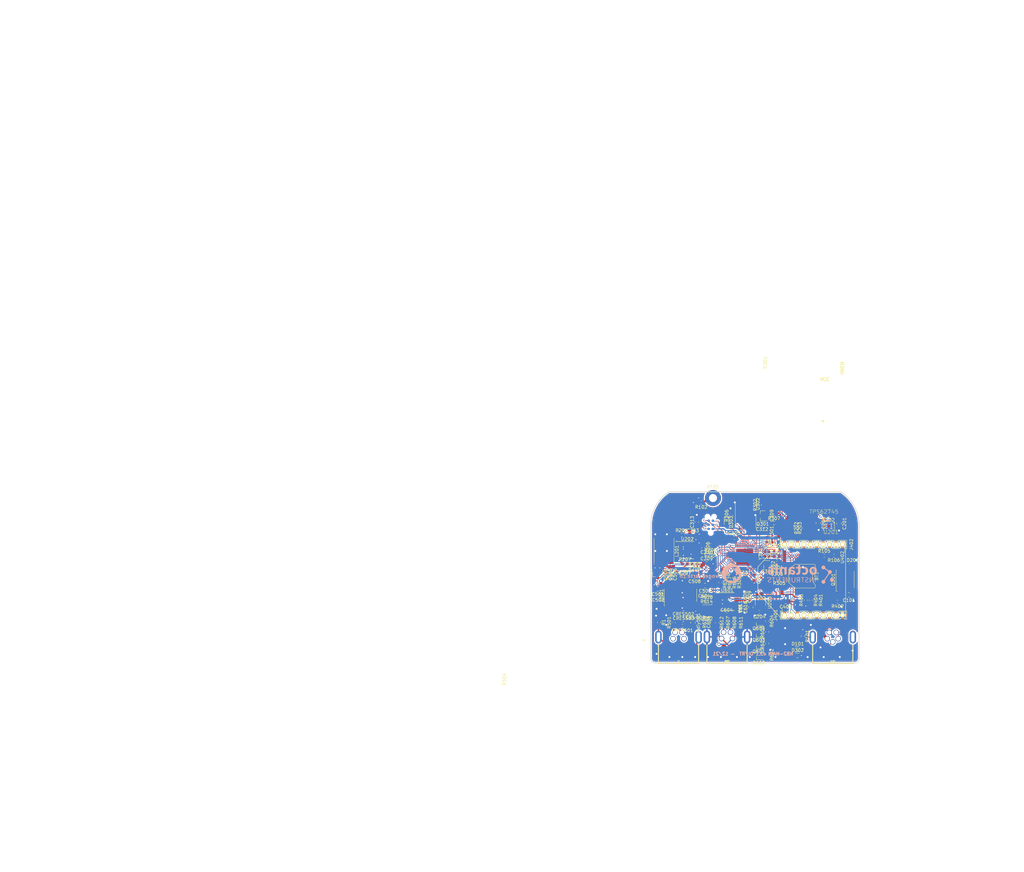
<source format=kicad_pcb>
(kicad_pcb (version 20211014) (generator pcbnew)
  (layers (0 "F.Cu" signal) (31 "B.Cu" signal) (34 "B.Paste" user) (35 "F.Paste" user) (36 "B.SilkS" user "B.Silkscreen") (37 "F.SilkS" user "F.Silkscreen") (38 "B.Mask" user) (39 "F.Mask" user) (44 "Edge.Cuts" user))
  (net 0 "")
  (net 1 "GND")
  (net 2 "VAA")
  (net 3 "/Load_Cell/EXC_A")
  (net 4 "/Load_Cell/EXC_B")
  (net 5 "/Load_Cell/AIN1")
  (net 6 "/Load_Cell/AIN2")
  (net 7 "+BATT")
  (net 8 "Net-(J1-PadSH)")
  (net 9 "Net-(R611-Pad1)")
  (net 10 "+5V")
  (net 11 "/Control/HK_BAT_V")
  (net 12 "/Control/SPI_MOSI")
  (net 13 "/Control/SPI_MISO")
  (net 14 "/Control/SPI_CLK")
  (net 15 "/Control/BAT_TEST_ENABLE")
  (net 16 "/Control/5V_ENABLE")
  (net 18 "/Control/LOADCELL_SPI_CS")
  (net 19 "Net-(L201-Pad1)")
  (net 20 "Net-(R612-Pad1)")
  (net 21 "Net-(L201-Pad2)")
  (net 22 "NRST")
  (net 23 "VCC")
  (net 24 "VCOM")
  (net 25 "/RFID/ant2")
  (net 26 "USB_D-")
  (net 27 "USB_D+")
  (net 28 "USER_GPIO")
  (net 29 "BAT_IN")
  (net 30 "/RFID/ant1")
  (net 31 "/RFID/shd")
  (net 33 "/RFID/demod_out")
  (net 34 "/RFID/rdyclk")
  (net 35 "/Control/QSPI_CSN")
  (net 36 "/Control/QSPI_SCK")
  (net 37 "/Control/QSPI_IO0")
  (net 38 "/Control/QSPI_IO1")
  (net 39 "/Control/QSPI_IO2")
  (net 40 "/Control/QSPI_IO3")
  (net 41 "/Communication/RF_ENABLE")
  (net 42 "/Communication/RF_TX")
  (net 43 "/Communication/RF_RX")
  (net 44 "/Load_Cell/ADC_CLK")
  (net 45 "/Communication/dtr")
  (net 46 "/Communication/SUPER_B_EN")
  (net 47 "/Communication/SUPER_B_IO0")
  (net 48 "/Communication/RF_RTS")
  (net 49 "/Communication/RF_CTS")
  (net 50 "/Load_Cell/green")
  (net 51 "/Load_Cell/white")
  (net 52 "SWCLK")
  (net 53 "SWDIO")
  (net 54 "RTC_OUT_CALIB")
  (net 56 "Net-(C205-Pad1)")
  (net 57 "/Control/FLASH_POWER_ON_N")
  (net 58 "/ADC_CLK_EN")
  (net 59 "/VAA_LDO_EN")
  (net 60 "/Control/DBG_LED1")
  (net 61 "Net-(C205-Pad2)")
  (net 62 "Net-(C206-Pad1)")
  (net 63 "Net-(C207-Pad1)")
  (net 64 "Net-(C301-Pad1)")
  (net 65 "Net-(C302-Pad1)")
  (net 66 "Net-(C303-Pad2)")
  (net 67 "Net-(C304-Pad2)")
  (net 68 "Net-(C310-Pad2)")
  (net 69 "Net-(C312-Pad2)")
  (net 70 "Net-(C505-Pad2)")
  (net 71 "Net-(C506-Pad2)")
  (net 72 "Net-(C507-Pad2)")
  (net 73 "Net-(C508-Pad2)")
  (net 74 "Net-(C508-Pad1)")
  (net 75 "Net-(Cdiv501-Pad1)")
  (net 76 "Net-(CRES501-Pad1)")
  (net 77 "Net-(CRES502-Pad1)")
  (net 78 "Net-(CRES503-Pad1)")
  (net 79 "Net-(D303-Pad1)")
  (net 80 "Net-(H101-Pad1)")
  (net 81 "Net-(L202-Pad1)")
  (net 82 "Net-(R202-Pad2)")
  (net 83 "Net-(R303-Pad1)")
  (net 84 "Net-(R501-Pad2)")
  (net 85 "Net-(R615-Pad2)")
  (net 86 "Net-(R616-Pad2)")
  (net 87 "Net-(R617-Pad2)")
  (net 88 "Net-(R618-Pad1)")
  (net 89 "/RFID_SLEEP_N")
  (net 92 "Net-(C309-Pad1)")
  (net 99 "/Control/LOADCELL_EXC_A_P")
  (net 100 "/Control/LOADCELL_EXC_A_N")
  (net 101 "/Control/LOADCELL_EXC_B_P")
  (net 102 "/Control/LOADCELL_EXC_B_N")
  (net 103 "/Control/LOADCELL_DRDY")
  (net 120 "RTC_BAT")
  (net 121 "Net-(J101-PadSH)")
  (footprint "lib_fp:TDSON-8-1_HandSoldering" (layer "F.Cu") (at 218.6595 96.885621 90)
    (fp_text reference "Q201")
    (fp_text value "TPH1R712MDL1Q")
  )
  (footprint "Capacitor_SMD:C_0805_2012Metric" (layer "F.Cu") (at 160.382 99.785621 180)
    (fp_text reference "C501")
    (fp_text value "10u")
  )
  (footprint "Capacitor_SMD:C_0603_1608Metric" (layer "F.Cu") (at 174.8195 100.535621 180)
    (fp_text reference "C504")
    (fp_text value "100n")
  )
  (footprint "Capacitor_SMD:C_0603_1608Metric" (layer "F.Cu") (at 162.8195 95.285621 -90)
    (fp_text reference "C505")
    (fp_text value "10n")
  )
  (footprint "Capacitor_SMD:C_0603_1608Metric" (layer "F.Cu") (at 164.3195 95.285621 -90)
    (fp_text reference "C506")
    (fp_text value "10n")
  )
  (footprint "Capacitor_SMD:C_0603_1608Metric" (layer "F.Cu") (at 168.8195 96.035621)
    (fp_text reference "C507")
    (fp_text value "100n")
  )
  (footprint "Capacitor_SMD:C_0603_1608Metric" (layer "F.Cu") (at 171.8195 96.035621 180)
    (fp_text reference "C508")
    (fp_text value "100n")
  )
  (footprint "Capacitor_SMD:C_0603_1608Metric" (layer "F.Cu") (at 160.532 101.785621 180)
    (fp_text reference "C502")
    (fp_text value "100n")
  )
  (footprint "Capacitor_SMD:C_0805_2012Metric" (layer "F.Cu") (at 175.0695 98.785621 180)
    (fp_text reference "C503")
    (fp_text value "10u")
  )
  (footprint "Capacitor_SMD:C_0805_2012Metric" (layer "F.Cu") (at 171.3195 110.285621 -90)
    (fp_text reference "Cdiv501")
    (fp_text value "10p 500V")
  )
  (footprint "Capacitor_SMD:C_0603_1608Metric" (layer "F.Cu") (at 172.107 107.285621 180)
    (fp_text reference "Cdiv502")
    (fp_text value "1n")
  )
  (footprint "Capacitor_SMD:C_0603_1608Metric" (layer "F.Cu") (at 168.032 111.285621 180)
    (fp_text reference "CRES501")
    (fp_text value "0R")
  )
  (footprint "Capacitor_SMD:C_0805_2012Metric" (layer "F.Cu") (at 168.3195 109.285621)
    (fp_text reference "CRES502")
    (fp_text value "1n5 450V C0G")
  )
  (footprint "Capacitor_SMD:C_0805_2012Metric" (layer "F.Cu") (at 168.382 107.285621 180)
    (fp_text reference "CRES503")
    (fp_text value "1n5 450V C0G")
  )
  (footprint "Package_TO_SOT_SMD:SOT-723" (layer "F.Cu") (at 203.8195 120.485621)
    (fp_text reference "D302")
    (fp_text value "ESD7205")
  )
  (footprint "Package_SO:SOIC-16_3.9x9.9mm_P1.27mm" (layer "F.Cu") (at 167.4545 101.785621 90)
    (fp_text reference "U501")
    (fp_text value "EM4095")
  )
  (footprint "MountingHole:MountingHole_2.5mm_Pad" (layer "F.Cu") (at 177.552422 71.526)
    (fp_text reference "H101")
    (fp_text value "MountingHole_Pad")
  )
  (footprint "Resistor_SMD:R_0603_1608Metric" (layer "F.Cu") (at 166.033879 95.285621 90)
    (fp_text reference "R504")
    (fp_text value "82k")
  )
  (footprint "Resistor_SMD:R_0603_1608Metric" (layer "F.Cu") (at 167.782 83.035621)
    (fp_text reference "R201")
    (fp_text value "82k")
  )
  (footprint "Resistor_SMD:R_0603_1608Metric" (layer "F.Cu") (at 165.3195 110.285621 90)
    (fp_text reference "R501")
    (fp_text value "0R")
  )
  (footprint "Resistor_SMD:R_0603_1608Metric" (layer "F.Cu") (at 173.9 72.9 180)
    (fp_text reference "R102")
    (fp_text value "47R")
  )
  (footprint "Package_TO_SOT_SMD:SOT-23" (layer "F.Cu") (at 160.3195 95.285621 -90)
    (fp_text reference "Q501")
    (fp_text value "NMOS 30V 4A")
  )
  (footprint "lib_fp:M8-5" (layer "F.Cu") (at 214.8195 115.285621)
    (fp_text reference "J101")
    (fp_text value "FC-M8-5")
  )
  (footprint "Capacitor_SMD:C_0805_2012Metric" (layer "F.Cu") (at 219.8595 101.685621 180)
    (fp_text reference "C101")
    (fp_text value "10u")
  )
  (footprint "Inductor_SMD:L_1008_2520Metric" (layer "F.Cu") (at 213.5695 76.285621 180)
    (fp_text reference "L202")
    (fp_text value "4.7uH")
  )
  (footprint "Capacitor_SMD:C_0805_2012Metric" (layer "F.Cu") (at 216.8095 79.480621 -90)
    (fp_text reference "C201")
    (fp_text value "10u")
  )
  (footprint "lib_fp:WSON_3x2mm_12pin" (layer "F.Cu") (at 214.1195 80.285621 180)
    (fp_text reference "U201")
    (fp_text value "TPS62745")
  )
  (footprint "Capacitor_SMD:C_0805_2012Metric" (layer "F.Cu") (at 210.3195 79.285621 -90)
    (fp_text reference "C208")
    (fp_text value "10u")
  )
  (footprint "Package_TO_SOT_SMD:SOT-723" (layer "F.Cu") (at 203.8195 118.485621)
    (fp_text reference "D101")
    (fp_text value "ESD7205")
  )
  (footprint "Package_TO_SOT_SMD:SOT-23-5" (layer "F.Cu") (at 192.3195 104.05 -90)
    (fp_text reference "U203")
    (fp_text value "3.0V LDO ")
  )
  (footprint "Capacitor_SMD:C_0603_1608Metric" (layer "F.Cu") (at 192 101.3 180)
    (fp_text reference "C202")
    (fp_text value "1u")
  )
  (footprint "Capacitor_SMD:C_0603_1608Metric" (layer "F.Cu") (at 192 107 180)
    (fp_text reference "C204")
    (fp_text value "1u")
  )
  (footprint "Capacitor_SMD:C_0603_1608Metric" (layer "F.Cu") (at 181.8195 107.785621)
    (fp_text reference "C604")
    (fp_text value "100n 1% DNP")
  )
  (footprint "Capacitor_SMD:C_0603_1608Metric" (layer "F.Cu") (at 174.8 110.1 -90)
    (fp_text reference "C606")
    (fp_text value "100n")
  )
  (footprint "Capacitor_SMD:C_0603_1608Metric" (layer "F.Cu") (at 189 102.285621 90)
    (fp_text reference "C608")
    (fp_text value "1u")
  )
  (footprint "Capacitor_SMD:C_0603_1608Metric" (layer "F.Cu") (at 187.5 102.285621 -90)
    (fp_text reference "C609")
    (fp_text value "100n")
  )
  (footprint "Capacitor_SMD:C_0805_2012Metric" (layer "F.Cu") (at 189.3195 105.535621 90)
    (fp_text reference "C610")
    (fp_text value "10u NEW:DNP")
  )
  (footprint "Capacitor_SMD:C_0603_1608Metric" (layer "F.Cu") (at 187.5 105.285621 90)
    (fp_text reference "C611")
    (fp_text value "10n")
  )
  (footprint "Resistor_SMD:R_0603_1608Metric" (layer "F.Cu") (at 180.8195 110.285621 -90)
    (fp_text reference "R607")
    (fp_text value "0R")
  )
  (footprint "Resistor_SMD:R_0603_1608Metric" (layer "F.Cu") (at 182.8195 110.285621 -90)
    (fp_text reference "R608")
    (fp_text value "0R")
  )
  (footprint "Resistor_SMD:R_0603_1608Metric" (layer "F.Cu") (at 184.8195 110.285621 -90)
    (fp_text reference "R611")
    (fp_text value "0R")
  )
  (footprint "Resistor_SMD:R_0603_1608Metric" (layer "F.Cu") (at 178.8195 110.285621 -90)
    (fp_text reference "R612")
    (fp_text value "0R")
  )
  (footprint "Resistor_SMD:R_0603_1608Metric" (layer "F.Cu") (at 175.5695 102.285621 180)
    (fp_text reference "R614")
    (fp_text value "DNP")
  )
  (footprint "Resistor_SMD:R_0603_1608Metric" (layer "F.Cu") (at 175.5695 103.785621)
    (fp_text reference "R618")
    (fp_text value "0R")
  )
  (footprint "Package_SO:TSSOP-16_4.4x5mm_P0.65mm" (layer "F.Cu") (at 182 103.785621)
    (fp_text reference "U601")
    (fp_text value "ADS1220")
  )
  (footprint "lib_fp:MB08MBSAFF04RA" (layer "F.Cu") (at 181.9195 115.235621)
    (fp_text reference "J601")
    (fp_text value "LOAD_CELL_CONN_01X04")
  )
  (footprint "Package_TO_SOT_SMD:SOT-23" (layer "F.Cu") (at 191.8195 116.785621 180)
    (fp_text reference "Q601")
    (fp_text value "PMOS 20V 3A")
  )
  (footprint "Package_TO_SOT_SMD:SOT-23" (layer "F.Cu") (at 191.8195 120.285621 180)
    (fp_text reference "Q602")
    (fp_text value "NMOS 30V 4A")
  )
  (footprint "Package_TO_SOT_SMD:SOT-23" (layer "F.Cu") (at 191.8 113.2 180)
    (fp_text reference "Q603")
    (fp_text value "PMOS 20V 3A")
  )
  (footprint "Package_TO_SOT_SMD:SOT-23" (layer "F.Cu") (at 191.8 109.6 180)
    (fp_text reference "Q604")
    (fp_text value "NMOS 30V 4A")
  )
  (footprint "Resistor_SMD:R_0603_1608Metric" (layer "F.Cu") (at 194.4195 116.785621 90)
    (fp_text reference "R601")
    (fp_text value "82k")
  )
  (footprint "Resistor_SMD:R_0603_1608Metric" (layer "F.Cu") (at 194.4195 120.285621 -90)
    (fp_text reference "R602")
    (fp_text value "82k")
  )
  (footprint "Resistor_SMD:R_0603_1608Metric" (layer "F.Cu") (at 194.4 113.2 90)
    (fp_text reference "R603")
    (fp_text value "82k")
  )
  (footprint "Resistor_SMD:R_0603_1608Metric" (layer "F.Cu") (at 194.4 109.8 -90)
    (fp_text reference "R604")
    (fp_text value "82k")
  )
  (footprint "lib_fp:XBEE" (layer "F.Cu") (at 199.8195 96.985621 90)
    (fp_text reference "U402")
    (fp_text value "XBEE")
  )
  (footprint "lib_fp:IC_MIC94085YFT-TR" (layer "F.Cu") (at 203.55 103.5025 90)
    (fp_text reference "U401")
    (fp_text value "Power Switch 2A, 800us soft start")
  )
  (footprint "Capacitor_SMD:C_0805_2012Metric" (layer "F.Cu") (at 200.175 103.725 180)
    (fp_text reference "C401")
    (fp_text value "10u")
  )
  (footprint "Resistor_SMD:R_0603_1608Metric" (layer "F.Cu") (at 212.175 89.45)
    (fp_text reference "R105")
    (fp_text value "DNP")
  )
  (footprint "Resistor_SMD:R_0603_1608Metric" (layer "F.Cu") (at 215.15 89.45 180)
    (fp_text reference "R106")
    (fp_text value "DNP")
  )
  (footprint "Resistor_SMD:R_0603_1608Metric" (layer "F.Cu") (at 209.675 103.325 -90)
    (fp_text reference "R401")
    (fp_text value "10k")
  )
  (footprint "Resistor_SMD:R_0603_1608Metric" (layer "F.Cu") (at 216.3195 103.785621 180)
    (fp_text reference "R402")
    (fp_text value "DNP")
  )
  (footprint "Resistor_SMD:R_0603_1608Metric" (layer "F.Cu") (at 206.475 103.3 90)
    (fp_text reference "R403")
    (fp_text value "10k")
  )
  (footprint "Resistor_SMD:R_0603_1608Metric" (layer "F.Cu") (at 208.1 103.325 -90)
    (fp_text reference "R404")
    (fp_text value "DNP")
  )
  (footprint "Package_SO:SSOP-16_3.9x4.9mm_P0.635mm" (layer "F.Cu") (at 169.5695 87.785621)
    (fp_text reference "U202")
    (fp_text value "LTC3534")
  )
  (footprint "Inductor_SMD:L_Taiyo-Yuden_NR-60xx_HandSoldering" (layer "F.Cu") (at 162.3195 88.035621 -90)
    (fp_text reference "L201")
    (fp_text value "5uH")
  )
  (footprint "Capacitor_SMD:C_0805_2012Metric" (layer "F.Cu") (at 171.282 83.285621)
    (fp_text reference "C203")
    (fp_text value "10u")
  )
  (footprint "Capacitor_SMD:C_0603_1608Metric" (layer "F.Cu") (at 176.782 87.785621 180)
    (fp_text reference "C205")
    (fp_text value "330p")
  )
  (footprint "Capacitor_SMD:C_0603_1608Metric" (layer "F.Cu") (at 174.532 87.035621 -90)
    (fp_text reference "C206")
    (fp_text value "12p NEW")
  )
  (footprint "Capacitor_SMD:C_0603_1608Metric" (layer "F.Cu") (at 168.8195 93.535621 180)
    (fp_text reference "C207")
    (fp_text value "33p")
  )
  (footprint "Capacitor_SMD:C_0805_2012Metric" (layer "F.Cu") (at 175.5695 92.035621)
    (fp_text reference "C209")
    (fp_text value "10u")
  )
  (footprint "Capacitor_SMD:C_0805_2012Metric" (layer "F.Cu") (at 175.5695 90.035621)
    (fp_text reference "C210")
    (fp_text value "10u")
  )
  (footprint "Resistor_SMD:R_0603_1608Metric" (layer "F.Cu") (at 171.8195 93.535621)
    (fp_text reference "R205")
    (fp_text value "10k")
  )
  (footprint "Resistor_SMD:R_0603_1608Metric" (layer "F.Cu") (at 176.782 86.285621 180)
    (fp_text reference "R206")
    (fp_text value "15k")
  )
  (footprint "Resistor_SMD:R_0603_1608Metric" (layer "F.Cu") (at 168.8195 92.035621)
    (fp_text reference "R207")
    (fp_text value "162k 1%")
  )
  (footprint "Resistor_SMD:R_0603_1608Metric" (layer "F.Cu") (at 171.8195 92.035621 180)
    (fp_text reference "R208")
    (fp_text value "649k 1%")
  )
  (footprint "Capacitor_SMD:C_0603_1608Metric" (layer "F.Cu") (at 184.1495 83.900621)
    (fp_text reference "C305")
    (fp_text value "1u")
  )
  (footprint "LED_SMD:LED_0603_1608Metric" (layer "F.Cu") (at 181.75 79 -90)
    (fp_text reference "D303")
    (fp_text value "LED_YELLOW")
  )
  (footprint "Package_DFN_QFN:QFN-48-1EP_7x7mm_P0.5mm_EP5.3x5.3mm" (layer "F.Cu") (at 187.4195 89.920621 180)
    (fp_text reference "U301")
    (fp_text value "STM32L433CCxx")
  )
  (footprint "lib_fp:8-LGA-6x8mm" (layer "F.Cu") (at 187.7195 76.785621 -90)
    (fp_text reference "U302")
    (fp_text value "1Gb NAND Flash")
  )
  (footprint "lib_fp:Crystal_SMD_2016-4Pin_2.0x1.6mm" (layer "F.Cu") (at 194.3195 88.920621 90)
    (fp_text reference "Y301")
    (fp_text value "16MHz 10ppm 9pF")
  )
  (footprint "lib_fp:Crystal_SMD_MicroCrystal_CC7V-T1A-2Pin_3.2x1.5mm" (layer "F.Cu") (at 194.3195 92.920621 -90)
    (fp_text reference "Y302")
    (fp_text value "32kHz 20ppm 12.5pF")
  )
  (footprint "Inductor_SMD:L_0402_1005Metric" (layer "F.Cu") (at 194.675 82.025 -90)
    (fp_text reference "L301")
    (fp_text value "10u")
  )
  (footprint "Capacitor_SMD:C_0603_1608Metric" (layer "F.Cu") (at 197.4195 89.720621)
    (fp_text reference "C301")
    (fp_text value "12p")
  )
  (footprint "Capacitor_SMD:C_0603_1608Metric" (layer "F.Cu") (at 197.4195 87.920621)
    (fp_text reference "C302")
    (fp_text value "12p")
  )
  (footprint "Capacitor_SMD:C_0603_1608Metric" (layer "F.Cu") (at 197.4195 93.720621 180)
    (fp_text reference "C303")
    (fp_text value "22p")
  )
  (footprint "Capacitor_SMD:C_0603_1608Metric" (layer "F.Cu") (at 197.4195 91.720621 180)
    (fp_text reference "C304")
    (fp_text value "22p")
  )
  (footprint "Capacitor_SMD:C_0603_1608Metric" (layer "F.Cu") (at 181 93.75 180)
    (fp_text reference "C306")
    (fp_text value "100n")
  )
  (footprint "Capacitor_SMD:C_0603_1608Metric" (layer "F.Cu") (at 190.3195 96.385621 -90)
    (fp_text reference "C307")
    (fp_text value "100n")
  )
  (footprint "Capacitor_SMD:C_0603_1608Metric" (layer "F.Cu") (at 194.5195 95.785621)
    (fp_text reference "C308")
    (fp_text value "100n")
  )
  (footprint "Capacitor_SMD:C_0603_1608Metric" (layer "F.Cu") (at 195.1195 85.285621 180)
    (fp_text reference "C310")
    (fp_text value "10n")
  )
  (footprint "Capacitor_SMD:C_0603_1608Metric" (layer "F.Cu") (at 195.1195 83.785621 180)
    (fp_text reference "C311")
    (fp_text value "1u")
  )
  (footprint "Capacitor_SMD:C_0603_1608Metric" (layer "F.Cu") (at 192.8195 79.785621 180)
    (fp_text reference "C312")
    (fp_text value "1u")
  )
  (footprint "Capacitor_SMD:C_0603_1608Metric" (layer "F.Cu") (at 172.5 79 90)
    (fp_text reference "C313")
    (fp_text value "100n")
  )
  (footprint "Resistor_SMD:R_0603_1608Metric" (layer "F.Cu") (at 204.9 80.8625 90)
    (fp_text reference "R202")
    (fp_text value "82k")
  )
  (footprint "Resistor_SMD:R_0603_1608Metric" (layer "F.Cu") (at 203.15 80.8625 -90)
    (fp_text reference "R203")
    (fp_text value "47k")
  )
  (footprint "Resistor_SMD:R_0603_1608Metric" (layer "F.Cu") (at 183.25 80 90)
    (fp_text reference "R301")
    (fp_text value "DNP")
  )
  (footprint "Resistor_SMD:R_0603_1608Metric" (layer "F.Cu") (at 192.1195 73.685621 90)
    (fp_text reference "R302")
    (fp_text value "82k")
  )
  (footprint "Resistor_SMD:R_0603_1608Metric" (layer "F.Cu") (at 184.3195 97.785621 -90)
    (fp_text reference "R303")
    (fp_text value "47R")
  )
  (footprint "Resistor_SMD:R_0603_1608Metric" (layer "F.Cu") (at 183.25 77 90)
    (fp_text reference "R306")
    (fp_text value "1k")
  )
  (footprint "Resistor_SMD:R_0603_1608Metric" (layer "F.Cu") (at 182.8195 97.785621 -90)
    (fp_text reference "R616")
    (fp_text value "47R")
  )
  (footprint "Resistor_SMD:R_0603_1608Metric" (layer "F.Cu") (at 181.3095 97.795621 -90)
    (fp_text reference "R617")
    (fp_text value "47R")
  )
  (footprint "Resistor_SMD:R_0603_1608Metric" (layer "F.Cu") (at 179.8195 97.795621 -90)
    (fp_text reference "R615")
    (fp_text value "47R")
  )
  (footprint "Connector_PinSocket_2.00mm:PinSocket_1x10_P2.00mm_Vertical_SMD_Pin1Right" (layer "F.Cu") (at 208.8295 107.965621 90)
    (fp_text reference "J401")
    (fp_text value "Conn_01x10_Female")
  )
  (footprint "Connector_PinSocket_2.00mm:PinSocket_1x10_P2.00mm_Vertical_SMD_Pin1Right" (layer "F.Cu") (at 208.8195 85.975621 -90)
    (fp_text reference "J402")
    (fp_text value "Conn_01x10_Female")
  )
  (footprint "Package_TO_SOT_SMD:SOT-23" (layer "F.Cu") (at 193.0195 77.085621 180)
    (fp_text reference "Q301")
    (fp_text value "PMOS 20V 3A")
  )
  (footprint "Resistor_SMD:R_0603_1608Metric" (layer "F.Cu") (at 195.8195 76.985621 -90)
    (fp_text reference "R304")
    (fp_text value "82k")
  )
  (footprint "lib_fp:MB08MBSAFF04RA" (layer "F.Cu") (at 166.8195 115.285621)
    (fp_text reference "J1")
    (fp_text value "LOAD_CELL_CONN_01X04")
  )
  (footprint "Oscillator:Oscillator_SMD_EuroQuartz_XO32-4Pin_3.2x2.5mm" (layer "F.Cu") (at 175.5695 106.615621 180)
    (fp_text reference "U602")
    (fp_text value "SIT1602BI 4.096 MHz")
  )
  (footprint "Resistor_SMD:R_0603_1608Metric" (layer "F.Cu") (at 196.55 79.3)
    (fp_text reference "R307")
    (fp_text value "47R")
  )
  (footprint "Battery:BatteryHolder_Keystone_2998_1x6.8mm" (layer "F.Cu") (at 205.575 95.825 -90)
    (fp_text reference "BT1")
    (fp_text value "Battery-RESCUE-Nestbox_v1")
  )
  (footprint "Resistor_SMD:R_0603_1608Metric" (layer "F.Cu") (at 198.15 96.6 180)
    (fp_text reference "R305")
    (fp_text value "DNP")
  )
  (footprint "Resistor_SMD:R_0603_1608Metric" (layer "F.Cu") (at 160.8 110.2 -90)
    (fp_text reference "R1")
    (fp_text value "1k")
  )
  (footprint "Resistor_SMD:R_0603_1608Metric" (layer "F.Cu") (at 176.35 110.1 90)
    (fp_text reference "R613")
    (fp_text value "DNP")
  )
  (footprint "Diode_SMD:D_0402_1005Metric" (layer "F.Cu") (at 221.0545 92.035621)
    (fp_text reference "D201")
    (fp_text value "TVS DIODE 12V 23.7V")
  )
  (footprint "Resistor_SMD:R_0603_1608Metric" (layer "F.Cu") (at 205.5 114.5 -90)
    (fp_text reference "R101")
    (fp_text value "47R")
  )
  (footprint "Capacitor_SMD:C_0603_1608Metric" (layer "F.Cu") (at 197.3 77 90)
    (fp_text reference "C309")
    (fp_text value "DNP")
  )
  (footprint "lib_fp:VogelwarteLogo3" (layer "B.Cu") (at 176.8195 95 180)
    (fp_text reference "LOGO101" hide)
    (fp_text value "Logo_Open_Hardware_Small" hide)
  )
  (footprint "lib_fp_global:oi_logo_small" (layer "B.Cu") (at 205 95 180)
    (fp_text reference "G101" hide)
    (fp_text value "LOGO" hide)
  )
  (footprint "lib-fp-global:TC2030-MCP-NL" (layer "B.Cu") (at 176.85 79.85 90)
    (fp_text reference "P301" hide)
    (fp_text value "TC2030-MCP" hide)
  )
  (gr_arc locked (start 158.204482 79.972578) (mid 159.706897 74.056889) (end 163.85 69.575) (layer "Edge.Cuts") (width 0.2))
  (gr_arc locked (start 217.35412 69.575) (mid 221.497223 74.056889) (end 222.999638 79.972578) (layer "Edge.Cuts") (width 0.2))
  (gr_line locked (start 222.999638 79.972578) (end 222.999638 121.472578) (layer "Edge.Cuts") (width 0.2))
  (gr_line locked (start 221.649638 122.822578) (end 159.554482 122.822578) (layer "Edge.Cuts") (width 0.2))
  (gr_arc locked (start 222.999638 121.472578) (mid 222.604232 122.427172) (end 221.649638 122.822578) (layer "Edge.Cuts") (width 0.2))
  (gr_line locked (start 158.204482 121.472578) (end 158.204482 79.972578) (layer "Edge.Cuts") (width 0.2))
  (gr_arc locked (start 159.554482 122.822578) (mid 158.599888 122.427172) (end 158.204482 121.472578) (layer "Edge.Cuts") (width 0.2))
  (gr_line locked (start 163.85 69.575) (end 217.35412 69.575) (layer "Edge.Cuts") (width 0.2))
  (gr_text "NB2-MAIN v3.1 OI/RT  — 12/21" (at 190 120) (layer "B.SilkS") (effects (font (size 1 1) (thickness 0.25)) (justify mirror)))
  (gr_text "." (at 212.3245 47.545621 270) (layer "F.SilkS") (effects (font (size 1.5 1.5) (thickness 0.3))))
  (gr_text "." (at 211.7753 46.799421) (layer "F.SilkS") (effects (font (size 2 2) (thickness 0.5))))
  (gr_text "VAA" (at 186 106 270) (layer "F.SilkS") (effects (font (size 1 1) (thickness 0.25))))
  (gr_text "." (at 169.567 92.280621) (layer "F.SilkS") (effects (font (size 1.5 1.5) (thickness 0.3))))
  (gr_text "." (at 157 115.75 270) (layer "F.SilkS") (effects (font (size 2 2) (thickness 0.5))))
  (gr_text "VCC" (at 212.3195 34.585621) (layer "F.SilkS") (effects (font (size 1 1) (thickness 0.25))))
  (gr_text "VMEM" (at 217.8195 31.085621 90) (layer "F.SilkS") (effects (font (size 1 1) (thickness 0.25))))
  (segment (start 189 101.498121) (end 187.5 101.498121) (width 0.4) (layer "F.Cu") (net 1))
  (segment (start 185.069011 85.879017) (end 185.1695 85.979506) (width 0.2) (layer "F.Cu") (net 1))
  (segment (start 220.5695 101.458121) (end 220.797 101.685621) (width 0.4) (layer "F.Cu") (net 1))
  (segment (start 175.607 100.535621) (end 175.607 100.893) (width 0.2) (layer "F.Cu") (net 1))
  (segment (start 197.428992 90.498629) (end 197.428992 90.5245) (width 0.2) (layer "F.Cu") (net 1))
  (segment (start 184.937 83.900621) (end 184.937 85.722006) (width 0.2) (layer "F.Cu") (net 1))
  (segment (start 168.256879 87.468121) (end 168.325 87.4) (width 0.4) (layer "F.Cu") (net 1))
  (segment (start 216.8095 81.574991) (end 216.758991 81.6255) (width 0.4) (layer "F.Cu") (net 1))
  (segment (start 168.0895 97.3395) (end 168 97.25) (width 0.4) (layer "F.Cu") (net 1))
  (segment (start 159.4445 98.6945) (end 159.25 98.5) (width 0.4) (layer "F.Cu") (net 1))
  (segment (start 180.77452 92.97548) (end 180.2125 93.5375) (width 0.2) (layer "F.Cu") (net 1))
  (segment (start 204.3945 118.485621) (end 205.376401 118.485621) (width 0.2) (layer "F.Cu") (net 1))
  (segment (start 194.4195 119.498121) (end 194.601879 119.498121) (width 0.4) (layer "F.Cu") (net 1))
  (segment (start 185.1695 92.170621) (end 183.9695 92.170621) (width 0.2) (layer "F.Cu") (net 1))
  (segment (start 168.0895 100.9105) (end 168 101) (width 0.4) (layer "F.Cu") (net 1))
  (segment (start 185.464379 72.785621) (end 184.414379 72.785621) (width 0.4) (layer "F.Cu") (net 1))
  (segment (start 220.797 102.972) (end 221.275 103.45) (width 0.4) (layer "F.Cu") (net 1))
  (segment (start 179.05 104.110621) (end 180.160621 104.110621) (width 0.2) (layer "F.Cu") (net 1))
  (segment (start 206.475 105.1) (end 206.45 105.125) (width 0.2) (layer "F.Cu") (net 1))
  (segment (start 173.186879 85.563121) (end 173.25 85.5) (width 0.2) (layer "F.Cu") (net 1))
  (segment (start 159.4445 99.785621) (end 159.4445 98.6945) (width 0.4) (layer "F.Cu") (net 1))
  (segment (start 217.107 103.785621) (end 217.107 104.857) (width 0.4) (layer "F.Cu") (net 1))
  (segment (start 192.3195 102.95) (end 192.3195 102.407) (width 0.4) (layer "F.Cu") (net 1))
  (segment (start 183.25 75) (end 183 74.75) (width 0.4) (layer "F.Cu") (net 1))
  (segment (start 205.5 113.675) (end 205.5 112.5) (width 0.4) (layer "F.Cu") (net 1))
  (segment (start 168.0895 105.6605) (end 168 105.75) (width 0.4) (layer "F.Cu") (net 1))
  (segment (start 198.207 93.382) (end 197.525 92.7) (width 0.2) (layer "F.Cu") (net 1))
  (segment (start 194.999171 88.220621) (end 195.701775 88.923225) (width 0.2) (layer "F.Cu") (net 1))
  (segment (start 194.8695 88.220621) (end 194.999171 88.220621) (width 0.2) (layer "F.Cu") (net 1))
  (segment (start 176.507 92.035621) (end 177.514379 92.035621) (width 0.4) (layer "F.Cu") (net 1))
  (segment (start 171.123121 89.373121) (end 170.75 89) (width 0.4) (layer "F.Cu") (net 1))
  (segment (start 168.0895 99.310621) (end 168.0895 97.3395) (width 0.4) (layer "F.Cu") (net 1))
  (segment (start 193.607 80.770178) (end 193.59706 80.780118) (width 0.4) (layer "F.Cu") (net 1))
  (segment (start 210.3195 81.3445) (end 210.425 81.45) (width 0.4) (layer "F.Cu") (net 1))
  (segment (start 166.9945 83.035621) (end 166.9945 81.7555) (width 0.2) (layer "F.Cu") (net 1))
  (segment (start 159.7445 101.785621) (end 159.7445 102.9945) (width 0.4) (layer "F.Cu") (net 1))
  (segment (start 159.7445 101.785621) (end 159.7445 100.085621) (width 0.4) (layer "F.Cu") (net 1))
  (segment (start 198.207 87.920621) (end 198.207 89.720621) (width 0.2) (layer "F.Cu") (net 1))
  (segment (start 172.1695 90.008121) (end 170.991879 90.008121) (width 0.4) (layer "F.Cu") (net 1))
  (segment (start 175.607 100.535621) (end 175.607 99.185621) (width 0.4) (layer "F.Cu") (net 1))
  (segment (start 190.3195 97.173121) (end 190.3195 97.895) (width 0.2) (layer "F.Cu") (net 1))
  (segment (start 195.307 95.785621) (end 195.714379 95.785621) (width 0.2) (layer "F.Cu") (net 1))
  (segment (start 159.825 108.4) (end 159.825 108.125) (width 0.4) (layer "F.Cu") (net 1))
  (segment (start 189.54498 96.398601) (end 190.3195 97.173121) (width 0.2) (layer "F.Cu") (net 1))
  (segment (start 221.5395 92.035621) (end 221.5395 91.4105) (width 0.4) (layer "F.Cu") (net 1))
  (segment (start 164.3195 94.498121) (end 164.3195 93.8195) (width 0.4) (layer "F.Cu") (net 1))
  (segment (start 195.907 83.785621) (end 195.907 83.363343) (width 0.4) (layer "F.Cu") (net 1))
  (segment (start 176.007 98.785621) (end 176.007 97.393) (width 0.4) (layer "F.Cu") (net 1))
  (segment (start 193.214647 90.175474) (end 193.172348 90.175474) (width 0.2) (layer "F.Cu") (net 1))
  (segment (start 189.54498 95.164697) (end 189.54498 96.398601) (width 0.2) (layer "F.Cu") (net 1))
  (segment (start 199.2375 103.725) (end 199.2375 103.5625) (width 0.4) (layer "F.Cu") (net 1))
  (segment (start 204.3945 120.485621) (end 205.0195 120.485621) (width 0.2) (layer "F.Cu") (net 1))
  (segment (start 189.6695 95.040177) (end 189.54498 95.164697) (width 0.2) (layer "F.Cu") (net 1))
  (segment (start 193.7695 89.620621) (end 193.214647 90.175474) (width 0.2) (layer "F.Cu") (net 1))
  (segment (start 184.414379 72.785621) (end 184.325 72.875) (width 0.4) (layer "F.Cu") (net 1))
  (segment (start 183.25 76.2125) (end 183.25 75) (width 0.4) (layer "F.Cu") (net 1))
  (segment (start 220.5695 99.785621) (end 220.5695 101.458121) (width 0.4) (layer "F.Cu") (net 1))
  (segment (start 163.25 92.75) (end 161.5 92.75) (width 0.4) (layer "F.Cu") (net 1))
  (segment (start 191.2125 101.3) (end 191.2125 100.9125) (width 0.4) (layer "F.Cu") (net 1))
  (segment (start 184.937 85.722006) (end 185.069011 85.854018) (width 0.2) (layer "F.Cu") (net 1))
  (segment (start 176.3445 105.540621) (end 177.15 104.735121) (width 0.2) (layer "F.Cu") (net 1))
  (segment (start 183.9695 92.170621) (end 183.079379 92.170621) (width 0.2) (layer "F.Cu") (net 1))
  (segment (start 192.3195 102.407) (end 191.2125 101.3) (width 0.4) (layer "F.Cu") (net 1))
  (segment (start 166.9695 87.468121) (end 168.256879 87.468121) (width 0.4) (layer "F.Cu") (net 1))
  (segment (start 205.376401 118.485621) (end 205.42639 118.435632) (width 0.2) (layer "F.Cu") (net 1))
  (segment (start 187.9 106.473121) (end 187.5 106.073121) (width 0.4) (layer "F.Cu") (net 1))
  (segment (start 166.9695 85.563121) (end 166.688121 85.563121) (width 0.4) (layer "F.Cu") (net 1))
  (segment (start 195.701775 88.923225) (end 195.75305 88.9745) (width 0.2) (layer "F.Cu") (net 1))
  (segment (start 216.8095 80.418121) (end 216.8095 81.574991) (width 0.4) (layer "F.Cu") (net 1))
  (segment (start 168.033121 90.008121) (end 168.325 90.3) (width 0.4) (layer "F.Cu") (net 1))
  (segment (start 159.3695 93.3805) (end 159.5 93.25) (width 0.4) (layer "F.Cu") (net 1))
  (segment (start 180.2125 93.0625) (end 180.15 93) (width 0.2) (layer "F.Cu") (net 1))
  (segment (start 187.5 100.775) (end 187.25 100.525) (width 0.4) (layer "F.Cu") (net 1))
  (segment (start 220.797 101.685621) (end 220.797 102.972) (width 0.4) (layer "F.Cu") (net 1))
  (segment (start 184.937 83.900621) (end 184.851457 83.900621) (width 0.2) (layer "F.Cu") (net 1))
  (segment (start 187.5 106.073121) (end 187.5 107.05) (width 0.4) (layer "F.Cu") (net 1))
  (segment (start 182.27452 92.97548) (end 180.77452 92.97548) (width 0.2) (layer "F.Cu") (net 1))
  (segment (start 189.6695 92.170621) (end 187.4195 89.920621) (width 0.2) (layer "F.Cu") (net 1))
  (segment (start 168.032 92.032) (end 167 91) (width 0.4) (layer "F.Cu") (net 1))
  (segment (start 183.079379 92.170621) (end 182.27452 92.97548) (width 0.2) (layer "F.Cu") (net 1))
  (segment (start 172.1695 89.373121) (end 171.123121 89.373121) (width 0.4) (layer "F.Cu") (net 1))
  (segment (start 206.475 104.0875) (end 206.475 105.1) (width 0.2) (layer "F.Cu") (net 1))
  (segment (start 180.160621 104.110621) (end 180.5 104.45) (width 0.2) (layer "F.Cu") (net 1))
  (segment (start 168.326879 89.373121) (end 168.35 89.35) (width 0.4) (layer "F.Cu") (net 1))
  (segment (start 213.8695 79.285621) (end 213.874501 79.28062) (width 0.2) (layer "F.Cu") (net 1))
  (segment (start 168.0895 99.310621) (end 168.0895 100.9105) (width 0.4) (layer "F.Cu") (net 1))
  (segment (start 159.3695 94.285621) (end 159.3695 93.3805) (width 0.4) (layer "F.Cu") (net 1))
  (segment (start 189.6695 93.370621) (end 189.6695 95.040177) (width 0.2) (layer "F.Cu") (net 1))
  (segment (start 168.0895 104.260621) (end 168.0895 102.6605) (width 0.4) (layer "F.Cu") (net 1))
  (segment (start 192.8 108.65) (end 194.0375 108.65) (width 0.4) (layer "F.Cu") (net 1))
  (segment (start 174.8 110.8875) (end 173.8875 110.8875) (width 0.4) (layer "F.Cu") (net 1))
  (segment (start 191.754379 89.170621) (end 191.925 89) (width 0.2) (layer "F.Cu") (net 1))
  (segment (start 187.7195 76.785621) (end 190.685621 76.785621) (width 0.4) (layer "F.Cu") (net 1))
  (segment (start 173.1125 72.9) (end 171.45 72.9) (width 0.6) (layer "F.Cu") (net 1))
  (segment (start 187.5 101.498121) (end 187.5 100.775) (width 0.4) (layer "F.Cu") (net 1))
  (segment (start 194.0375 108.65) (end 194.4 109.0125) (width 0.4) (layer "F.Cu") (net 1))
  (segment (start 180.2125 93.5375) (end 180.2125 93.75) (width 0.2) (layer "F.Cu") (net 1))
  (segment (start 173.1125 72.9) (end 173.1125 71.5125) (width 0.6) (layer "F.Cu") (net 1))
  (segment (start 172.5 78.2125) (end 172.5 76.75) (width 0.4) (layer "F.Cu") (net 1))
  (segment (start 159.7445 102.9945) (end 159.75 103) (width 0.4) (layer "F.Cu") (net 1))
  (segment (start 180.339379 103.460621) (end 180.55 103.25) (width 0.2) (layer "F.Cu") (net 1))
  (segment (start 175.607 100.893) (end 174.7 101.8) (width 0.2) (layer "F.Cu") (net 1))
  (segment (start 168.032 96.035621) (end 168.032 97.218) (width 0.4) (layer "F.Cu") (net 1))
  (segment (start 198.207 89.720621) (end 197.428992 90.498629) (width 0.2) (layer "F.Cu") (net 1))
  (segment (start 213.874501 78.281289) (end 214.063424 78.092366) (width 0.2) (layer "F.Cu") (net 1))
  (segment (start 179.05 103.460621) (end 180.339379 103.460621) (width 0.2) (layer "F.Cu") (net 1))
  (segment (start 213.874501 79.28062) (end 213.874501 78.281289) (width 0.2) (layer "F.Cu") (net 1))
  (segment (start 204.6225 103.7025) (end 204.625 103.7) (width 0.2) (layer "F.Cu") (net 1))
  (segment (start 166.9945 81.7555) (end 167 81.75) (width 0.2) (layer "F.Cu") (net 1))
  (segment (start 172.8945 108.3945) (end 173 108.5) (width 0.4) (layer "F.Cu") (net 1))
  (segment (start 191.2125 100.9125) (end 190.9 100.6) (width 0.4) (layer "F.Cu") (net 1))
  (segment (start 172.714379 83.285621) (end 173.25 82.75) (width 0.2) (layer "F.Cu") (net 1))
  (segment (start 188.1695 89.170621) (end 187.4195 89.920621) (width 0.2) (layer "F.Cu") (net 1))
  (segment (start 216.677 80.285621) (end 216.8095 80.418121) (width 0.4) (layer "F.Cu") (net 1))
  (segment (start 214.3695 80.285621) (end 216.677 80.285621) (width 0.4) (layer "F.Cu") (net 1))
  (segment (start 205.575 93.075) (end 205.5 93) (width 0.4) (layer "F.Cu") (net 1))
  (segment (start 185.8145 72.785621) (end 185.464379 72.785621) (width 0.4) (layer "F.Cu") (net 1))
  (segment (start 199.2375 103.5625) (end 200.2 102.6) (width 0.4) (layer "F.Cu") (net 1))
  (segment (start 210.382 80.285621) (end 210.3195 80.223121) (width 0.4) (layer "F.Cu") (net 1))
  (segment (start 176.007 97.393) (end 176.05 97.35) (width 0.4) (layer "F.Cu") (net 1))
  (segment (start 188.1695 93.370621) (end 188.1695 94.452072) (width 0.2) (layer "F.Cu") (net 1))
  (segment (start 195.701775 88.923225) (end 197.409604 88.923225) (width 0.2) (layer "F.Cu") (net 1))
  (segment (start 161.5 92.75) (end 161 93.25) (width 0.4) (layer "F.Cu") (net 1))
  (segment (start 198.207 92.018) (end 197.525 92.7) (width 0.2) (layer "F.Cu") (net 1))
  (segment (start 205.575 95.825) (end 205.575 93.075) (width 0.4) (layer "F.Cu") (net 1))
  (segment (start 177.514379 92.035621) (end 177.575 91.975) (width 0.4) (layer "F.Cu") (net 1))
  (segment (start 189.3195 106.473121) (end 187.9 106.473121) (width 0.4) (layer "F.Cu") (net 1))
  (segment (start 190.8695 89.170621) (end 191.754379 89.170621) (width 0.2) (layer "F.Cu") (net 1))
  (segment (start 172.8945 107.285621) (end 172.8945 108.3945) (width 0.4) (layer "F.Cu") (net 1))
  (segment (start 166.9695 90.008121) (end 168.033121 90.008121) (width 0.4) (layer "F.Cu") (net 1))
  (segment (start 176.507 90.035621) (end 177.714379 90.035621) (width 0.4) (layer "F.Cu") (net 1))
  (segment (start 198.207 93.720621) (end 198.207 93.382) (width 0.2) (layer "F.Cu") (net 1))
  (segment (start 163.0095 104.260621) (end 162.860621 104.260621) (width 0.2) (layer "F.Cu") (net 1))
  (segment (start 194.601879 119.498121) (end 195.35 118.75) (width 0.4) (layer "F.Cu") (net 1))
  (segment (start 170.991879 90.008121) (end 170.75 90.25) (width 0.4) (layer "F.Cu") (net 1))
  (segment (start 195.907 83.363343) (end 196.370843 82.8995) (width 0.4) (layer "F.Cu") (net 1))
  (segment (start 203.15 80.075) (end 202.788507 80.075) (width 0.2) (layer "F.Cu") (net 1))
  (segment (start 162.860621 104.260621) (end 162.35 103.75) (width 0.2) (layer "F.Cu") (net 1))
  (segment (start 159.7445 100.085621) (end 159.4445 99.785621) (width 0.4) (layer "F.Cu") (net 1))
  (segment (start 160.8 109.375) (end 159.825 108.4) (width 0.4) (layer "F.Cu") (net 1))
  (segment (start 192.8195 119.335621) (end 194.257 119.335621) (width 0.4) (layer "F.Cu") (net 1))
  (segment (start 185.069011 85.854018) (end 185.069011 85.879017) (width 0.2) (layer "F.Cu") (net 1))
  (segment (start 168.032 92.035621) (end 168.032 92.032) (width 0.4) (layer "F.Cu") (net 1))
  (segment (start 212.8695 80.285621) (end 210.382 80.285621) (width 0.4) (layer "F.Cu") (net 1))
  (segment (start 168.032 97.218) (end 168 97.25) (width 0.4) (layer "F.Cu") (net 1))
  (segment (start 164.3195 94.498121) (end 162.8195 94.498121) (width 0.4) (layer "F.Cu") (net 1))
  (segment (start 168.191879 86.833121) (end 168.325 86.7) (width 0.4) (layer "F.Cu") (net 1))
  (segment (start 177.714379 90.035621) (end 177.75 90) (width 0.4) (layer "F.Cu") (net 1))
  (segment (start 172.2195 83.285621) (end 172.2195 84.4695) (width 0.2) (layer "F.Cu") (net 1))
  (segment (start 172.2195 84.4695) (end 172.25 84.5) (width 0.2) (layer "F.Cu") (net 1))
  (segment (start 195.907 85.285621) (end 195.907 83.785621) (width 0.4) (layer "F.Cu") (net 1))
  (segment (start 203.75 103.7025) (end 204.6225 103.7025) (width 0.2) (layer "F.Cu") (net 1))
  (segment (start 192.975 108.65) (end 193.825 107.8) (width 0.4) (layer "F.Cu") (net 1))
  (segment (start 191.2125 107) (end 191.2125 107.3625) (width 0.4) (layer "F.Cu") (net 1))
  (segment (start 166.9695 89.373121) (end 168.326879 89.373121) (width 0.4) (layer "F.Cu") (net 1))
  (segment (start 177.15 104.735121) (end 177.15 104.6) (width 0.2) (layer "F.Cu") (net 1))
  (segment (start 194.257 119.335621) (end 194.4195 119.498121) (width 0.4) (layer "F.Cu") (net 1))
  (segment (start 210.3195 80.223121) (end 210.3195 81.3445) (width 0.4) (layer "F.Cu") (net 1))
  (segment (start 164.3195 93.8195) (end 163.25 92.75) (width 0.4) (layer "F.Cu") (net 1))
  (segment (start 184.851457 83.900621) (end 184.062263 83.111427) (width 0.2) (layer "F.Cu") (net 1))
  (segment (start 173.1125 71.5125) (end 173.1 71.5) (width 0.6) (layer "F.Cu") (net 1))
  (segment (start 191.2125 107.3625) (end 190.5 108.075) (width 0.4) (layer "F.Cu") (net 1))
  (segment (start 190.3195 97.895) (end 190.4 97.9755) (width 0.2) (layer "F.Cu") (net 1))
  (segment (start 168.0895 102.6605) (end 168.25 102.5) (width 0.4) (layer "F.Cu") (net 1))
  (segment (start 221.5395 91.4105) (end 222.125 90.825) (width 0.4) (layer "F.Cu") (net 1))
  (segment (start 190.8695 89.170621) (end 188.1695 89.170621) (width 0.2) (layer "F.Cu") (net 1))
  (segment (start 185.1695 85.979506) (end 185.1695 86.470621) (width 0.2) (layer "F.Cu") (net 1))
  (segment (start 189.6695 93.370621) (end 189.6695 92.170621) (width 0.2) (layer "F.Cu") (net 1))
  (segment (start 217.107 104.857) (end 217.5 105.25) (width 0.4) (layer "F.Cu") (net 1))
  (segment (start 166.688121 85.563121) (end 166.125 85) (width 0.4) (layer "F.Cu") (net 1))
  (segment (start 202.788507 80.075) (end 202.709193 80.154314) (width 0.2) (layer "F.Cu") (net 1))
  (segment (start 193.607 79.785621) (end 193.607 80.770178) (width 0.4) (layer "F.Cu") (net 1))
  (segment (start 190.685621 76.785621) (end 190.725 76.825) (width 0.4) (layer "F.Cu") (net 1))
  (segment (start 198.207 91.720621) (end 198.207 92.018) (width 0.2) (layer "F.Cu") (net 1))
  (segment (start 187.4195 89.920621) (end 185.1695 92.170621) (width 0.2) (layer "F.Cu") (net 1))
  (segment (start 175.607 99.185621) (end 176.007 98.785621) (width 0.4) (layer "F.Cu") (net 1))
  (segment (start 172.1695 85.563121) (end 173.186879 85.563121) (width 0.2) (layer "F.Cu") (net 1))
  (segment (start 195.714379 95.785621) (end 196.25 95.25) (width 0.2) (layer "F.Cu") (net 1))
  (segment (start 188.1695 94.452072) (end 188.07 94.551572) (width 0.2) (layer "F.Cu") (net 1))
  (segment (start 168.0895 104.260621) (end 168.0895 105.6605) (width 0.4) (layer "F.Cu") (net 1))
  (segment (start 180.2125 93.75) (end 180.2125 93.0625) (width 0.2) (layer "F.Cu") (net 1))
  (segment (start 197.409604 88.923225) (end 198.207 89.720621) (width 0.2) (layer "F.Cu") (net 1))
  (segment (start 172.2195 83.285621) (end 172.714379 83.285621) (width 0.2) (layer "F.Cu") (net 1))
  (segment (start 173.8875 110.8875) (end 173.75 110.75) (width 0.4) (layer "F.Cu") (net 1))
  (segment (start 187.5 107.05) (end 187.375 107.175) (width 0.4) (layer "F.Cu") (net 1))
  (segment (start 166.9695 86.833121) (end 168.191879 86.833121) (width 0.4) (layer "F.Cu") (net 1))
  (segment (start 205.0195 120.485621) (end 205.0695 120.535621) (width 0.2) (layer "F.Cu") (net 1))
  (segment (start 192.8 108.65) (end 192.975 108.65) (width 0.4) (layer "F.Cu") (net 1))
  (via (at 200 112) (size 1) (drill 0.6) (layers "F.Cu" "B.Cu") (net 1))
  (via (at 168.325 86.7) (size 0.6) (drill 0.3) (layers "F.Cu" "B.Cu") (net 1))
  (via (at 167 91) (size 0.8) (drill 0.4) (layers "F.Cu" "B.Cu") (net 1))
  (via (at 176.05 97.35) (size 1) (drill 0.6) (layers "F.Cu" "B.Cu") (net 1))
  (via (at 163.2 88) (size 1) (drill 0.6) (layers "F.Cu" "B.Cu") (net 1))
  (via (at 163.2 82.8) (size 1) (drill 0.6) (layers "F.Cu" "B.Cu") (net 1))
  (via (at 168 105.75) (size 0.8) (drill 0.4) (layers "F.Cu" "B.Cu") (net 1))
  (via (at 217.5 105.25) (size 1) (drill 0.6) (layers "F.Cu" "B.Cu") (net 1))
  (via (at 166.125 85) (size 0.6) (drill 0.3) (layers "F.Cu" "B.Cu") (net 1))
  (via (at 193.172348 90.175474) (size 0.6) (drill 0.3) (layers "F.Cu" "B.Cu") (net 1))
  (via (at 193.59706 80.780118) (size 0.6) (drill 0.3) (layers "F.Cu" "B.Cu") (net 1))
  (via (at 214.063424 78.092366) (size 0.6) (drill 0.3) (layers "F.Cu" "B.Cu") (net 1))
  (via (at 180.55 103.25) (size 0.6) (drill 0.3) (layers "F.Cu" "B.Cu") (net 1))
  (via (at 187.375 107.175) (size 1) (drill 0.6) (layers "F.Cu" "B.Cu") (net 1))
  (via (at 172 121) (size 1) (drill 0.6) (layers "F.Cu" "B.Cu") (net 1))
  (via (at 212 121) (size 1) (drill 0.6) (layers "F.Cu" "B.Cu") (net 1))
  (via (at 177.15 104.6) (size 0.6) (drill 0.3) (layers "F.Cu" "B.Cu") (net 1))
  (via (at 163 108) (size 1) (drill 0.6) (layers "F.Cu" "B.Cu") (net 1))
  (via (at 173 108.5) (size 0.6) (drill 0.3) (layers "F.Cu" "B.Cu") (net 1))
  (via (at 185 121) (size 1) (drill 0.6) (layers "F.Cu" "B.Cu") (net 1))
  (via (at 197 121) (size 1) (drill 0.6) (layers "F.Cu" "B.Cu") (net 1))
  (via (at 159.5 93.25) (size 0.6) (drill 0.3) (layers "F.Cu" "B.Cu") (net 1))
  (via (at 173.75 110.75) (size 0.6) (drill 0.3) (layers "F.Cu" "B.Cu") (net 1))
  (via (at 188.07 94.551572) (size 0.6) (drill 0.3) (layers "F.Cu" "B.Cu") (net 1))
  (via (at 190.9 100.6) (size 0.8) (drill 0.4) (layers "F.Cu" "B.Cu") (net 1))
  (via (at 159.75 103) (size 0.6) (drill 0.3) (layers "F.Cu" "B.Cu") (net 1))
  (via (at 221 119) (size 1) (drill 0.6) (layers "F.Cu" "B.Cu") (net 1))
  (via (at 190.5 108.075) (size 1) (drill 0.6) (layers "F.Cu" "B.Cu") (net 1))
  (via (at 195.35 118.75) (size 1) (drill 0.6) (layers "F.Cu" "B.Cu") (net 1))
  (via (at 176 121) (size 1) (drill 0.6) (layers "F.Cu" "B.Cu") (net 1))
  (via (at 191.925 89) (size 0.6) (drill 0.3) (layers "F.Cu" "B.Cu") (net 1))
  (via (at 171.45 72.9) (size 0.6) (drill 0.3) (layers "F.Cu" "B.Cu") (net 1))
  (via (at 163 111) (size 1) (drill 0.6) (layers "F.Cu" "B.Cu") (net 1))
  (via (at 217 121) (size 1) (drill 0.6) (layers "F.Cu" "B.Cu") (net 1))
  (via (at 190.725 76.825) (size 1) (drill 0.6) (layers "F.Cu" "B.Cu") (net 1))
  (via (at 184.325 72.875) (size 1) (drill 0.6) (layers "F.Cu" "B.Cu") (net 1))
  (via (at 180.15 93) (size 0.6) (drill 0.3) (layers "F.Cu" "B.Cu") (net 1))
  (via (at 196.25 95.25) (size 0.6) (drill 0.3) (layers "F.Cu" "B.Cu") (net 1))
  (via (at 205.0695 120.535621) (size 0.6) (drill 0.3) (layers "F.Cu" "B.Cu") (net 1))
  (via (at 196.370843 82.8995) (size 0.6) (drill 0.3) (layers "F.Cu" "B.Cu") (net 1))
  (via (at 202.709193 80.154314) (size 0.6) (drill 0.3) (layers "F.Cu" "B.Cu") (net 1))
  (via (at 177.575 91.975) (size 0.6) (drill 0.3) (layers "F.Cu" "B.Cu") (net 1))
  (via (at 206.45 105.125) (size 0.6) (drill 0.3) (layers "F.Cu" "B.Cu") (net 1))
  (via (at 168.25 102.5) (size 0.8) (drill 0.4) (layers "F.Cu" "B.Cu") (net 1))
  (via (at 170.75 89) (size 0.6) (drill 0.3) (layers "F.Cu" "B.Cu") (net 1))
  (via (at 168.325 87.4) (size 0.6) (drill 0.3) (layers "F.Cu" "B.Cu") (net 1))
  (via (at 159.825 108.125) (size 1) (drill 0.6) (layers "F.Cu" "B.Cu") (net 1))
  (via (at 180 121) (size 1) (drill 0.6) (layers "F.Cu" "B.Cu") (net 1))
  (via (at 159.6 88) (size 1) (drill 0.6) (layers "F.Cu" "B.Cu") (net 1))
  (via (at 160 120) (size 1) (drill 0.6) (layers "F.Cu" "B.Cu") (net 1))
  (via (at 177.75 90) (size 0.6) (drill 0.3) (layers "F.Cu" "B.Cu") (net 1))
  (via (at 168 97.25) (size 0.8) (drill 0.4) (layers "F.Cu" "B.Cu") (net 1))
  (via (at 173.25 82.75) (size 0.6) (drill 0.3) (layers "F.Cu" "B.Cu") (net 1))
  (via (at 168 121) (size 1) (drill 0.6) (layers "F.Cu" "B.Cu") (net 1))
  (via (at 160 106) (size 1) (drill 0.6) (layers "F.Cu" "B.Cu") (net 1))
  (via (at 164 121) (size 1) (drill 0.6) (layers "F.Cu" "B.Cu") (net 1))
  (via (at 193.825 107.8) (size 1) (drill 0.6) (layers "F.Cu" "B.Cu") (net 1))
  (via (at 216.758991 81.6255) (size 1) (drill 0.6) (layers "F.Cu" "B.Cu") (net 1))
  (via (at 159.25 98.5) (size 0.6) (drill 0.3) (layers "F.Cu" "B.Cu") (net 1))
  (via (at 180.5 104.45) (size 0.6) (drill 0.3) (layers "F.Cu" "B.Cu") (net 1))
  (via (at 183 74.75) (size 1) (drill 0.6) (layers "F.Cu" "B.Cu") (net 1))
  (via (at 184.062263 83.111427) (size 0.6) (drill 0.3) (layers "F.Cu" "B.Cu") (net 1))
  (via (at 197.525 92.7) (size 0.6) (drill 0.3) (layers "F.Cu" "B.Cu") (net 1))
  (via (at 168.35 89.35) (size 0.6) (drill 0.3) (layers "F.Cu" "B.Cu") (net 1))
  (via (at 211 118) (size 1) (drill 0.6) (layers "F.Cu" "B.Cu") (net 1))
  (via (at 207 121) (size 1) (drill 0.6) (layers "F.Cu" "B.Cu") (net 1))
  (via (at 205.5 112.5) (size 0.6) (drill 0.3) (layers "F.Cu" "B.Cu") (net 1))
  (via (at 187.25 100.525) (size 1) (drill 0.6) (layers "F.Cu" "B.Cu") (net 1))
  (via (at 222.125 90.825) (size 1) (drill 0.6) (layers "F.Cu" "B.Cu") (net 1))
  (via (at 159.6 82.8) (size 1) (drill 0.6) (layers "F.Cu" "B.Cu") (net 1))
  (via (at 173.1 71.5) (size 0.6) (drill 0.3) (layers "F.Cu" "B.Cu") (net 1))
  (via (at 172.25 84.5) (size 0.6) (drill 0.3) (layers "F.Cu" "B.Cu") (net 1))
  (via (at 208 111) (size 1) (drill 0.6) (layers "F.Cu" "B.Cu") (net 1))
  (via (at 173.25 85.5) (size 0.6) (drill 0.3) (layers "F.Cu" "B.Cu") (net 1))
  (via (at 205.42639 118.435632) (size 0.6) (drill 0.3) (layers "F.Cu" "B.Cu") (net 1))
  (via (at 204.625 103.7) (size 0.6) (drill 0.3) (layers "F.Cu" "B.Cu") (net 1))
  (via (at 170.75 90.25) (size 0.6) (drill 0.3) (layers "F.Cu" "B.Cu") (net 1))
  (via (at 210.425 81.45) (size 1) (drill 0.6) (layers "F.Cu" "B.Cu") (net 1))
  (via (at 167 81.75) (size 0.6) (drill 0.3) (layers "F.Cu" "B.Cu") (net 1))
  (via (at 168 101) (size 0.8) (drill 0.4) (layers "F.Cu" "B.Cu") (net 1))
  (via (at 200 117) (size 1) (drill 0.6) (layers "F.Cu" "B.Cu") (net 1))
  (via (at 190.4 97.9755) (size 0.6) (drill 0.3) (layers "F.Cu" "B.Cu") (net 1))
  (via (at 168.325 90.3) (size 0.6) (drill 0.3) (layers "F.Cu" "B.Cu") (net 1))
  (via (at 189 121) (size 1) (drill 0.6) (layers "F.Cu" "B.Cu") (net 1))
  (via (at 221.275 103.45) (size 1) (drill 0.6) (layers "F.Cu" "B.Cu") (net 1))
  (via (at 205.5 93) (size 1) (drill 0.6) (layers "F.Cu" "B.Cu") (net 1))
  (via (at 200.2 102.6) (size 1) (drill 0.6) (layers "F.Cu" "B.Cu") (net 1))
  (via (at 161 93.25) (size 0.6) (drill 0.3) (layers "F.Cu" "B.Cu") (net 1))
  (via (at 197.428992 90.5245) (size 0.6) (drill 0.3) (layers "F.Cu" "B.Cu") (net 1))
  (via (at 162.35 103.75) (size 0.6) (drill 0.3) (layers "F.Cu" "B.Cu") (net 1))
  (via (at 172.5 76.75) (size 1) (drill 0.6) (layers "F.Cu" "B.Cu") (net 1))
  (segment (start 174.35 79.85) (end 174.25 79.75) (width 0.4) (layer "B.Cu") (net 1))
  (segment (start 176.215 79.85) (end 174.35 79.85) (width 0.4) (layer "B.Cu") (net 1))
  (segment (start 192.7875 106.975) (end 192.725 106.975) (width 0.4) (layer "F.Cu") (net 2))
  (segment (start 191.950489 113.099511) (end 191.950489 114.96661) (width 0.4) (layer "F.Cu") (net 2))
  (segment (start 191.91298 106.12548) (end 190.67548 106.12548) (width 0.4) (layer "F.Cu") (net 2))
  (segment (start 189.3195 104.598121) (end 187.6 104.598121) (width 0.4) (layer "F.Cu") (net 2))
  (segment (start 189.3195 104.7695) (end 189.3195 104.598121) (width 0.4) (layer "F.Cu") (net 2))
  (segment (start 192.7875 106.8) (end 193.2695 106.318) (width 0.4) (layer "F.Cu") (net 2))
  (segment (start 194.4 112.4125) (end 192.9625 112.4125) (width 0.2) (layer "F.Cu") (net 2))
  (segment (start 192.725 106.975) (end 192.575 106.975) (width 0.4) (layer "F.Cu") (net 2))
  (segment (start 187.1125 104.110621) (end 187.5 104.498121) (width 0.4) (layer "F.Cu") (net 2))
  (segment (start 192.7875 107) (end 191.91298 106.12548) (width 0.4) (layer "F.Cu") (net 2))
  (segment (start 192.9625 112.4125) (end 192.8 112.25) (width 0.2) (layer "F.Cu") (net 2))
  (segment (start 194.257 115.835621) (end 194.4195 115.998121) (width 0.4) (layer "F.Cu") (net 2))
  (segment (start 192.7875 106.8) (end 191.8 107.7875) (width 0.4) (layer "F.Cu") (net 2))
  (segment (start 191.8 107.7875) (end 191.8 111.25) (width 0.4) (layer "F.Cu") (net 2))
  (segment (start 190.67548 106.12548) (end 189.3195 104.7695) (width 0.4) (layer "F.Cu") (net 2))
  (segment (start 191.8 111.25) (end 192.8 112.25) (width 0.4) (layer "F.Cu") (net 2))
  (segment (start 193.2695 106.318) (end 193.2695 105.385621) (width 0.4) (layer "F.Cu") (net 2))
  (segment (start 187.6 104.598121) (end 187.5 104.498121) (width 0.4) (layer "F.Cu") (net 2))
  (segment (start 192.8195 115.835621) (end 194.257 115.835621) (width 0.4) (layer "F.Cu") (net 2))
  (segment (start 191.950489 114.96661) (end 192.8195 115.835621) (width 0.4) (layer "F.Cu") (net 2))
  (segment (start 192.8 112.25) (end 191.950489 113.099511) (width 0.4) (layer "F.Cu") (net 2))
  (segment (start 184.95 104.110621) (end 187.1125 104.110621) (width 0.4) (layer "F.Cu") (net 2))
  (segment (start 185.713899 110.336101) (end 179.55652 110.336101) (width 0.2) (layer "F.Cu") (net 3))
  (segment (start 178.8195 113.835621) (end 180.2195 115.235621) (width 0.4) (layer "F.Cu") (net 3))
  (segment (start 180.2195 115.235621) (end 183.2695 118.285621) (width 0.4) (layer "F.Cu") (net 3))
  (segment (start 189.3695 118.285621) (end 190.8695 116.785621) (width 0.4) (layer "F.Cu") (net 3))
  (segment (start 190.8695 119.785621) (end 189.3695 118.285621) (width 0.4) (layer "F.Cu") (net 3))
  (segment (start 178.8195 111.073121) (end 178.8195 113.835621) (width 0.4) (layer "F.Cu") (net 3))
  (segment (start 184.95 104.760621) (end 186.074022 104.760621) (width 0.2) (layer "F.Cu") (net 3))
  (segment (start 186.332251 109.717749) (end 185.713899 110.336101) (width 0.2) (layer "F.Cu") (net 3))
  (segment (start 186.332251 105.01885) (end 186.332251 109.717749) (width 0.2) (layer "F.Cu") (net 3))
  (segment (start 179.55652 110.336101) (end 178.8195 111.073121) (width 0.2) (layer "F.Cu") (net 3))
  (segment (start 186.074022 104.760621) (end 186.332251 105.01885) (width 0.2) (layer "F.Cu") (net 3))
  (segment (start 190.8695 120.285621) (end 190.8695 119.785621) (width 0.4) (layer "F.Cu") (net 3))
  (segment (start 183.2695 118.285621) (end 189.3695 118.285621) (width 0.4) (layer "F.Cu") (net 3))
  (segment (start 185.282 111.535621) (end 188.935621 111.535621) (width 0.4) (layer "F.Cu") (net 4))
  (segment (start 178.1 104.760621) (end 177.55 105.310621) (width 0.2) (layer "F.Cu") (net 4))
  (segment (start 184.8195 114.035621) (end 184.8195 111.073121) (width 0.4) (layer "F.Cu") (net 4))
  (segment (start 184.8195 111.073121) (end 185.282 111.535621) (width 0.4) (layer "F.Cu") (net 4))
  (segment (start 183.6195 115.235621) (end 184.8195 114.035621) (width 0.4) (layer "F.Cu") (net 4))
  (segment (start 188.935621 111.535621) (end 190.685621 113.285621) (width 0.4) (layer "F.Cu") (net 4))
  (segment (start 177.55 105.310621) (end 177.55 115.15) (width 0.2) (layer "F.Cu") (net 4))
  (segment (start 190.8 109.6) (end 188.864379 111.535621) (width 0.4) (layer "F.Cu") (net 4))
  (segment (start 188.864379 111.535621) (end 187.8 111.535621) (width 0.4) (layer "F.Cu") (net 4))
  (segment (start 177.55 115.15) (end 179.45 117.05) (width 0.2) (layer "F.Cu") (net 4))
  (segment (start 179.05 104.760621) (end 178.1 104.760621) (width 0.2) (layer "F.Cu") (net 4))
  (segment (start 190.685621 113.285621) (end 190.8195 113.285621) (width 0.4) (layer "F.Cu") (net 4))
  (segment (start 190.773121 109.573121) (end 190.8 109.6) (width 0.4) (layer "F.Cu") (net 4))
  (via (at 179.45 117.05) (size 1) (drill 0.6) (layers "F.Cu" "B.Cu") (net 4))
  (segment (start 181.805121 117.05) (end 179.45 117.05) (width 0.4) (layer "B.Cu") (net 4))
  (segment (start 183.6195 115.235621) (end 181.805121 117.05) (width 0.4) (layer "B.Cu") (net 4))
  (segment (start 183.95 105.410621) (end 182.607 106.753621) (width 0.25) (layer "F.Cu") (net 5))
  (segment (start 182.607 107.785621) (end 182.607 109.285621) (width 0.25) (layer "F.Cu") (net 5))
  (segment (start 182.607 106.753621) (end 182.607 107.785621) (width 0.25) (layer "F.Cu") (net 5))
  (segment (start 184.95 105.410621) (end 183.95 105.410621) (width 0.25) (layer "F.Cu") (net 5))
  (segment (start 182.607 109.285621) (end 182.8195 109.498121) (width 0.25) (layer "F.Cu") (net 5))
  (segment (start 181.032 109.285621) (end 180.8195 109.498121) (width 0.25) (layer "F.Cu") (net 6))
  (segment (start 179.05 105.410621) (end 180.05 105.410621) (width 0.25) (layer "F.Cu") (net 6))
  (segment (start 181.032 107.785621) (end 181.032 109.285621) (width 0.25) (layer "F.Cu") (net 6))
  (segment (start 181.032 106.392621) (end 181.032 107.785621) (width 0.25) (layer "F.Cu") (net 6))
  (segment (start 180.05 105.410621) (end 181.032 106.392621) (width 0.25) (layer "F.Cu") (net 6))
  (segment (start 220.6 82.425) (end 220.8 82.225) (width 0.2) (layer "F.Cu") (net 7))
  (segment (start 215.225 70.9) (end 183.3875 70.9) (width 1.5) (layer "F.Cu") (net 7))
  (segment (start 212.8695 82.2445) (end 213.0695 82.4445) (width 0.2) (layer "F.Cu") (net 7))
  (segment (start 170.85 75.25) (end 170.3445 75.7555) (width 1.5) (layer "F.Cu") (net 7))
  (segment (start 170.425 86.05) (end 170.175 86.05) (width 0.4) (layer "F.Cu") (net 7))
  (segment (start 214.3695 82.4195) (end 214.375 82.425) (width 0.2) (layer "F.Cu") (net 7))
  (segment (start 220.8 90.325) (end 220.8 90.6) (width 1) (layer "F.Cu") (net 7))
  (segment (start 214.8695 82.4695) (end 214.8695 81.285621) (width 0.2) (layer "F.Cu") (net 7))
  (segment (start 218.875 90.6) (end 219.175 90.6) (width 0.4) (layer "F.Cu") (net 7))
  (segment (start 214.825 82.425) (end 214.8695 82.4695) (width 0.2) (layer "F.Cu") (net 7))
  (segment (start 170.175 86.05) (end 170.075 86.15) (width 0.4) (layer "F.Cu") (net 7))
  (segment (start 214.364 82.425) (end 214.825 82.425) (width 0.2) (layer "F.Cu") (net 7))
  (segment (start 170.075 86.15) (end 170.075 87.275) (width 0.4) (layer "F.Cu") (net 7))
  (segment (start 218.0195 93.985621) (end 218.0195 92.5805) (width 0.4) (layer "F.Cu") (net 7))
  (segment (start 215.166909 78.543121) (end 214.894011 78.816019) (width 0.4) (layer "F.Cu") (net 7))
  (segment (start 220.5695 92.035621) (end 220.5695 90.8305) (width 0.4) (layer "F.Cu") (net 7))
  (segment (start 212.8695 81.285621) (end 212.8695 82.2445) (width 0.2) (layer "F.Cu") (net 7))
  (segment (start 214.364 82.425) (end 214.3695 82.4195) (width 0.2) (layer "F.Cu") (net 7))
  (segment (start 213.8695 81.285621) (end 213.8695 82.4055) (width 0.2) (layer "F.Cu") (net 7))
  (segment (start 216.7495 93.985621) (end 216.7495 92.7255) (width 0.4) (layer "F.Cu") (net 7))
  (segment (start 220.8 79.8) (end 220.8 82.225) (width 1) (layer "F.Cu") (net 7))
  (segment (start 213.8695 82.4055) (end 213.85 82.425) (width 0.2) (layer "F.Cu") (net 7))
  (segment (start 219.543121 78.543121) (end 219.543121 75.218121) (width 1.5) (layer "F.Cu") (net 7))
  (segment (start 219.175 90.6) (end 220.525 90.6) (width 0.4) (layer "F.Cu") (net 7))
  (segment (start 179.0375 75.25) (end 170.85 75.25) (width 1.5) (layer "F.Cu") (net 7))
  (segment (start 172.1695 87.468121) (end 171.143121 87.468121) (width 0.4) (layer "F.Cu") (net 7))
  (segment (start 170.075 87.275) (end 170.903121 88.103121) (width 0.4) (layer "F.Cu") (net 7))
  (segment (start 170.3445 85.9695) (end 170.425 86.05) (width 1) (layer "F.Cu") (net 7))
  (segment (start 213.3695 81.285621) (end 213.3695 82.4445) (width 0.2) (layer "F.Cu") (net 7))
  (segment (start 214.3695 81.285621) (end 214.3695 82.4195) (width 0.2) (layer "F.Cu") (net 7))
  (segment (start 219.543121 75.218121) (end 215.225 70.9) (width 1.5) (layer "F.Cu") (net 7))
  (segment (start 170.903121 88.103121) (end 172.1695 88.103121) (width 0.4) (layer "F.Cu") (net 7))
  (segment (start 216.7495 92.7255) (end 218.875 90.6) (width 0.4) (layer "F.Cu") (net 7))
  (segment (start 170.675 87) (end 170.675 86.05) (width 0.4) (layer "F.Cu") (net 7))
  (segment (start 220.5695 93.985621) (end 220.5695 92.035621) (width 0.4) (layer "F.Cu") (net 7))
  (segment (start 220.8 82.225) (end 220.8 90.325) (width 1) (layer "F.Cu") (net 7))
  (segment (start 170.3445 83.285621) (end 170.3445 75.7555) (width 1) (layer "F.Cu") (net 7))
  (segment (start 220 90.6) (end 220.8 90.6) (width 0.4) (layer "F.Cu") (net 7))
  (segment (start 213.85 82.425) (end 214.364 82.425) (width 0.2) (layer "F.Cu") (net 7))
  (segment (start 170.675 86.05) (end 170.425 86.05) (width 0.4) (layer "F.Cu") (net 7))
  (segment (start 219.175 90.6) (end 220 90.6) (width 0.4) (layer "F.Cu") (net 7))
  (segment (start 183.3875 70.9) (end 179.0375 75.25) (width 1.5) (layer "F.Cu") (net 7))
  (segment (start 171.143121 87.468121) (end 170.675 87) (width 0.4) (layer "F.Cu") (net 7))
  (segment (start 213.8695 82.4055) (end 213.4085 82.4055) (width 0.2) (layer "F.Cu") (net 7))
  (segment (start 214.825 82.425) (end 220.6 82.425) (width 0.2) (layer "F.Cu") (net 7))
  (segment (start 214.894011 78.816019) (end 214.894011 79.26111) (width 0.4) (layer "F.Cu") (net 7))
  (segment (start 219.2995 92.1005) (end 220.8 90.6) (width 0.4) (layer "F.Cu") (net 7))
  (segment (start 219.543121 78.543121) (end 220.8 79.8) (width 1) (layer "F.Cu") (net 7))
  (segment (start 213.4085 82.4055) (end 213.3695 82.4445) (width 0.2) (layer "F.Cu") (net 7))
  (segment (start 216.8095 78.543121) (end 219.543121 78.543121) (width 1) (layer "F.Cu") (net 7))
  (segment (start 213.0695 82.4445) (end 213.3695 82.4445) (width 0.2) (layer "F.Cu") (net 7))
  (segment (start 216.8095 78.543121) (end 215.166909 78.543121) (width 0.4) (layer "F.Cu") (net 7))
  (segment (start 220.525 90.6) (end 220.8 90.325) (width 0.4) (layer "F.Cu") (net 7))
  (segment (start 220.5695 90.8305) (end 220.8 90.6) (width 0.4) (layer "F.Cu") (net 7))
  (segment (start 218.0195 92.5805) (end 220 90.6) (width 0.4) (layer "F.Cu") (net 7))
  (segment (start 219.2995 93.985621) (end 219.2995 92.1005) (width 0.4) (layer "F.Cu") (net 7))
  (segment (start 170.3445 83.285621) (end 170.3445 85.9695) (width 1) (layer "F.Cu") (net 7))
  (segment (start 171.8 117.525) (end 163.308879 117.525) (width 0.4) (layer "F.Cu") (net 8))
  (segment (start 160.5695 111.2555) (end 160.5695 114.785621) (width 0.4) (layer "F.Cu") (net 8))
  (segment (start 173.0695 116.2555) (end 171.8 117.525) (width 0.4) (layer "F.Cu") (net 8))
  (segment (start 163.308879 117.525) (end 160.5695 114.785621) (width 0.4) (layer "F.Cu") (net 8))
  (segment (start 160.8 111.025) (end 160.5695 111.2555) (width 0.4) (layer "F.Cu") (net 8))
  (segment (start 173.0695 114.785621) (end 173.0695 116.2555) (width 0.4) (layer "F.Cu") (net 8))
  (segment (start 184.8195 109.498121) (end 184.8195 106.191121) (width 0.2) (layer "F.Cu") (net 9))
  (segment (start 184.8195 106.191121) (end 184.95 106.060621) (width 0.2) (layer "F.Cu") (net 9))
  (segment (start 161.3195 101.785621) (end 161.3195 99.785621) (width 1) (layer "F.Cu") (net 10))
  (segment (start 173.784668 92.882953) (end 173.784668 93.715332) (width 1) (layer "F.Cu") (net 10))
  (segment (start 174.632 90.035621) (end 174.632 92.035621) (width 0.4) (layer "F.Cu") (net 10))
  (segment (start 173.064379 100.535621) (end 170.6295 102.9705) (width 1) (layer "F.Cu") (net 10))
  (segment (start 174.075 98.728621) (end 174.132 98.785621) (width 1) (layer "F.Cu") (net 10))
  (segment (start 174.075 95.875) (end 174.075 98.728621) (width 1) (layer "F.Cu") (net 10))
  (segment (start 172.607 93.535621) (end 172.607 92.035621) (width 0.4) (layer "F.Cu") (net 10))
  (segment (start 161.3195 97.3555) (end 161.35 97.325) (width 1) (layer "F.Cu") (net 10))
  (segment (start 166.8195 104.260621) (end 166.8195 102.7445) (width 1) (layer "F.Cu") (net 10))
  (segment (start 174.632 92.035621) (end 173.784668 92.882953) (width 1) (layer "F.Cu") (net 10))
  (segment (start 166.8195 102.7445) (end 165.860621 101.785621) (width 1) (layer "F.Cu") (net 10))
  (segment (start 174.032 98.885621) (end 174.032 100.535621) (width 1) (layer "F.Cu") (net 10))
  (segment (start 161.3195 99.785621) (end 161.3195 97.3555) (width 1) (layer "F.Cu") (net 10))
  (segment (start 166.033879 94.498121) (end 166.751879 94.498121) (width 0.2) (layer "F.Cu") (net 10))
  (segment (start 165.860621 101.785621) (end 161.3195 101.785621) (width 1) (layer "F.Cu") (net 10))
  (segment (start 174.032 100.535621) (end 173.064379 100.535621) (width 1) (layer "F.Cu") (net 10))
  (segment (start 174.632 92.035621) (end 172.607 92.035621) (width 0.4) (layer "F.Cu") (net 10))
  (segment (start 173.3345 88.738121) (end 174.632 90.035621) (width 0.4) (layer "F.Cu") (net 10))
  (segment (start 172.1695 88.738121) (end 173.3345 88.738121) (width 0.4) (layer "F.Cu") (net 10))
  (segment (start 174.132 98.785621) (end 174.032 98.885621) (width 1) (layer "F.Cu") (net 10))
  (segment (start 166.751879 94.498121) (end 167 94.25) (width 0.2) (layer "F.Cu") (net 10))
  (segment (start 170.6295 102.9705) (end 170.6295 104.260621) (width 1) (layer "F.Cu") (net 10))
  (via (at 167 94.25) (size 0.6) (drill 0.3) (layers "F.Cu" "B.Cu") (net 10))
  (via (at 174.075 95.875) (size 1) (drill 0.6) (layers "F.Cu" "B.Cu") (net 10))
  (via (at 173.784668 93.715332) (size 1) (drill 0.6) (layers "F.Cu" "B.Cu") (net 10))
  (via (at 161.35 97.325) (size 1) (drill 0.6) (layers "F.Cu" "B.Cu") (net 10))
  (segment (start 161.35 97.325) (end 165.175 93.5) (width 1) (layer "B.Cu") (net 10))
  (segment (start 173.569336 93.5) (end 173.784668 93.715332) (width 1) (layer "B.Cu") (net 10))
  (segment (start 167.5 93.5) (end 173.569336 93.5) (width 1) (layer "B.Cu") (net 10))
  (segment (start 173.784668 95.584668) (end 173.784668 93.715332) (width 1) (layer "B.Cu") (net 10))
  (segment (start 167.5 93.75) (end 167 94.25) (width 0.2) (layer "B.Cu") (net 10))
  (segment (start 167.5 93.5) (end 167.5 93.75) (width 0.2) (layer "B.Cu") (net 10))
  (segment (start 165.175 93.5) (end 167.5 93.5) (width 1) (layer "B.Cu") (net 10))
  (segment (start 174.075 95.875) (end 173.784668 95.584668) (width 1) (layer "B.Cu") (net 10))
  (segment (start 198.825 83.45568) (end 198.825 85) (width 0.2) (layer "F.Cu") (net 11))
  (segment (start 197.564879 86.260121) (end 198.025 85.8) (width 0.2) (layer "F.Cu") (net 11))
  (segment (start 202.15 82.65) (end 199.63068 82.65) (width 0.2) (layer "F.Cu") (net 11))
  (segment (start 189.6695 86.021121) (end 190.1195 85.571121) (width 0.2) (layer "F.Cu") (net 11))
  (segment (start 204.9 81.65) (end 203.15 81.65) (width 0.2) (layer "F.Cu") (net 11))
  (segment (start 203.15 81.65) (end 202.15 82.65) (width 0.2) (layer "F.Cu") (net 11))
  (segment (start 195.8195 86.260121) (end 197.564879 86.260121) (width 0.2) (layer "F.Cu") (net 11))
  (segment (start 198.825 85) (end 198.002561 85.822439) (width 0.2) (layer "F.Cu") (net 11))
  (segment (start 199.63068 82.65) (end 198.825 83.45568) (width 0.2) (layer "F.Cu") (net 11))
  (segment (start 189.6695 86.470621) (end 189.6695 86.021121) (width 0.2) (layer "F.Cu") (net 11))
  (via (at 195.8195 86.260121) (size 0.6) (drill 0.3) (layers "F.Cu" "B.Cu") (net 11))
  (via (at 190.1195 85.571121) (size 0.6) (drill 0.3) (layers "F.Cu" "B.Cu") (net 11))
  (segment (start 194.84451 85.285131) (end 195.8195 86.260121) (width 0.2) (layer "B.Cu") (net 11))
  (segment (start 190.1195 85.571121) (end 192.259114 85.571121) (width 0.2) (layer "B.Cu") (net 11))
  (segment (start 193.199413 85.127468) (end 193.357076 85.285131) (width 0.2) (layer "B.Cu") (net 11))
  (segment (start 192.259114 85.571121) (end 192.702767 85.127468) (width 0.2) (layer "B.Cu") (net 11))
  (segment (start 193.357076 85.285131) (end 194.84451 85.285131) (width 0.2) (layer "B.Cu") (net 11))
  (segment (start 192.702767 85.127468) (end 193.199413 85.127468) (width 0.2) (layer "B.Cu") (net 11))
  (segment (start 185.4195 95.285621) (end 186.6695 94.035621) (width 0.2) (layer "F.Cu") (net 12))
  (segment (start 182.8195 96.998121) (end 183.732 96.085621) (width 0.2) (layer "F.Cu") (net 12))
  (segment (start 185.414944 95.285621) (end 185.4195 95.285621) (width 0.2) (layer "F.Cu") (net 12))
  (segment (start 183.732 96.085621) (end 184.614944 96.085621) (width 0.2) (layer "F.Cu") (net 12))
  (segment (start 184.614944 96.085621) (end 185.414944 95.285621) (width 0.2) (layer "F.Cu") (net 12))
  (segment (start 186.6695 94.035621) (end 186.6695 93.370621) (width 0.2) (layer "F.Cu") (net 12))
  (segment (start 182.632 95.685621) (end 181.3095 97.008121) (width 0.2) (layer "F.Cu") (net 13))
  (segment (start 184.396458 95.685621) (end 182.632 95.685621) (width 0.2) (layer "F.Cu") (net 13))
  (segment (start 186.1695 93.912579) (end 184.396458 95.685621) (width 0.2) (layer "F.Cu") (net 13))
  (segment (start 186.1695 93.370621) (end 186.1695 93.912579) (width 0.2) (layer "F.Cu") (net 13))
  (segment (start 185.6695 93.370621) (end 185.6695 93.847587) (width 0.2) (layer "F.Cu") (net 14))
  (segment (start 184.230975 95.28611) (end 181.541511 95.28611) (width 0.2) (layer "F.Cu") (net 14))
  (segment (start 181.541511 95.28611) (end 179.8195 97.008121) (width 0.2) (layer "F.Cu") (net 14))
  (segment (start 185.6695 93.847587) (end 184.230975 95.28611) (width 0.2) (layer "F.Cu") (net 14))
  (segment (start 197.150489 82.520919) (end 197.150489 84.088181) (width 0.2) (layer "F.Cu") (net 15))
  (segment (start 213.3695 79.285621) (end 213.3695 78.3195) (width 0.2) (layer "F.Cu") (net 15))
  (segment (start 197.150489 84.088181) (end 196.841197 84.397473) (width 0.2) (layer "F.Cu") (net 15))
  (segment (start 199.55 80.121408) (end 197.150489 82.520919) (width 0.2) (layer "F.Cu") (net 15))
  (segment (start 199.55 77.352176) (end 199.55 80.121408) (width 0.2) (layer "F.Cu") (net 15))
  (segment (start 201.402176 75.5) (end 199.55 77.352176) (width 0.2) (layer "F.Cu") (net 15))
  (segment (start 189.1695 85.535621) (end 189.2195 85.485621) (width 0.2) (layer "F.Cu") (net 15))
  (segment (start 189.1695 86.470621) (end 189.1695 85.535621) (width 0.2) (layer "F.Cu") (net 15))
  (segment (start 196.841197 84.397473) (end 196.841197 85.605265) (width 0.2) (layer "F.Cu") (net 15))
  (segment (start 210.925 77.25) (end 209.175 75.5) (width 0.2) (layer "F.Cu") (net 15))
  (segment (start 213.3695 78.3195) (end 213.275 78.225) (width 0.2) (layer "F.Cu") (net 15))
  (segment (start 209.175 75.5) (end 201.402176 75.5) (width 0.2) (layer "F.Cu") (net 15))
  (via (at 189.2195 85.485621) (size 0.6) (drill 0.3) (layers "F.Cu" "B.Cu") (net 15))
  (via (at 196.841197 85.605265) (size 0.6) (drill 0.3) (layers "F.Cu" "B.Cu") (net 15))
  (via (at 210.925 77.25) (size 0.6) (drill 0.3) (layers "F.Cu" "B.Cu") (net 15))
  (via (at 213.275 78.225) (size 0.6) (drill 0.3) (layers "F.Cu" "B.Cu") (net 15))
  (segment (start 211.9 78.225) (end 210.925 77.25) (width 0.2) (layer "B.Cu") (net 15))
  (segment (start 196.121552 84.88562) (end 196.841197 85.605265) (width 0.2) (layer "B.Cu") (net 15))
  (segment (start 189.2195 85.485621) (end 189.977163 84.727958) (width 0.2) (layer "B.Cu") (net 15))
  (segment (start 193.364897 84.727958) (end 193.522558 84.88562) (width 0.2) (layer "B.Cu") (net 15))
  (segment (start 189.977163 84.727958) (end 193.364897 84.727958) (width 0.2) (layer "B.Cu") (net 15))
  (segment (start 213.275 78.225) (end 211.9 78.225) (width 0.2) (layer "B.Cu") (net 15))
  (segment (start 193.522558 84.88562) (end 196.121552 84.88562) (width 0.2) (layer "B.Cu") (net 15))
  (segment (start 179.700499 86.951677) (end 174.773822 82.025) (width 0.2) (layer "F.Cu") (net 16))
  (segment (start 179.651768 88.497823) (end 179.651768 88.446056) (width 0.2) (layer "F.Cu") (net 16))
  (segment (start 179.699501 87.901677) (end 179.684962 87.887138) (width 0.2) (layer "F.Cu") (net 16))
  (segment (start 168.5695 85.362143) (end 168.5695 83.035621) (width 0.2) (layer "F.Cu") (net 16))
  (segment (start 179.699501 88.398323) (end 179.699501 87.901677) (width 0.2) (layer "F.Cu") (net 16))
  (segment (start 168.5695 82.3055) (end 168.975 81.9) (width 0.2) (layer "F.Cu") (net 16))
  (segment (start 166.9695 86.198121) (end 167.733522 86.198121) (width 0.2) (layer "F.Cu") (net 16))
  (segment (start 181.392392 88.869266) (end 180.14147 88.869266) (width 0.2) (layer "F.Cu") (net 16))
  (segment (start 167.733522 86.198121) (end 168.5695 85.362143) (width 0.2) (layer "F.Cu") (net 16))
  (segment (start 181.612157 88.649501) (end 181.392392 88.869266) (width 0.2) (layer "F.Cu") (net 16))
  (segment (start 183.9695 88.670621) (end 183.94838 88.649501) (width 0.2) (layer "F.Cu") (net 16))
  (segment (start 174.773822 82.025) (end 171.35 82.025) (width 0.2) (layer "F.Cu") (net 16))
  (segment (start 180.14147 88.869266) (end 180.097823 88.825619) (width 0.2) (layer "F.Cu") (net 16))
  (segment (start 179.651768 88.446056) (end 179.699501 88.398323) (width 0.2) (layer "F.Cu") (net 16))
  (segment (start 180.097823 88.825619) (end 179.979564 88.825619) (width 0.2) (layer "F.Cu") (net 16))
  (segment (start 179.684962 87.880808) (end 179.700499 87.865271) (width 0.2) (layer "F.Cu") (net 16))
  (segment (start 179.979564 88.825619) (end 179.651768 88.497823) (width 0.2) (layer "F.Cu") (net 16))
  (segment (start 168.5695 83.035621) (end 168.5695 82.3055) (width 0.2) (layer "F.Cu") (net 16))
  (segment (start 179.684962 87.887138) (end 179.684962 87.880808) (width 0.2) (layer "F.Cu") (net 16))
  (segment (start 179.700499 87.865271) (end 179.700499 86.951677) (width 0.2) (layer "F.Cu") (net 16))
  (segment (start 183.94838 88.649501) (end 181.612157 88.649501) (width 0.2) (layer "F.Cu") (net 16))
  (via (at 168.975 81.9) (size 0.6) (drill 0.3) (layers "F.Cu" "B.Cu") (net 16))
  (via (at 171.35 82.025) (size 0.6) (drill 0.3) (layers "F.Cu" "B.Cu") (net 16))
  (segment (start 171.35 82.025) (end 169.1 82.025) (width 0.2) (layer "B.Cu") (net 16))
  (segment (start 169.1 82.025) (end 168.975 81.9) (width 0.2) (layer "B.Cu") (net 16))
  (segment (start 180.848839 94.886599) (end 180.735438 95) (width 0.2) (layer "F.Cu") (net 18))
  (segment (start 184.065491 94.886599) (end 180.848839 94.886599) (width 0.2) (layer "F.Cu") (net 18))
  (segment (start 178.0945 102.160621) (end 179.05 102.160621) (width 0.2) (layer "F.Cu") (net 18))
  (segment (start 177.7195 96.9805) (end 177.7195 101.785621) (width 0.2) (layer "F.Cu") (net 18))
  (segment (start 185.1695 93.782594) (end 184.065491 94.886599) (width 0.2) (layer "F.Cu") (net 18))
  (segment (start 177.7195 101.785621) (end 178.0945 102.160621) (width 0.2) (layer "F.Cu") (net 18))
  (segment (start 185.1695 93.370621) (end 185.1695 93.782594) (width 0.2) (layer "F.Cu") (net 18))
  (segment (start 179.7 95) (end 177.7195 96.9805) (width 0.2) (layer "F.Cu") (net 18))
  (segment (start 180.735438 95) (end 179.7 95) (width 0.2) (layer "F.Cu") (net 18))
  (segment (start 165.6 87.4) (end 165.6 87.6) (width 0.8) (layer "F.Cu") (net 19))
  (segment (start 162.9575 85.260621) (end 162.3195 85.260621) (width 0.4) (layer "F.Cu") (net 19))
  (segment (start 163.460621 85.260621) (end 165.6 87.4) (width 0.8) (layer "F.Cu") (net 19))
  (segment (start 165.8 88.103121) (end 162.9575 85.260621) (width 0.4) (layer "F.Cu") (net 19))
  (segment (start 162.3195 85.260621) (end 163.460621 85.260621) (width 0.8) (layer "F.Cu") (net 19))
  (segment (start 166.9695 88.103121) (end 165.8 88.103121) (width 0.4) (layer "F.Cu") (net 19))
  (segment (start 178.8195 109.498121) (end 178.8195 106.291121) (width 0.2) (layer "F.Cu") (net 20))
  (segment (start 178.8195 106.291121) (end 179.05 106.060621) (width 0.2) (layer "F.Cu") (net 20))
  (segment (start 165.761879 88.738121) (end 166.9695 88.738121) (width 0.4) (layer "F.Cu") (net 21))
  (segment (start 163.189379 90.810621) (end 165.2 88.8) (width 0.8) (layer "F.Cu") (net 21))
  (segment (start 162.3195 90.810621) (end 163.689379 90.810621) (width 0.4) (layer "F.Cu") (net 21))
  (segment (start 162.3195 90.810621) (end 163.189379 90.810621) (width 0.8) (layer "F.Cu") (net 21))
  (segment (start 163.689379 90.810621) (end 165.55 88.95) (width 0.4) (layer "F.Cu") (net 21))
  (segment (start 165.55 88.95) (end 165.761879 88.738121) (width 0.4) (layer "F.Cu") (net 21))
  (segment (start 174.75 81) (end 173.5 79.75) (width 0.2) (layer "F.Cu") (net 22))
  (segment (start 195.949511 71.949511) (end 199.099501 75.099501) (width 0.2) (layer "F.Cu") (net 22))
  (segment (start 193.0195 88.3305) (end 192.525 88.825) (width 0.2) (layer "F.Cu") (net 22))
  (segment (start 199.099501 75.099501) (end 199.099501 79.399501) (width 0.2) (layer "F.Cu") (net 22))
  (segment (start 193.218032 87.087089) (end 193.218032 87.429042) (width 0.2) (layer "F.Cu") (net 22))
  (segment (start 172.5375 79.75) (end 172.5 79.7875) (width 0.2) (layer "F.Cu") (net 22))
  (segment (start 192.154379 89.670621) (end 190.8695 89.670621) (width 0.2) (layer "F.Cu") (net 22))
  (segment (start 199.1 80.006416) (end 196.806416 82.3) (width 0.2) (layer "F.Cu") (net 22))
  (segment (start 175.414377 76.299511) (end 179.472222 76.29951) (width 0.2) (layer "F.Cu") (net 22))
  (segment (start 183.822221 71.949511) (end 195.949511 71.949511) (width 0.2) (layer "F.Cu") (net 22))
  (segment (start 192.525 89.3) (end 192.154379 89.670621) (width 0.2) (layer "F.Cu") (net 22))
  (segment (start 173.5 78.213888) (end 175.414377 76.299511) (width 0.2) (layer "F.Cu") (net 22))
  (segment (start 196.806416 82.3) (end 195.843585 82.3) (width 0.2) (layer "F.Cu") (net 22))
  (segment (start 193.218032 87.429042) (end 193.0195 87.627575) (width 0.2) (layer "F.Cu") (net 22))
  (segment (start 195.843585 82.3) (end 195.1195 83.024085) (width 0.2) (layer "F.Cu") (net 22))
  (segment (start 199.099501 79.399501) (end 199.1 79.4) (width 0.2) (layer "F.Cu") (net 22))
  (segment (start 173.5 79.75) (end 172.5375 79.75) (width 0.2) (layer "F.Cu") (net 22))
  (segment (start 194.658339 86.167226) (end 194.137895 86.167226) (width 0.2) (layer "F.Cu") (net 22))
  (segment (start 173.5 79.75) (end 173.5 78.213888) (width 0.2) (layer "F.Cu") (net 22))
  (segment (start 195.1195 85.706065) (end 194.658339 86.167226) (width 0.2) (layer "F.Cu") (net 22))
  (segment (start 195.1195 83.024085) (end 195.1195 85.706065) (width 0.2) (layer "F.Cu") (net 22))
  (segment (start 192.525 88.825) (end 192.525 89.3) (width 0.2) (layer "F.Cu") (net 22))
  (segment (start 194.137895 86.167226) (end 193.218032 87.087089) (width 0.2) (layer "F.Cu") (net 22))
  (segment (start 199.1 79.4) (end 199.1 80.006416) (width 0.2) (layer "F.Cu") (net 22))
  (segment (start 193.0195 87.627575) (end 193.0195 88.3305) (width 0.2) (layer "F.Cu") (net 22))
  (segment (start 179.472222 76.29951) (end 183.822221 71.949511) (width 0.2) (layer "F.Cu") (net 22))
  (via (at 174.75 81) (size 0.6) (drill 0.3) (layers "F.Cu" "B.Cu") (net 22))
  (segment (start 174.87 81.12) (end 174.75 81) (width 0.2) (layer "B.Cu") (net 22))
  (segment (start 176.215 81.12) (end 174.87 81.12) (width 0.2) (layer "B.Cu") (net 22))
  (segment (start 199 101.5) (end 202.189245 101.5) (width 0.4) (layer "F.Cu") (net 23))
  (segment (start 212.4945 76.285621) (end 212.4945 78.317324) (width 0.2) (layer "F.Cu") (net 23))
  (segment (start 196.86 81.54) (end 198.5 79.9) (width 0.4) (layer "F.Cu") (net 23))
  (segment (start 199 98.6) (end 199.800499 97.799501) (width 1) (layer "F.Cu") (net 23))
  (segment (start 177.2 96.85) (end 179.45 94.6) (width 0.2) (layer "F.Cu") (net 23))
  (segment (start 174.7445 107.740621) (end 174.7945 107.690621) (width 0.2) (layer "F.Cu") (net 23))
  (segment (start 187.5 103.073121) (end 189 103.073121) (width 0.4) (layer "F.Cu") (net 23))
  (segment (start 184.6695 86.0195) (end 183.362 84.712) (width 0.2) (layer "F.Cu") (net 23))
  (segment (start 190.3195 95.965177) (end 191.09402 96.739697) (width 0.2) (layer "F.Cu") (net 23))
  (segment (start 199.800499 97.799501) (end 199.800499 87.599501) (width 1) (layer "F.Cu") (net 23))
  (segment (start 203.039245 102.35) (end 203.65 102.35) (width 0.4) (layer "F.Cu") (net 23))
  (segment (start 210.3195 78.348121) (end 211.951879 78.348121) (width 0.5) (layer "F.Cu") (net 23))
  (segment (start 190.1695 93.370621) (end 190.1695 95.448121) (width 0.2) (layer "F.Cu") (net 23))
  (segment (start 193.35 98.3) (end 196.35 101.3) (width 0.2) (layer "F.Cu") (net 23))
  (segment (start 174.8375 109.275) (end 174.8 109.3125) (width 0.2) (layer "F.Cu") (net 23))
  (segment (start 180.570444 94.6) (end 181.420444 93.75) (width 0.2) (layer "F.Cu") (net 23))
  (segment (start 202.05 79.1) (end 202.35 79.1) (width 1) (layer "F.Cu") (net 23))
  (segment (start 193.2695 102.95) (end 193.2695 101.782) (width 0.4) (layer "F.Cu") (net 23))
  (segment (start 176.95 100.3) (end 177.2 100.55) (width 0.4) (layer "F.Cu") (net 23))
  (segment (start 191.09402 96.739697) (end 191.09402 96.81902) (width 0.2) (layer "F.Cu") (net 23))
  (segment (start 212.65 77.65) (end 212.65 76.441121) (width 0.5) (layer "F.Cu") (net 23))
  (segment (start 197.947168 84.422168) (end 197.965332 84.404004) (width 1) (layer "F.Cu") (net 23))
  (segment (start 180.3 100.15) (end 179.1 100.15) (width 0.4) (layer "F.Cu") (net 23))
  (segment (start 179.45 94.6) (end 180.570444 94.6) (width 0.2) (layer "F.Cu") (net 23))
  (segment (start 183.362 83.562) (end 181.8 82) (width 0.2) (layer "F.Cu") (net 23))
  (segment (start 203.75 102.45) (end 203.65 102.35) (width 0.2) (layer "F.Cu") (net 23))
  (segment (start 175.594989 108.644989) (end 176.225 109.275) (width 0.2) (layer "F.Cu") (net 23))
  (segment (start 181.7875 93.75) (end 181.55 93.75) (width 0.2) (layer "F.Cu") (net 23))
  (segment (start 191.09402 96.81902) (end 191.09402 97.19402) (width 0.2) (layer "F.Cu") (net 23))
  (segment (start 183.15 103) (end 180.45 100.3) (width 0.4) (layer "F.Cu") (net 23))
  (segment (start 203.101879 78.348121) (end 202.35 79.1) (width 1) (layer "F.Cu") (net 23))
  (segment (start 198.498121 76.198121) (end 198.5 76.2) (width 0.4) (layer "F.Cu") (net 23))
  (segment (start 193.025 98.3) (end 193.35 98.3) (width 0.2) (layer "F.Cu") (net 23))
  (segment (start 199 102) (end 199 101.5) (width 1) (layer "F.Cu") (net 23))
  (segment (start 187.1125 103.460621) (end 187.5 103.073121) (width 0.4) (layer "F.Cu") (net 23))
  (segment (start 202.35 79.1) (end 200.75 77.5) (width 0.4) (layer "F.Cu") (net 23))
  (segment (start 177.2 100.55) (end 177.2 96.85) (width 0.2) (layer "F.Cu") (net 23))
  (segment (start 203.75 103.3025) (end 203.75 102.45) (width 0.2) (layer "F.Cu") (net 23))
  (segment (start 183.429379 92.670621) (end 182.35 93.75) (width 0.2) (layer "F.Cu") (net 23))
  (segment (start 192.2 98.3) (end 193.025 98.3) (width 0.2) (layer "F.Cu") (net 23))
  (segment (start 184.95 103.460621) (end 187.1125 103.460621) (width 0.4) (layer "F.Cu") (net 23))
  (segment (start 193.2695 101.782) (end 192.7875 101.3) (width 0.4) (layer "F.Cu") (net 23))
  (segment (start 191.09402 97.19402) (end 192.2 98.3) (width 0.2) (layer "F.Cu") (net 23))
  (segment (start 174.7945 107.690621) (end 174.7945 109.307) (width 0.2) (layer "F.Cu") (net 23))
  (segment (start 197.965332 83.184668) (end 202.05 79.1) (width 1) (layer "F.Cu") (net 23))
  (segment (start 176.95 100.400565) (end 175.594989 101.755576) (width 0.2) (layer "F.Cu") (net 23))
  (segment (start 179.1 100.15) (end 179.05 100.2) (width 0.4) (layer "F.Cu") (net 23))
  (segment (start 202.189245 101.5) (end 203.039245 102.35) (width 0.4) (layer "F.Cu") (net 23))
  (segment (start 200.75 77.5) (end 200.25 77.5) (width 0.4) (layer "F.Cu") (net 23))
  (segment (start 212.65 76.441121) (end 212.4945 76.285621) (width 0.5) (layer "F.Cu") (net 23))
  (segment (start 183.362 83.900621) (end 183.362 83.562) (width 0.2) (layer "F.Cu") (net 23))
  (segment (start 199 101.5) (end 199 98.6) (width 1) (layer "F.Cu") (net 23))
  (segment (start 180.45 100.3) (end 180.3 100.15) (width 0.4) (layer "F.Cu") (net 23))
  (segment (start 212.4945 78.317324) (end 212.8695 78.692324) (width 0.2) (layer "F.Cu") (net 23))
  (segment (start 176.225 109.275) (end 176.35 109.275) (width 0.2) (layer "F.Cu") (net 23))
  (segment (start 192.7875 101.3) (end 192.7875 101.275775) (width 0.4) (layer "F.Cu") (net 23))
  (segment (start 174.7945 109.307) (end 174.8 109.3125) (width 0.2) (layer "F.Cu") (net 23))
  (segment (start 189 103.073121) (end 189.226879 103.073121) (width 0.4) (layer "F.Cu") (net 23))
  (segment (start 176.95 100.25) (end 176.95 100.3) (width 0.4) (layer "F.Cu") (net 23))
  (segment (start 198.5 79.9) (end 198.5 76.2) (width 0.4) (layer "F.Cu") (net 23))
  (segment (start 190.3195 95.598121) (end 190.3195 95.965177) (width 0.2) (layer "F.Cu") (net 23))
  (segment (start 176.35 109.275) (end 174.8375 109.275) (width 0.2) (layer "F.Cu") (net 23))
  (segment (start 195.757 76.135621) (end 195.8195 76.198121) (width 0.4) (layer "F.Cu") (net 23))
  (segment (start 195.8195 76.198121) (end 198.498121 76.198121) (width 0.4) (layer "F.Cu") (net 23))
  (segment (start 184.6695 86.470621) (end 184.6695 86.0195) (width 0.2) (layer "F.Cu") (net 23))
  (segment (start 198.975 96.6) (end 198.975 98.575) (width 0.19) (layer "F.Cu") (net 23))
  (segment (start 183.362 84.712) (end 183.362 83.900621) (width 0.2) (layer "F.Cu") (net 23))
  (segment (start 175.594989 101.755576) (end 175.594989 108.644989) (width 0.2) (layer "F.Cu") (net 23))
  (segment (start 181.55 93.75) (end 181.420444 93.75) (width 0.2) (layer "F.Cu") (net 23))
  (segment (start 192.7875 101.275775) (end 192.130463 100.618738) (width 0.4) (layer "F.Cu") (net 23))
  (segment (start 198.975 98.575) (end 199 98.6) (width 0.19) (layer "F.Cu") (net 23))
  (segment (start 181.7875 93.75) (end 181.420444 93.75) (width 0.2) (layer "F.Cu") (net 23))
  (segment (start 194.675 81.54) (end 196.86 81.54) (width 0.4) (layer "F.Cu") (net 23))
  (segment (start 212.8695 78.692324) (end 212.8695 79.285621) (width 0.2) (layer "F.Cu") (net 23))
  (segment (start 182.35 93.75) (end 181.7875 93.75) (width 0.2) (layer "F.Cu") (net 23))
  (segment (start 176.95 100.25) (end 176.95 100.400565) (width 0.2) (layer "F.Cu") (net 23))
  (segment (start 199.800499 87.599501) (end 199.9 87.5) (width 1) (layer "F.Cu") (net 23))
  (segment (start 194.0195 76.135621) (end 195.757 76.135621) (width 0.4) (layer "F.Cu") (net 23))
  (segment (start 183.9695 92.670621) (end 183.429379 92.670621) (width 0.2) (layer "F.Cu") (net 23))
  (segment (start 189.226879 103.073121) (end 189.9 102.4) (width 0.4) (layer "F.Cu") (net 23))
  (segment (start 211.951879 78.348121) (end 212.65 77.65) (width 0.5) (layer "F.Cu") (net 23))
  (segment (start 210.3195 78.348121) (end 203.101879 78.348121) (width 1) (layer "F.Cu") (net 23))
  (segment (start 197.965332 84.404004) (end 197.965332 83.184668) (width 1) (layer "F.Cu") (net 23))
  (segment (start 190.1695 95.448121) (end 190.3195 95.598121) (width 0.2) (layer "F.Cu") (net 23))
  (via (at 198.5 76.2) (size 0.6) (drill 0.3) (layers "F.Cu" "B.Cu") (net 23))
  (via (at 183.15 103) (size 0.8) (drill 0.4) (layers "F.Cu" "B.Cu") (net 23))
  (via (at 196.35 101.3) (size 0.6) (drill 0.3) (layers "F.Cu" "B.Cu") (net 23))
  (via (at 181.8 82) (size 1) (drill 0.6) (layers "F.Cu" "B.Cu") (net 23))
  (via (at 179.05 100.2) (size 0.8) (drill 0.4) (layers "F.Cu" "B.Cu") (net 23))
  (via (at 199.9 87.5) (size 1) (drill 0.6) (layers "F.Cu" "B.Cu") (net 23))
  (via (at 197.947168 84.422168) (size 1) (drill 0.6) (layers "F.Cu" "B.Cu") (net 23))
  (via (at 192.130463 100.618738) (size 0.8) (drill 0.4) (layers "F.Cu" "B.Cu") (net 23))
  (via (at 199 102) (size 1) (drill 0.6) (layers "F.Cu" "B.Cu") (net 23))
  (via (at 189.9 102.4) (size 1) (drill 0.6) (layers "F.Cu" "B.Cu") (net 23))
  (via (at 176.95 100.25) (size 0.8) (drill 0.4) (layers "F.Cu" "B.Cu") (net 23))
  (via (at 200.25 77.5) (size 0.6) (drill 0.3) (layers "F.Cu" "B.Cu") (net 23))
  (segment (start 184.556035 82) (end 186.484483 83.928448) (width 1) (layer "B.Cu") (net 23))
  (segment (start 196.825 102.2) (end 198.8 102.2) (width 1) (layer "B.Cu") (net 23))
  (segment (start 189.9 102.4) (end 189.3 103) (width 0.4) (layer "B.Cu") (net 23))
  (segment (start 177 100.2) (end 176.95 100.25) (width 0.4) (layer "B.Cu") (net 23))
  (segment (start 192.55 102.2) (end 190.1 102.2) (width 1) (layer "B.Cu") (net 23))
  (segment (start 180.92 81.12) (end 181.8 82) (width 0.4) (layer "B.Cu") (net 23))
  (segment (start 177.485 81.12) (end 180.92 81.12) (width 0.4) (layer "B.Cu") (net 23))
  (segment (start 189.3 103) (end 183.15 103) (width 0.4) (layer "B.Cu") (net 23))
  (segment (start 181.8 82) (end 184.556035 82) (width 1) (layer "B.Cu") (net 23))
  (segment (start 196.35 101.3) (end 196.35 101.725) (width 0.2) (layer "B.Cu") (net 23))
  (segment (start 190.1 102.2) (end 189.9 102.4) (width 1) (layer "B.Cu") (net 23))
  (segment (start 198.8 102.2) (end 199 102) (width 1) (layer "B.Cu") (net 23))
  (segment (start 198.851958 87.451958) (end 197.947168 86.547168) (width 1) (layer "B.Cu") (net 23))
  (segment (start 186.484483 83.928448) (end 197.453448 83.928448) (width 1) (layer "B.Cu") (net 23))
  (segment (start 192.130463 101.780463) (end 192.55 102.2) (width 0.4) (layer "B.Cu") (net 23))
  (segment (start 192.130463 100.618738) (end 192.130463 101.780463) (width 0.4) (layer "B.Cu") (net 23))
  (segment (start 199.9 87.5) (end 199.851958 87.451958) (width 1) (layer "B.Cu") (net 23))
  (segment (start 197.453448 83.928448) (end 197.947168 84.422168) (width 1) (layer "B.Cu") (net 23))
  (segment (start 198.95 76.2) (end 200.25 77.5) (width 0.4) (layer "B.Cu") (net 23))
  (segment (start 197.947168 86.547168) (end 197.947168 84.422168) (width 1) (layer "B.Cu") (net 23))
  (segment (start 192.55 102.2) (end 196.825 102.2) (width 1) (layer "B.Cu") (net 23))
  (segment (start 179.05 100.2) (end 177 100.2) (width 0.4) (layer "B.Cu") (net 23))
  (segment (start 199.851958 87.451958) (end 198.851958 87.451958) (width 1) (layer "B.Cu") (net 23))
  (segment (start 196.35 101.725) (end 196.825 102.2) (width 0.2) (layer "B.Cu") (net 23))
  (segment (start 198.5 76.2) (end 198.95 76.2) (width 0.4) (layer "B.Cu") (net 23))
  (segment (start 209.675 102.5375) (end 208.8625 103.35) (width 0.2) (layer "F.Cu") (net 24))
  (segment (start 202.110851 104.723351) (end 201.1125 103.725) (width 0.2) (layer "F.Cu") (net 24))
  (segment (start 208.8625 103.35) (end 205.975 103.35) (width 0.2) (layer "F.Cu") (net 24))
  (segment (start 201.1125 103.725) (end 202.275 103.725) (width 0.4) (layer "F.Cu") (net 24))
  (segment (start 199.8295 106.365621) (end 199.8295 105.008) (width 0.4) (layer "F.Cu") (net 24))
  (segment (start 204.601649 104.723351) (end 202.110851 104.723351) (width 0.2) (layer "F.Cu") (net 24))
  (segment (start 199.8295 105.008) (end 201.1125 103.725) (width 0.4) (layer "F.Cu") (net 24))
  (segment (start 203.35 103.7025) (end 202.7475 103.7025) (width 0.2) (layer "F.Cu") (net 24))
  (segment (start 202.275 103.725) (end 202.725 103.725) (width 0.4) (layer "F.Cu") (net 24))
  (segment (start 205.975 103.35) (end 204.601649 104.723351) (width 0.2) (layer "F.Cu") (net 24))
  (segment (start 202.7475 103.7025) (end 202.725 103.725) (width 0.2) (layer "F.Cu") (net 24))
  (segment (start 167.8945 113.335621) (end 167.2445 112.685621) (width 0.4) (layer "F.Cu") (net 25))
  (segment (start 169.207 113.335621) (end 171.3195 111.223121) (width 0.4) (layer "F.Cu") (net 25))
  (segment (start 167.2445 112.685621) (end 167.2445 111.285621) (width 0.4) (layer "F.Cu") (net 25))
  (segment (start 167.8945 113.335621) (end 169.207 113.335621) (width 0.4) (layer "F.Cu") (net 25))
  (segment (start 217.9195 113.909193) (end 217.9195 116.973487) (width 0.19) (layer "F.Cu") (net 26))
  (segment (start 217.595439 113.585132) (end 217.9195 113.909193) (width 0.19) (layer "F.Cu") (net 26))
  (segment (start 202.879632 120.450489) (end 199.162623 120.450489) (width 0.19) (layer "F.Cu") (net 26))
  (segment (start 197.4 118.687866) (end 197.4 100.937866) (width 0.19) (layer "F.Cu") (net 26))
  (segment (start 183.9695 90.670621) (end 182.37141 90.670621) (width 0.19) (layer "F.Cu") (net 26))
  (segment (start 217.192877 113.585132) (end 217.595439 113.585132) (width 0.19) (layer "F.Cu") (net 26))
  (segment (start 217.9195 116.973487) (end 215.442987 119.45) (width 0.19) (layer "F.Cu") (net 26))
  (segment (start 197.4 100.937866) (end 192.011045 95.548911) (width 0.19) (layer "F.Cu") (net 26))
  (segment (start 182.37141 90.670621) (end 182.25641 90.555621) (width 0.19) (layer "F.Cu") (net 26))
  (segment (start 203.880121 119.45) (end 203.2445 120.085621) (width 0.19) (layer "F.Cu") (net 26))
  (segment (start 216.5195 115.285621) (end 216.5195 114.258509) (width 0.19) (layer "F.Cu") (net 26))
  (segment (start 192.011045 95.548911) (end 191.951089 95.548911) (width 0.19) (layer "F.Cu") (net 26))
  (segment (start 203.2445 120.085621) (end 202.879632 120.450489) (width 0.19) (layer "F.Cu") (net 26))
  (segment (start 215.442987 119.45) (end 203.880121 119.45) (width 0.19) (layer "F.Cu") (net 26))
  (segment (start 216.5195 114.258509) (end 217.192877 113.585132) (width 0.19) (layer "F.Cu") (net 26))
  (segment (start 199.162623 120.450489) (end 197.4 118.687866) (width 0.19) (layer "F.Cu") (net 26))
  (via (at 182.25641 90.555621) (size 0.6) (drill 0.3) (layers "F.Cu" "B.Cu") (net 26))
  (via (at 191.951089 95.548911) (size 0.6) (drill 0.3) (layers "F.Cu" "B.Cu") (net 26))
  (segment (start 182.767755 90.555621) (end 184.312134 92.1) (width 0.19) (layer "B.Cu") (net 26))
  (segment (start 182.39641 90.695621) (end 182.25641 90.555621) (width 0.19) (layer "B.Cu") (net 26))
  (segment (start 184.312134 92.1) (end 188.062134 92.1) (width 0.19) (layer "B.Cu") (net 26))
  (segment (start 191.902178 95.5) (end 191.951089 95.548911) (width 0.19) (layer "B.Cu") (net 26))
  (segment (start 182.25641 90.555621) (end 182.767755 90.555621) (width 0.19) (layer "B.Cu") (net 26))
  (segment (start 188.062134 92.1) (end 191.462134 95.5) (width 0.19) (layer "B.Cu") (net 26))
  (segment (start 191.462134 95.5) (end 191.902178 95.5) (width 0.19) (layer "B.Cu") (net 26))
  (segment (start 203.8 120.016099) (end 203.8 120.364143) (width 0.19) (layer "F.Cu") (net 27))
  (segment (start 203.108879 120.75) (end 199.037866 120.75) (width 0.19) (layer "F.Cu") (net 27))
  (segment (start 217.7 113.25) (end 218.2195 113.7695) (width 0.19) (layer "F.Cu") (net 27))
  (segment (start 218.2195 117.097755) (end 215.567255 119.75) (width 0.19) (layer "F.Cu") (net 27))
  (segment (start 215.980121 113.25) (end 217.7 113.25) (width 0.19) (layer "F.Cu") (net 27))
  (segment (start 197.1 118.812134) (end 197.1 101.062134) (width 0.19) (layer "F.Cu") (net 27))
  (segment (start 197.1 101.062134) (end 192.287866 96.25) (width 0.19) (layer "F.Cu") (net 27))
  (segment (start 218.2195 113.7695) (end 218.2195 117.097755) (width 0.19) (layer "F.Cu") (net 27))
  (segment (start 215.567255 119.75) (end 204.066099 119.75) (width 0.19) (layer "F.Cu") (net 27))
  (segment (start 203.8 120.364143) (end 203.278522 120.885621) (width 0.19) (layer "F.Cu") (net 27))
  (segment (start 182.37141 91.170621) (end 182.25641 91.285621) (width 0.19) (layer "F.Cu") (net 27))
  (segment (start 203.2445 120.885621) (end 203.108879 120.75) (width 0.19) (layer "F.Cu") (net 27))
  (segment (start 199.037866 120.75) (end 197.1 118.812134) (width 0.19) (layer "F.Cu") (net 27))
  (segment (start 183.9695 91.170621) (end 182.37141 91.170621) (width 0.19) (layer "F.Cu") (net 27))
  (segment (start 204.066099 119.75) (end 203.8 120.016099) (width 0.19) (layer "F.Cu") (net 27))
  (segment (start 215.8945 113.335621) (end 215.980121 113.25) (width 0.19) (layer "F.Cu") (net 27))
  (segment (start 203.278522 120.885621) (end 203.2445 120.885621) (width 0.19) (layer "F.Cu") (net 27))
  (segment (start 192.287866 96.25) (end 191.5 96.25) (width 0.19) (layer "F.Cu") (net 27))
  (via (at 191.5 96.25) (size 0.6) (drill 0.3) (layers "F.Cu" "B.Cu") (net 27))
  (via (at 182.25641 91.285621) (size 0.6) (drill 0.3) (layers "F.Cu" "B.Cu") (net 27))
  (segment (start 182.854379 91.145621) (end 184.108758 92.4) (width 0.19) (layer "B.Cu") (net 27))
  (segment (start 187.937866 92.4) (end 191.437866 95.9) (width 0.19) (layer "B.Cu") (net 27))
  (segment (start 182.25641 91.285621) (end 182.6 91.285621) (width 0.19) (layer "B.Cu") (net 27))
  (segment (start 191.437866 95.9) (end 191.437866 96.187866) (width 0.19) (layer "B.Cu") (net 27))
  (segment (start 182.25641 91.285621) (end 182.39641 91.145621) (width 0.19) (layer "B.Cu") (net 27))
  (segment (start 184.108758 92.4) (end 187.937866 92.4) (width 0.19) (layer "B.Cu") (net 27))
  (segment (start 191.437866 96.187866) (end 191.5 96.25) (width 0.19) (layer "B.Cu") (net 27))
  (segment (start 182.39641 91.145621) (end 182.854379 91.145621) (width 0.19) (layer "B.Cu") (net 27))
  (segment (start 199.260478 118.885621) (end 198.200489 117.825632) (width 0.2) (layer "F.Cu") (net 28))
  (segment (start 198.200489 95.649511) (end 199.000988 94.849012) (width 0.2) (layer "F.Cu") (net 28))
  (segment (start 203.2445 118.885621) (end 199.260478 118.885621) (width 0.2) (layer "F.Cu") (net 28))
  (segment (start 199.000988 94.849012) (end 199.000988 87.506665) (width 0.2) (layer "F.Cu") (net 28))
  (segment (start 194.552424 86.859621) (end 194.45953 86.766727) (width 0.2) (layer "F.Cu") (net 28))
  (segment (start 198.200489 117.825632) (end 198.200489 95.649511) (width 0.2) (layer "F.Cu") (net 28))
  (segment (start 198.353944 86.859621) (end 194.552424 86.859621) (width 0.2) (layer "F.Cu") (net 28))
  (segment (start 191.381962 88.070132) (end 191.446955 88.070132) (width 0.2) (layer "F.Cu") (net 28))
  (segment (start 191.446955 88.070132) (end 192.41901 87.098078) (width 0.2) (layer "F.Cu") (net 28))
  (segment (start 190.8695 88.170621) (end 191.281473 88.170621) (width 0.2) (layer "F.Cu") (net 28))
  (segment (start 191.281473 88.170621) (end 191.381962 88.070132) (width 0.2) (layer "F.Cu") (net 28))
  (segment (start 192.41901 87.098078) (end 192.41901 86.259049) (width 0.2) (layer "F.Cu") (net 28))
  (segment (start 199.000988 87.506665) (end 198.353944 86.859621) (width 0.2) (layer "F.Cu") (net 28))
  (segment (start 192.41901 86.259049) (end 192.95109 85.726969) (width 0.2) (layer "F.Cu") (net 28))
  (segment (start 203.2445 118.885621) (end 203.394011 119.035132) (width 0.2) (layer "F.Cu") (net 28))
  (segment (start 203.394011 119.035132) (end 212.069989 119.035132) (width 0.2) (layer "F.Cu") (net 28))
  (segment (start 212.069989 119.035132) (end 214.8195 116.285621) (width 0.2) (layer "F.Cu") (net 28))
  (via (at 194.45953 86.766727) (size 0.6) (drill 0.3) (layers "F.Cu" "B.Cu") (net 28))
  (via (at 192.95109 85.726969) (size 0.6) (drill 0.3) (layers "F.Cu" "B.Cu") (net 28))
  (segment (start 193.419772 85.726969) (end 192.95109 85.726969) (width 0.2) (layer "B.Cu") (net 28))
  (segment (start 194.45953 86.766727) (end 193.419772 85.726969) (width 0.2) (layer "B.Cu") (net 28))
  (segment (start 220.6 105) (end 218.922 103.322) (width 1) (layer "F.Cu") (net 29))
  (segment (start 219.2995 101.308121) (end 218.922 101.685621) (width 0.4) (layer "F.Cu") (net 29))
  (segment (start 218.085621 101.685621) (end 218.922 101.685621) (width 0.4) (layer "F.Cu") (net 29))
  (segment (start 218.0195 99.785621) (end 218.0195 101.6195) (width 0.4) (layer "F.Cu") (net 29))
  (segment (start 218.922 103.322) (end 218.922 101.685621) (width 1) (layer "F.Cu") (net 29))
  (segment (start 213.48878 111.4) (end 218.844143 111.4) (width 1) (layer "F.Cu") (net 29))
  (segment (start 216.7495 101.5495) (end 216.885621 101.685621) (width 0.4) (layer "F.Cu") (net 29))
  (segment (start 220.6 109.644143) (end 220.6 105) (width 1) (layer "F.Cu") (net 29))
  (segment (start 219.2995 99.785621) (end 219.2995 101.308121) (width 0.4) (layer "F.Cu") (net 29))
  (segment (start 218.0195 101.6195) (end 218.085621 101.685621) (width 0.4) (layer "F.Cu") (net 29))
  (segment (start 212 114.166121) (end 212 112.88878) (width 1) (layer "F.Cu") (net 29))
  (segment (start 216.885621 101.685621) (end 218.085621 101.685621) (width 0.4) (layer "F.Cu") (net 29))
  (segment (start 212 112.88878) (end 213.48878 111.4) (width 1) (layer "F.Cu") (net 29))
  (segment (start 218.844143 111.4) (end 220.6 109.644143) (width 1) (layer "F.Cu") (net 29))
  (segment (start 213.1195 115.285621) (end 212 114.166121) (width 1) (layer "F.Cu") (net 29))
  (segment (start 216.7495 99.785621) (end 216.7495 101.5495) (width 0.4) (layer "F.Cu") (net 29))
  (segment (start 165.3195 112.910621) (end 165.7445 113.335621) (width 0.4) (layer "F.Cu") (net 30))
  (segment (start 165.3195 111.073121) (end 165.3195 112.910621) (width 0.4) (layer "F.Cu") (net 30))
  (segment (start 166.033879 96.073121) (end 165.296859 95.336101) (width 0.2) (layer "F.Cu") (net 31))
  (segment (start 165.296859 95.336101) (end 162.163899 95.336101) (width 0.2) (layer "F.Cu") (net 31))
  (segment (start 161.214379 96.285621) (end 160.3195 96.285621) (width 0.2) (layer "F.Cu") (net 31))
  (segment (start 166.033879 96.073121) (end 166.033879 98.826242) (width 0.2) (layer "F.Cu") (net 31))
  (segment (start 166.033879 98.826242) (end 165.5495 99.310621) (width 0.2) (layer "F.Cu") (net 31))
  (segment (start 162.163899 95.336101) (end 161.214379 96.285621) (width 0.2) (layer "F.Cu") (net 31))
  (segment (start 167 98.789404) (end 166.8195 98.969904) (width 0.2) (layer "F.Cu") (net 33))
  (segment (start 177.009172 94.947466) (end 167.452534 94.947466) (width 0.2) (layer "F.Cu") (net 33))
  (segment (start 182.439653 89.969641) (end 182.369032 89.899021) (width 0.2) (layer "F.Cu") (net 33))
  (segment (start 182.569642 89.969642) (end 182.439653 89.969641) (width 0.2) (layer "F.Cu") (net 33))
  (segment (start 183.9695 90.170621) (end 182.770621 90.170621) (width 0.2) (layer "F.Cu") (net 33))
  (segment (start 182.057617 89.899021) (end 177.009172 94.947466) (width 0.2) (layer "F.Cu") (net 33))
  (segment (start 182.770621 90.170621) (end 182.569642 89.969642) (width 0.2) (layer "F.Cu") (net 33))
  (segment (start 167.452534 94.947466) (end 167 95.4) (width 0.2) (layer "F.Cu") (net 33))
  (segment (start 166.8195 98.969904) (end 166.8195 99.310621) (width 0.2) (layer "F.Cu") (net 33))
  (segment (start 182.369032 89.899021) (end 182.057617 89.899021) (width 0.2) (layer "F.Cu") (net 33))
  (segment (start 167 95.4) (end 167 98.789404) (width 0.2) (layer "F.Cu") (net 33))
  (segment (start 182.534516 89.49951) (end 181.892135 89.49951) (width 0.2) (layer "F.Cu") (net 34))
  (segment (start 162.938162 105.8) (end 160.48152 103.343358) (width 0.2) (layer "F.Cu") (net 34))
  (segment (start 177.241645 94.15) (end 175.35 94.15) (width 0.2) (layer "F.Cu") (net 34))
  (segment (start 182.605137 89.570131) (end 182.534516 89.49951) (width 0.2) (layer "F.Cu") (net 34))
  (segment (start 160.48152 98.23152) (end 160.3 98.05) (width 0.2) (layer "F.Cu") (net 34))
  (segment (start 164.2795 104.260621) (end 164.2795 105.5205) (width 0.2) (layer "F.Cu") (net 34))
  (segment (start 182.870621 89.670621) (end 182.770132 89.570132) (width 0.2) (layer "F.Cu") (net 34))
  (segment (start 181.892135 89.49951) (end 177.241645 94.15) (width 0.2) (layer "F.Cu") (net 34))
  (segment (start 164 105.8) (end 162.938162 105.8) (width 0.2) (layer "F.Cu") (net 34))
  (segment (start 160.48152 103.343358) (end 160.48152 98.23152) (width 0.2) (layer "F.Cu") (net 34))
  (segment (start 164.2795 105.5205) (end 164 105.8) (width 0.2) (layer "F.Cu") (net 34))
  (segment (start 183.9695 89.670621) (end 182.870621 89.670621) (width 0.2) (layer "F.Cu") (net 34))
  (segment (start 182.770132 89.570132) (end 182.605137 89.570131) (width 0.2) (layer "F.Cu") (net 34))
  (via (at 160.3 98.05) (size 0.6) (drill 0.3) (layers "F.Cu" "B.Cu") (net 34))
  (via (at 175.35 94.15) (size 0.6) (drill 0.3) (layers "F.Cu" "B.Cu") (net 34))
  (segment (start 173.549511 92.349511) (end 175.35 94.15) (width 0.2) (layer "B.Cu") (net 34))
  (segment (start 165.000489 92.349511) (end 173.549511 92.349511) (width 0.2) (layer "B.Cu") (net 34))
  (segment (start 160.3 97.05) (end 165.000489 92.349511) (width 0.2) (layer "B.Cu") (net 34))
  (segment (start 160.3 98.05) (end 160.3 97.05) (width 0.2) (layer "B.Cu") (net 34))
  (segment (start 191.1195 83.085621) (end 191.1195 86.920621) (width 0.2) (layer "F.Cu") (net 35))
  (segment (start 191.1195 86.920621) (end 190.8695 87.170621) (width 0.2) (layer "F.Cu") (net 35))
  (segment (start 189.6245 72.785621) (end 189.737 72.898121) (width 0.2) (layer "F.Cu") (net 35))
  (segment (start 192.132 72.898121) (end 192.89402 73.660141) (width 0.2) (layer "F.Cu") (net 35))
  (segment (start 192.1195 72.898121) (end 192.132 72.898121) (width 0.2) (layer "F.Cu") (net 35))
  (segment (start 189.737 72.898121) (end 192.1195 72.898121) (width 0.2) (layer "F.Cu") (net 35))
  (segment (start 192.89402 78.111101) (end 192.76902 78.236101) (width 0.2) (layer "F.Cu") (net 35))
  (segment (start 192.89402 73.660141) (end 192.89402 78.111101) (width 0.2) (layer "F.Cu") (net 35))
  (segment (start 192.76902 78.236101) (end 192.76902 81.436101) (width 0.2) (layer "F.Cu") (net 35))
  (segment (start 192.76902 81.436101) (end 191.1195 83.085621) (width 0.2) (layer "F.Cu") (net 35))
  (segment (start 187.0845 80.785621) (end 187.9845 79.885621) (width 0.2) (layer "F.Cu") (net 36))
  (segment (start 188.56569 79.885621) (end 189.07098 80.390911) (width 0.2) (layer "F.Cu") (net 36))
  (segment (start 189.07098 80.390911) (end 189.07098 83.674777) (width 0.2) (layer "F.Cu") (net 36))
  (segment (start 189.07098 83.674777) (end 190.719001 85.322798) (width 0.2) (layer "F.Cu") (net 36))
  (segment (start 190.719001 85.322798) (end 190.719001 85.92112) (width 0.2) (layer "F.Cu") (net 36))
  (segment (start 187.9845 79.885621) (end 188.56569 79.885621) (width 0.2) (layer "F.Cu") (net 36))
  (segment (start 190.719001 85.92112) (end 190.1695 86.470621) (width 0.2) (layer "F.Cu") (net 36))
  (segment (start 186.073531 83.439652) (end 187.17451 84.540631) (width 0.2) (layer "F.Cu") (net 37))
  (segment (start 187.19951 85.309516) (end 187.19951 85.815484) (width 0.2) (layer "F.Cu") (net 37))
  (segment (start 187.17451 86.465611) (end 187.1695 86.470621) (width 0.2) (layer "F.Cu") (net 37))
  (segment (start 186.073531 81.044652) (end 186.073531 83.439652) (width 0.2) (layer "F.Cu") (net 37))
  (segment (start 187.17451 85.840484) (end 187.17451 86.465611) (width 0.2) (layer "F.Cu") (net 37))
  (segment (start 187.17451 84.540631) (end 187.17451 85.284516) (width 0.2) (layer "F.Cu") (net 37))
  (segment (start 185.8145 80.785621) (end 186.073531 81.044652) (width 0.2) (layer "F.Cu") (net 37))
  (segment (start 187.17451 85.284516) (end 187.19951 85.309516) (width 0.2) (layer "F.Cu") (net 37))
  (segment (start 187.19951 85.815484) (end 187.17451 85.840484) (width 0.2) (layer "F.Cu") (net 37))
  (segment (start 185.0195 78.785621) (end 185.0195 75.085621) (width 0.2) (layer "F.Cu") (net 38))
  (segment (start 186.454989 74.685132) (end 188.3545 72.785621) (width 0.2) (layer "F.Cu") (net 38))
  (segment (start 187.6695 84.400615) (end 186.5195 83.250615) (width 0.2) (layer "F.Cu") (net 38))
  (segment (start 186.5195 83.250615) (end 186.5195 80.285621) (width 0.2) (layer "F.Cu") (net 38))
  (segment (start 187.6695 86.470621) (end 187.6695 84.400615) (width 0.2) (layer "F.Cu") (net 38))
  (segment (start 186.5195 80.285621) (end 185.0195 78.785621) (width 0.2) (layer "F.Cu") (net 38))
  (segment (start 185.0195 75.085621) (end 185.419989 74.685132) (width 0.2) (layer "F.Cu") (net 38))
  (segment (start 185.419989 74.685132) (end 186.454989 74.685132) (width 0.2) (layer "F.Cu") (net 38))
  (segment (start 187.0845 72.785621) (end 187.0845 73.420621) (width 0.2) (layer "F.Cu") (net 39))
  (segment (start 184.4195 79.285621) (end 185.1195 79.985621) (width 0.2) (layer "F.Cu") (net 39))
  (segment (start 188.1695 84.335621) (end 188.1695 84.785621) (width 0.2) (layer "F.Cu") (net 39))
  (segment (start 184.9195 74.285621) (end 184.4195 74.785621) (width 0.2) (layer "F.Cu") (net 39))
  (segment (start 184.4195 74.785621) (end 184.4195 79.285621) (width 0.2) (layer "F.Cu") (net 39))
  (segment (start 187.2195 83.385621) (end 188.1695 84.335621) (width 0.2) (layer "F.Cu") (net 39))
  (segment (start 188.1695 86.470621) (end 188.1695 84.335621) (width 0.2) (layer "F.Cu") (net 39))
  (segment (start 187.0845 73.420621) (end 186.2195 74.285621) (width 0.2) (layer "F.Cu") (net 39))
  (segment (start 186.2195 74.285621) (end 184.9195 74.285621) (width 0.2) (layer "F.Cu") (net 39))
  (segment (start 187.2195 81.985621) (end 187.2195 83.385621) (width 0.2) (layer "F.Cu") (net 39))
  (via (at 185.1195 79.985621) (size 0.6) (drill 0.3) (layers "F.Cu" "B.Cu") (net 39))
  (via (at 187.2195 81.985621) (size 0.6) (drill 0.3) (layers "F.Cu" "B.Cu") (net 39))
  (segment (start 185.2195 79.985621) (end 187.2195 81.985621) (width 0.2) (layer "B.Cu") (net 39))
  (segment (start 185.1195 79.985621) (end 185.2195 79.985621) (width 0.2) (layer "B.Cu") (net 39))
  (segment (start 188.619999 86.42112) (end 188.6695 86.470621) (width 0.2) (layer "F.Cu") (net 40))
  (segment (start 188.619999 81.05112) (end 188.619999 86.42112) (width 0.2) (layer "F.Cu") (net 40))
  (segment (start 188.3545 80.785621) (end 188.619999 81.05112) (width 0.2) (layer "F.Cu") (net 40))
  (segment (start 202.924511 89.924511) (end 202.175 89.175) (width 0.2) (layer "F.Cu") (net 41))
  (segment (start 206.475 102.5125) (end 204.5625 102.5125) (width 0.2) (layer "F.Cu") (net 41))
  (segment (start 204.5625 102.5125) (end 204.475 102.425) (width 0.2) (layer "F.Cu") (net 41))
  (segment (start 183.598381 87.170621) (end 182.65326 86.2255) (width 0.2) (layer "F.Cu") (net 41))
  (segment (start 209.45 101.1875) (end 209.45 91.004988) (width 0.2) (layer "F.Cu") (net 41))
  (segment (start 202.175 89.175) (end 202.175 89.075123) (width 0.2) (layer "F.Cu") (net 41))
  (segment (start 203.009703 103.3025) (end 202.626434 102.919231) (width 0.2) (layer "F.Cu") (net 41))
  (segment (start 183.9695 87.170621) (end 183.598381 87.170621) (width 0.2) (layer "F.Cu") (net 41))
  (segment (start 208.1 102.5375) (end 209.45 101.1875) (width 0.2) (layer "F.Cu") (net 41))
  (segment (start 203.35 103.3025) (end 203.009703 103.3025) (width 0.2) (layer "F.Cu") (net 41))
  (segment (start 209.45 91.004988) (end 208.369523 89.924511) (width 0.2) (layer "F.Cu") (net 41))
  (segment (start 208.369523 89.924511) (end 202.924511 89.924511) (width 0.2) (layer "F.Cu") (net 41))
  (segment (start 208.1 102.5375) (end 206.5 102.5375) (width 0.2) (layer "F.Cu") (net 41))
  (segment (start 206.5 102.5375) (end 206.475 102.5125) (width 0.2) (layer "F.Cu") (net 41))
  (via (at 202.175 89.075123) (size 0.6) (drill 0.3) (layers "F.Cu" "B.Cu") (net 41))
  (via (at 204.475 102.425) (size 0.6) (drill 0.3) (layers "F.Cu" "B.Cu") (net 41))
  (via (at 182.65326 86.2255) (size 0.6) (drill 0.3) (layers "F.Cu" "B.Cu") (net 41))
  (via (at 202.626434 102.919231) (size 0.6) (drill 0.3) (layers "F.Cu" "B.Cu") (net 41))
  (segment (start 187.4505 86.2255) (end 188.350489 87.125489) (width 0.2) (layer "B.Cu") (net 41))
  (segment (start 182.65326 86.2255) (end 187.4505 86.2255) (width 0.2) (layer "B.Cu") (net 41))
  (segment (start 194.765483 89.050489) (end 198.870501 89.050489) (width 0.2) (layer "B.Cu") (net 41))
  (segment (start 192.840484 87.12549) (end 194.765483 89.050489) (width 0.2) (layer "B.Cu") (net 41))
  (segment (start 204.475 102.425) (end 203.120665 102.425) (width 0.2) (layer "B.Cu") (net 41))
  (segment (start 201.349634 89.900489) (end 202.175 89.075123) (width 0.2) (layer "B.Cu") (net 41))
  (segment (start 199.720501 89.900489) (end 201.349634 89.900489) (width 0.2) (layer "B.Cu") (net 41))
  (segment (start 198.870501 89.050489) (end 199.720501 89.900489) (width 0.2) (layer "B.Cu") (net 41))
  (segment (start 203.120665 102.425) (end 202.626434 102.919231) (width 0.2) (layer "B.Cu") (net 41))
  (segment (start 188.350489 87.125489) (end 192.840484 87.12549) (width 0.2) (layer "B.Cu") (net 41))
  (segment (start 201.725 90.177176) (end 201.725 99.984784) (width 0.2) (layer "F.Cu") (net 42))
  (segment (start 185.6695 86.470621) (end 185.6695 85.61296) (width 0.2) (layer "F.Cu") (net 42))
  (segment (start 185.6695 85.61296) (end 185.541262 85.484722) (width 0.2) (layer "F.Cu") (net 42))
  (segment (start 200.8 89.3) (end 200.847824 89.3) (width 0.2) (layer "F.Cu") (net 42))
  (segment (start 201.725 99.984784) (end 201.697862 100.011922) (width 0.2) (layer "F.Cu") (net 42))
  (segment (start 200.847824 89.3) (end 201.725 90.177176) (width 0.2) (layer "F.Cu") (net 42))
  (via (at 201.697862 100.011922) (size 0.6) (drill 0.3) (layers "F.Cu" "B.Cu") (net 42))
  (via (at 185.541262 85.484722) (size 0.6) (drill 0.3) (layers "F.Cu" "B.Cu") (net 42))
  (via (at 200.8 89.3) (size 0.6) (drill 0.3) (layers "F.Cu" "B.Cu") (net 42))
  (segment (start 194.930966 88.650978) (end 199.035984 88.650978) (width 0.2) (layer "B.Cu") (net 42))
  (segment (start 193.005966 86.725979) (end 194.930966 88.650978) (width 0.2) (layer "B.Cu") (net 42))
  (segment (start 201.8195 107.971121) (end 201.625988 107.777609) (width 0.2) (layer "B.Cu") (net 42))
  (segment (start 188.550978 86.725978) (end 193.005966 86.725979) (width 0.2) (layer "B.Cu") (net 42))
  (segment (start 201.625988 100.083796) (end 201.697862 100.011922) (width 0.2) (layer "B.Cu") (net 42))
  (segment (start 185.78154 85.725) (end 187.55 85.725) (width 0.2) (layer "B.Cu") (net 42))
  (segment (start 201.625988 107.777609) (end 201.625988 100.083796) (width 0.2) (layer "B.Cu") (net 42))
  (segment (start 200.4 88.9) (end 200.8 89.3) (width 0.2) (layer "B.Cu") (net 42))
  (segment (start 185.541262 85.484722) (end 185.78154 85.725) (width 0.2) (layer "B.Cu") (net 42))
  (segment (start 199.035984 88.650978) (end 199.285006 88.9) (width 0.2) (layer "B.Cu") (net 42))
  (segment (start 187.55 85.725) (end 188.550978 86.725978) (width 0.2) (layer "B.Cu") (net 42))
  (segment (start 199.285006 88.9) (end 200.4 88.9) (width 0.2) (layer "B.Cu") (net 42))
  (segment (start 201.575499 89.323446) (end 201.575499 89.225499) (width 0.2) (layer "F.Cu") (net 43))
  (segment (start 201.575499 89.225499) (end 200.85 88.5) (width 0.2) (layer "F.Cu") (net 43))
  (segment (start 186.1695 86.470621) (end 186.1695 84.98828) (width 0.2) (layer "F.Cu") (net 43))
  (segment (start 200.85 88.5) (end 200.85 88.4) (width 0.2) (layer "F.Cu") (net 43))
  (segment (start 202.524059 90.272006) (end 201.575499 89.323446) (width 0.2) (layer "F.Cu") (net 43))
  (segment (start 186.1695 84.98828) (end 186.161701 84.980481) (width 0.2) (layer "F.Cu") (net 43))
  (segment (start 202.524059 99.998391) (end 202.524059 90.272006) (width 0.2) (layer "F.Cu") (net 43))
  (via (at 186.161701 84.980481) (size 0.6) (drill 0.3) (layers "F.Cu" "B.Cu") (net 43))
  (via (at 200.85 88.4) (size 0.6) (drill 0.3) (layers "F.Cu" "B.Cu") (net 43))
  (via (at 202.524059 99.998391) (size 0.6) (drill 0.3) (layers "F.Cu" "B.Cu") (net 43))
  (segment (start 195.096449 88.251467) (end 199.201467 88.251467) (width 0.2) (layer "B.Cu") (net 43))
  (segment (start 193.17145 86.326469) (end 195.096449 88.251467) (width 0.2) (layer "B.Cu") (net 43))
  (segment (start 192.52145 86.326468) (end 193.17145 86.326469) (width 0.2) (layer "B.Cu") (net 43))
  (segment (start 187.705481 84.980481) (end 189.05 86.325) (width 0.2) (layer "B.Cu") (net 43))
  (segment (start 202.026933 102.670908) (end 202.524059 102.173782) (width 0.2) (layer "B.Cu") (net 43))
  (segment (start 186.161701 84.980481) (end 187.705481 84.980481) (width 0.2) (layer "B.Cu") (net 43))
  (segment (start 202.524059 102.173782) (end 202.524059 99.998391) (width 0.2) (layer "B.Cu") (net 43))
  (segment (start 199.35 88.4) (end 200.85 88.4) (width 0.2) (layer "B.Cu") (net 43))
  (segment (start 192.519982 86.325) (end 192.52145 86.326468) (width 0.2) (layer "B.Cu") (net 43))
  (segment (start 202.026933 106.178554) (end 202.026933 102.670908) (width 0.2) (layer "B.Cu") (net 43))
  (segment (start 189.05 86.325) (end 192.519982 86.325) (width 0.2) (layer "B.Cu") (net 43))
  (segment (start 203.8195 107.971121) (end 202.026933 106.178554) (width 0.2) (layer "B.Cu") (net 43))
  (segment (start 199.201467 88.251467) (end 199.35 88.4) (width 0.2) (layer "B.Cu") (net 43))
  (segment (start 179.05 102.810621) (end 176.882 102.810621) (width 0.2) (layer "F.Cu") (net 44))
  (segment (start 176.357 103.785621) (end 176.357 102.285621) (width 0.2) (layer "F.Cu") (net 44))
  (segment (start 176.882 102.810621) (end 176.357 102.285621) (width 0.2) (layer "F.Cu") (net 44))
  (segment (start 215.8295 104.083121) (end 215.532 103.785621) (width 0.2) (layer "F.Cu") (net 45))
  (segment (start 215.8295 106.365621) (end 215.8295 104.083121) (width 0.2) (layer "F.Cu") (net 45))
  (segment (start 209.675 104.1125) (end 208.1 104.1125) (width 0.2) (layer "F.Cu") (net 46))
  (segment (start 208.1 104.1125) (end 207.8295 104.383) (width 0.2) (layer "F.Cu") (net 46))
  (segment (start 207.8295 104.383) (end 207.8295 106.365621) (width 0.2) (layer "F.Cu") (net 46))
  (segment (start 211.7625 89.55) (end 211.087989 88.875489) (width 0.2) (layer "F.Cu") (net 48))
  (segment (start 207.8195 87.454506) (end 207.8195 85.971121) (width 0.2) (layer "F.Cu") (net 48))
  (segment (start 211.087989 88.875489) (end 209.240483 88.875489) (width 0.2) (layer "F.Cu") (net 48))
  (segment (start 209.240483 88.875489) (end 207.8195 87.454506) (width 0.2) (layer "F.Cu") (net 48))
  (segment (start 215.9375 89.45) (end 215.8195 89.332) (width 0.2) (layer "F.Cu") (net 49))
  (segment (start 215.8195 89.332) (end 215.8195 85.971121) (width 0.2) (layer "F.Cu") (net 49))
  (segment (start 180.8195 111.073121) (end 180.8195 113.260621) (width 0.4) (layer "F.Cu") (net 50))
  (segment (start 180.8195 113.260621) (end 180.8445 113.285621) (width 0.4) (layer "F.Cu") (net 50))
  (segment (start 182.8195 113.110621) (end 182.9945 113.285621) (width 0.4) (layer "F.Cu") (net 51))
  (segment (start 182.8195 111.073121) (end 182.8195 113.110621) (width 0.4) (layer "F.Cu") (net 51))
  (segment (start 180.25 83.35) (end 180.25 82.75) (width 0.2) (layer "F.Cu") (net 52))
  (segment (start 180.299001 88.204502) (end 180.299001 83.399001) (width 0.2) (layer "F.Cu") (net 52))
  (segment (start 184.6695 93.370621) (end 183.829379 93.370621) (width 0.2) (layer "F.Cu") (net 52))
  (segment (start 180.25 82.75) (end 176 78.5) (width 0.2) (layer "F.Cu") (net 52))
  (segment (start 176 78.5) (end 174.75 78.5) (width 0.2) (layer "F.Cu") (net 52))
  (segment (start 180.299001 83.399001) (end 180.25 83.35) (width 0.2) (layer "F.Cu") (net 52))
  (segment (start 183.829379 93.370621) (end 183.2 94) (width 0.2) (layer "F.Cu") (net 52))
  (via (at 180.299001 88.204502) (size 0.6) (drill 0.3) (layers "F.Cu" "B.Cu") (net 52))
  (via (at 174.75 78.5) (size 0.6) (drill 0.3) (layers "F.Cu" "B.Cu") (net 52))
  (via (at 183.2 94) (size 0.6) (drill 0.3) (layers "F.Cu" "B.Cu") (net 52))
  (segment (start 174.75 78.5) (end 176.135 78.5) (width 0.2) (layer "B.Cu") (net 52))
  (segment (start 180.521623 88.427124) (end 180.299001 88.204502) (width 0.2) (layer "B.Cu") (net 52))
  (segment (start 183.2 94) (end 180.521623 91.321623) (width 0.2) (layer "B.Cu") (net 52))
  (segment (start 180.521623 91.321623) (end 180.521623 88.427124) (width 0.2) (layer "B.Cu") (net 52))
  (segment (start 176.135 78.5) (end 176.215 78.58) (width 0.2) (layer "B.Cu") (net 52))
  (segment (start 181.2 83.475) (end 181.2 88.213834) (width 0.2) (layer "F.Cu") (net 53))
  (segment (start 180.8 82.05) (end 180.8 83.075) (width 0.2) (layer "F.Cu") (net 53))
  (segment (start 178.75 80) (end 180.8 82.05) (width 0.2) (layer "F.Cu") (net 53))
  (segment (start 183.9695 91.670621) (end 182.731557 91.670621) (width 0.2) (layer "F.Cu") (net 53))
  (segment (start 181.2 88.213834) (end 181.144069 88.269765) (width 0.2) (layer "F.Cu") (net 53))
  (segment (start 182.731557 91.670621) (end 182.225 92.177178) (width 0.2) (layer "F.Cu") (net 53))
  (segment (start 180.8 83.075) (end 181.2 83.475) (width 0.2) (layer "F.Cu") (net 53))
  (via (at 181.144069 88.269765) (size 0.6) (drill 0.3) (layers "F.Cu" "B.Cu") (net 53))
  (via (at 182.225 92.177178) (size 0.6) (drill 0.3) (layers "F.Cu" "B.Cu") (net 53))
  (via (at 178.75 80) (size 0.6) (drill 0.3) (layers "F.Cu" "B.Cu") (net 53))
  (segment (start 182.225 92.177178) (end 181.2 91.152178) (width 0.2) (layer "B.Cu") (net 53))
  (segment (start 178.6 79.85) (end 178.75 80) (width 0.2) (layer "B.Cu") (net 53))
  (segment (start 181.2 91.152178) (end 181.2 88.325696) (width 0.2) (layer "B.Cu") (net 53))
  (segment (start 181.2 88.325696) (end 181.144069 88.269765) (width 0.2) (layer "B.Cu") (net 53))
  (segment (start 177.485 79.85) (end 178.6 79.85) (width 0.2) (layer "B.Cu") (net 53))
  (segment (start 183.08798 79.05048) (end 179.30048 79.05048) (width 0.2) (layer "F.Cu") (net 54))
  (segment (start 183.25 79.2125) (end 183.08798 79.05048) (width 0.2) (layer "F.Cu") (net 54))
  (segment (start 179.30048 79.05048) (end 179 78.75) (width 0.2) (layer "F.Cu") (net 54))
  (via (at 179 78.75) (size 0.6) (drill 0.3) (layers "F.Cu" "B.Cu") (net 54))
  (segment (start 177.655 78.75) (end 177.485 78.58) (width 0.2) (layer "B.Cu") (net 54))
  (segment (start 179 78.75) (end 177.655 78.75) (width 0.2) (layer "B.Cu") (net 54))
  (segment (start 177.5695 86.285621) (end 177.5695 87.785621) (width 0.2) (layer "F.Cu") (net 56))
  (segment (start 191.281473 87.670621) (end 192.0195 86.932594) (width 0.2) (layer "F.Cu") (net 57))
  (segment (start 190.8695 87.670621) (end 191.281473 87.670621) (width 0.2) (layer "F.Cu") (net 57))
  (segment (start 195.725 79.5) (end 195.725 79.3) (width 0.2) (layer "F.Cu") (net 57))
  (segment (start 192.0195 86.932594) (end 192.0195 83.2055) (width 0.2) (layer "F.Cu") (net 57))
  (segment (start 192.0195 83.2055) (end 195.725 79.5) (width 0.2) (layer "F.Cu") (net 57))
  (segment (start 175.1 99.28592) (end 175.1 97.05) (width 0.2) (layer "F.Cu") (net 58))
  (segment (start 176.35 96.55) (end 179 93.9) (width 0.2) (layer "F.Cu") (net 58))
  (segment (start 177.12452 108.470641) (end 177.12452 110.15048) (width 0.2) (layer "F.Cu") (net 58))
  (segment (start 175.525 110.1) (end 174.35 110.1) (width 0.2) (layer "F.Cu") (net 58))
  (segment (start 175.1 97.05) (end 175.6 96.55) (width 0.2) (layer "F.Cu") (net 58))
  (segment (start 208.485006 89.475) (end 209.784037 90.774031) (width 0.2) (layer "F.Cu") (net 58))
  (segment (start 176.35 110.925) (end 176.35 110.7) (width 0.2) (layer "F.Cu") (net 58))
  (segment (start 182.419053 86.819053) (end 181.916875 86.819053) (width 0.2) (layer "F.Cu") (net 58))
  (segment (start 177.12452 110.15048) (end 176.35 110.925) (width 0.2) (layer "F.Cu") (net 58))
  (segment (start 175.6 96.55) (end 176.35 96.55) (width 0.2) (layer "F.Cu") (net 58))
  (segment (start 174 109.75) (end 174 101.859677) (width 0.2) (layer "F.Cu") (net 58))
  (segment (start 183.9695 87.670621) (end 183.270621 87.670621) (width 0.2) (layer "F.Cu") (net 58))
  (segment (start 203 89.1) (end 203.375 89.475) (width 0.2) (layer "F.Cu") (net 58))
  (segment (start 174.85 99.53592) (end 175.1 99.28592) (width 0.2) (layer "F.Cu") (net 58))
  (segment (start 209.784037 90.774031) (end 212.975969 90.774031) (width 0.2) (layer "F.Cu") (net 58))
  (segment (start 176.3445 107.690621) (end 177.12452 108.470641) (width 0.2) (layer "F.Cu") (net 58))
  (segment (start 174.35 110.1) (end 174 109.75) (width 0.2) (layer "F.Cu") (net 58))
  (segment (start 183.270621 87.670621) (end 182.419053 86.819053) (width 0.2) (layer "F.Cu") (net 58))
  (segment (start 203.375 89.475) (end 208.485006 89.475) (width 0.2) (layer "F.Cu") (net 58))
  (segment (start 212.975969 90.774031) (end 214.175 89.575) (width 0.2) (layer "F.Cu") (net 58))
  (segment (start 174.85 101.009677) (end 174.85 99.53592) (width 0.2) (layer "F.Cu") (net 58))
  (segment (start 176.35 110.925) (end 175.525 110.1) (width 0.2) (layer "F.Cu") (net 58))
  (segment (start 174 101.859677) (end 174.85 101.009677) (width 0.2) (layer "F.Cu") (net 58))
  (via (at 179 93.9) (size 0.6) (drill 0.3) (layers "F.Cu" "B.Cu") (net 58))
  (via (at 181.916875 86.819053) (size 0.6) (drill 0.3) (layers "F.Cu" "B.Cu") (net 58))
  (via (at 203 89.1) (size 0.6) (drill 0.3) (layers "F.Cu" "B.Cu") (net 58))
  (segment (start 179.25 93.65) (end 179 93.9) (width 0.2) (layer "B.Cu") (net 58))
  (segment (start 179.25 89.35) (end 179.25 93.65) (width 0.2) (layer "B.Cu") (net 58))
  (segment (start 203 89.1) (end 202.1 90) (width 0.2) (layer "B.Cu") (net 58))
  (segment (start 192.675 87.525) (end 187.964994 87.525) (width 0.2) (layer "B.Cu") (net 58))
  (segment (start 178.4 88.4) (end 178.4 88.5) (width 0.2) (layer "B.Cu") (net 58))
  (segment (start 181.916875 86.819053) (end 179.530947 86.819053) (width 0.2) (layer "B.Cu") (net 58))
  (segment (start 178.4 88.5) (end 178.95 89.05) (width 0.2) (layer "B.Cu") (net 58))
  (segment (start 178.4 87.95) (end 178.4 88.4) (width 0.2) (layer "B.Cu") (net 58))
  (segment (start 202.1 90) (end 202.025 90) (width 0.2) (layer "B.Cu") (net 58))
  (segment (start 181.922822 86.825) (end 181.916875 86.819053) (width 0.2) (layer "B.Cu") (net 58))
  (segment (start 187.264994 86.825) (end 181.922822 86.825) (width 0.2) (layer "B.Cu") (net 58))
  (segment (start 201.725 90.3) (end 199.55 90.3) (width 0.2) (layer "B.Cu") (net 58))
  (segment (start 198.7 89.45) (end 194.6 89.45) (width 0.2) (layer "B.Cu") (net 58))
  (segment (start 202.025 90) (end 201.725 90.3) (width 0.2) (layer "B.Cu") (net 58))
  (segment (start 194.6 89.45) (end 192.675 87.525) (width 0.2) (layer "B.Cu") (net 58))
  (segment (start 199.55 90.3) (end 198.7 89.45) (width 0.2) (layer "B.Cu") (net 58))
  (segment (start 179.530947 86.819053) (end 178.4 87.95) (width 0.2) (layer "B.Cu") (net 58))
  (segment (start 178.95 89.05) (end 179.25 89.35) (width 0.2) (layer "B.Cu") (net 58))
  (segment (start 187.964994 87.525) (end 187.264994 86.825) (width 0.2) (layer "B.Cu") (net 58))
  (segment (start 188.6 100.4) (end 186.3 98.1) (width 0.2) (layer "F.Cu") (net 59))
  (segment (start 178.85 97.65) (end 178.85 96.769677) (width 0.2) (layer "F.Cu") (net 59))
  (segment (start 181.75652 89.070132) (end 181.401532 89.42512) (width 0.2) (layer "F.Cu") (net 59))
  (segment (start 189.65 100.4) (end 188.75 100.4) (width 0.2) (layer "F.Cu") (net 59))
  (segment (start 178.945141 97.745141) (end 178.85 97.65) (width 0.2) (layer "F.Cu") (net 59))
  (segment (start 190.15 101.445444) (end 190.1 101.395444) (width 0.2) (layer "F.Cu") (net 59))
  (segment (start 190.1 100.85) (end 189.65 100.4) (width 0.2) (layer "F.Cu") (net 59))
  (segment (start 182.670132 89.070132) (end 181.75652 89.070132) (width 0.2) (layer "F.Cu") (net 59))
  (segment (start 179.919677 95.7) (end 180.05 95.7) (width 0.2) (layer "F.Cu") (net 59))
  (segment (start 183.9695 89.170621) (end 182.770621 89.170621) (width 0.2) (layer "F.Cu") (net 59))
  (segment (start 186.3 98.1) (end 185.945141 97.745141) (width 0.2) (layer "F.Cu") (net 59))
  (segment (start 181.401532 89.42512) (end 179.8495 89.42512) (width 0.2) (layer "F.Cu") (net 59))
  (segment (start 191.3695 102.95) (end 191.3695 102.664944) (width 0.2) (layer "F.Cu") (net 59))
  (segment (start 182.770621 89.170621) (end 182.670132 89.070132) (width 0.2) (layer "F.Cu") (net 59))
  (segment (start 191.3695 102.664944) (end 190.15 101.445444) (width 0.2) (layer "F.Cu") (net 59))
  (segment (start 190.1 101.395444) (end 190.1 100.85) (width 0.2) (layer "F.Cu") (net 59))
  (segment (start 188.75 100.4) (end 188.6 100.4) (width 0.2) (layer "F.Cu") (net 59))
  (segment (start 178.85 96.769677) (end 179.919677 95.7) (width 0.2) (layer "F.Cu") (net 59))
  (segment (start 185.945141 97.745141) (end 178.945141 97.745141) (width 0.2) (layer "F.Cu") (net 59))
  (via (at 180.05 95.7) (size 0.8) (drill 0.4) (layers "F.Cu" "B.Cu") (net 59))
  (via (at 179.8495 89.42512) (size 0.6) (drill 0.3) (layers "F.Cu" "B.Cu") (net 59))
  (segment (start 180.85 94.9) (end 180.85 92.55) (width 0.2) (layer "B.Cu") (net 59))
  (segment (start 180.05 95.7) (end 180.85 94.9) (width 0.2) (layer "B.Cu") (net 59))
  (segment (start 180.85 92.55) (end 179.8495 91.5495) (width 0.2) (layer "B.Cu") (net 59))
  (segment (start 179.8495 91.5495) (end 179.8495 89.42512) (width 0.2) (layer "B.Cu") (net 59))
  (segment (start 186.6695 86.470621) (end 186.6695 85.320506) (width 0.2) (layer "F.Cu") (net 60))
  (segment (start 186.6695 85.320506) (end 186.761202 85.228804) (width 0.2) (layer "F.Cu") (net 60))
  (segment (start 186.761202 85.228804) (end 186.761202 84.732158) (width 0.2) (layer "F.Cu") (net 60))
  (segment (start 183.25 80.7875) (end 182.75 80.7875) (width 0.2) (layer "F.Cu") (net 60))
  (segment (start 183.2875 80.7875) (end 183.25 80.7875) (width 0.2) (layer "F.Cu") (net 60))
  (segment (start 185.67402 83.17402) (end 183.2875 80.7875) (width 0.2) (layer "F.Cu") (net 60))
  (segment (start 185.67402 83.644976) (end 185.67402 83.17402) (width 0.2) (layer "F.Cu") (net 60))
  (segment (start 182.75 80.7875) (end 181.75 79.7875) (width 0.2) (layer "F.Cu") (net 60))
  (segment (start 186.761202 84.732158) (end 185.67402 83.644976) (width 0.2) (layer "F.Cu") (net 60))
  (segment (start 175.9945 87.785621) (end 174.5695 87.785621) (width 0.2) (layer "F.Cu") (net 61))
  (segment (start 173.542 86.833121) (end 174.532 87.823121) (width 0.2) (layer "F.Cu") (net 61))
  (segment (start 172.1695 86.833121) (end 173.542 86.833121) (width 0.2) (layer "F.Cu") (net 61))
  (segment (start 174.5695 87.785621) (end 174.532 87.823121) (width 0.2) (layer "F.Cu") (net 61))
  (segment (start 174.115837 94.514843) (end 172.089843 94.514843) (width 0.2) (layer "F.Cu") (net 62))
  (segment (start 176.75 88.238065) (end 175.551677 89.436388) (width 0.2) (layer "F.Cu") (net 62))
  (segment (start 175.9945 86.285621) (end 174.5695 86.285621) (width 0.2) (layer "F.Cu") (net 62))
  (segment (start 169.532 92.035621) (end 168.032 93.535621) (width 0.4) (layer "F.Cu") (net 62))
  (segment (start 175.200499 93.430181) (end 174.115837 94.514843) (width 0.2) (layer "F.Cu") (net 62))
  (segment (start 174.482 86.198121) (end 174.532 86.248121) (width 0.2) (layer "F.Cu") (net 62))
  (segment (start 176.410621 86.285621) (end 176.75 86.625) (width 0.2) (layer "F.Cu") (net 62))
  (segment (start 171.76902 94.19402) (end 171.76902 92.772641) (width 0.2) (layer "F.Cu") (net 62))
  (segment (start 176.75 86.625) (end 176.75 88.238065) (width 0.2) (layer "F.Cu") (net 62))
  (segment (start 171.76902 92.772641) (end 171.032 92.035621) (width 0.2) (layer "F.Cu") (net 62))
  (segment (start 175.551677 92.850499) (end 175.200499 93.201677) (width 0.2) (layer "F.Cu") (net 62))
  (segment (start 172.089843 94.514843) (end 171.76902 94.19402) (width 0.2) (layer "F.Cu") (net 62))
  (segment (start 175.200499 93.201677) (end 175.200499 93.430181) (width 0.2) (layer "F.Cu") (net 62))
  (segment (start 175.551677 89.436388) (end 175.551677 92.850499) (width 0.2) (layer "F.Cu") (net 62))
  (segment (start 175.9945 86.285621) (end 176.410621 86.285621) (width 0.2) (layer "F.Cu") (net 62))
  (segment (start 171.032 92.035621) (end 169.607 92.035621) (width 0.4) (layer "F.Cu") (net 62))
  (segment (start 172.1695 86.198121) (end 174.482 86.198121) (width 0.2) (layer "F.Cu") (net 62))
  (segment (start 174.5695 86.285621) (end 174.532 86.248121) (width 0.2) (layer "F.Cu") (net 62))
  (segment (start 169.607 92.035621) (end 169.532 92.035621) (width 0.4) (layer "F.Cu") (net 62))
  (segment (start 171.032 93.535621) (end 169.607 93.535621) (width 0.4) (layer "F.Cu") (net 63))
  (segment (start 192.799675 90.670621) (end 190.8695 90.670621) (width 0.2) (layer "F.Cu") (net 64))
  (segment (start 194.8695 89.620621) (end 194.8695 90.270621) (width 0.2) (layer "F.Cu") (net 64))
  (segment (start 192.904029 90.774975) (end 192.799675 90.670621) (width 0.2) (layer "F.Cu") (net 64))
  (segment (start 194.8695 89.620621) (end 196.532 89.620621) (width 0.2) (layer "F.Cu") (net 64))
  (segment (start 196.532 89.620621) (end 196.632 89.720621) (width 0.2) (layer "F.Cu") (net 64))
  (segment (start 194.8695 90.270621) (end 194.365146 90.774975) (width 0.2) (layer "F.Cu") (net 64))
  (segment (start 194.365146 90.774975) (end 192.904029 90.774975) (width 0.2) (layer "F.Cu") (net 64))
  (segment (start 193.069989 89.430011) (end 193.069989 88.970132) (width 0.2) (layer "F.Cu") (net 65))
  (segment (start 193.069989 88.970132) (end 193.7695 88.270621) (width 0.2) (layer "F.Cu") (net 65))
  (segment (start 193.7695 88.220621) (end 193.7695 88.6055) (width 0.2) (layer "F.Cu") (net 65))
  (segment (start 196.182489 87.47111) (end 196.632 87.920621) (width 0.2) (layer "F.Cu") (net 65))
  (segment (start 193.7695 88.220621) (end 193.7695 87.570621) (width 0.2) (layer "F.Cu") (net 65))
  (segment (start 190.8695 90.170621) (end 192.329379 90.170621) (width 0.2) (layer "F.Cu") (net 65))
  (segment (start 193.869011 87.47111) (end 196.182489 87.47111) (width 0.2) (layer "F.Cu") (net 65))
  (segment (start 192.329379 90.170621) (end 193.069989 89.430011) (width 0.2) (layer "F.Cu") (net 65))
  (segment (start 193.7695 88.270621) (end 193.7695 88.220621) (width 0.2) (layer "F.Cu") (net 65))
  (segment (start 193.7695 87.570621) (end 193.869011 87.47111) (width 0.2) (layer "F.Cu") (net 65))
  (segment (start 196.182 94.170621) (end 196.632 93.720621) (width 0.2) (layer "F.Cu") (net 66))
  (segment (start 193.9195 93.269643) (end 193.9195 93.770621) (width 0.2) (layer "F.Cu") (net 66))
  (segment (start 194.3195 94.170621) (end 196.182 94.170621) (width 0.2) (layer "F.Cu") (net 66))
  (segment (start 192.320478 91.670621) (end 193.9195 93.269643) (width 0.2) (layer "F.Cu") (net 66))
  (segment (start 190.8695 91.670621) (end 192.320478 91.670621) (width 0.2) (layer "F.Cu") (net 66))
  (segment (start 193.9195 93.770621) (end 194.3195 94.170621) (width 0.2) (layer "F.Cu") (net 66))
  (segment (start 194.3195 91.670621) (end 196.582 91.670621) (width 0.2) (layer "F.Cu") (net 67))
  (segment (start 190.8695 91.170621) (end 192.7195 91.170621) (width 0.2) (layer "F.Cu") (net 67))
  (segment (start 193.2195 91.670621) (end 194.3195 91.670621) (width 0.2) (layer "F.Cu") (net 67))
  (segment (start 196.582 91.670621) (end 196.632 91.720621) (width 0.2) (layer "F.Cu") (net 67))
  (segment (start 192.7195 91.170621) (end 193.2195 91.670621) (width 0.2) (layer "F.Cu") (net 67))
  (segment (start 190.8695 88.670621) (end 191.406555 88.670621) (width 0.2) (layer "F.Cu") (net 68))
  (segment (start 191.676677 88.400499) (end 191.681582 88.400499) (width 0.2) (layer "F.Cu") (net 68))
  (segment (start 191.681582 88.400499) (end 192.818521 87.26356) (width 0.2) (layer "F.Cu") (net 68))
  (segment (start 192.818521 86.9091) (end 194.3195 85.408121) (width 0.2) (layer "F.Cu") (net 68))
  (segment (start 192.818521 87.26356) (end 192.818521 86.9091) (width 0.2) (layer "F.Cu") (net 68))
  (segment (start 194.332 83.785621) (end 194.332 85.285621) (width 0.2) (layer "F.Cu") (net 68))
  (segment (start 191.406555 88.670621) (end 191.676677 88.400499) (width 0.2) (layer "F.Cu") (net 68))
  (segment (start 194.675 83.442621) (end 194.332 83.785621) (width 0.2) (layer "F.Cu") (net 68))
  (segment (start 194.675 82.51) (end 194.675 83.442621) (width 0.2) (layer "F.Cu") (net 68))
  (segment (start 192.0195 74.573121) (end 192.0195 77.085621) (width 0.2) (layer "F.Cu") (net 69))
  (segment (start 192.032 79.785621) (end 192.032 77.098121) (width 0.4) (layer "F.Cu") (net 69))
  (segment (start 192.032 80.173121) (end 192.032 79.785621) (width 0.4) (layer "F.Cu") (net 69))
  (segment (start 192.1195 74.473121) (end 192.0195 74.573121) (width 0.2) (layer "F.Cu") (net 69))
  (segment (start 192.0195 79.773121) (end 192.032 79.785621) (width 0.2) (layer "F.Cu") (net 69))
  (segment (start 191.4195 80.785621) (end 192.032 80.173121) (width 0.4) (layer "F.Cu") (net 69))
  (segment (start 189.6245 80.785621) (end 191.4195 80.785621) (width 0.4) (layer "F.Cu") (net 69))
  (segment (start 192.032 77.098121) (end 192.0195 77.085621) (width 0.4) (layer "F.Cu") (net 69))
  (segment (start 162.8195 99.120621) (end 163.0095 99.310621) (width 0.2) (layer "F.Cu") (net 70))
  (segment (start 162.8195 96.073121) (end 162.8195 99.120621) (width 0.2) (layer "F.Cu") (net 70))
  (segment (start 164.3195 99.270621) (end 164.2795 99.310621) (width 0.2) (layer "F.Cu") (net 71))
  (segment (start 164.3195 96.073121) (end 164.3195 99.270621) (width 0.2) (layer "F.Cu") (net 71))
  (segment (start 169.607 99.063121) (end 169.3595 99.310621) (width 0.2) (layer "F.Cu") (net 72))
  (segment (start 169.607 96.035621) (end 169.607 99.063121) (width 0.2) (layer "F.Cu") (net 72))
  (segment (start 171.032 96.035621) (end 171.032 98.908121) (width 0.2) (layer "F.Cu") (net 73))
  (segment (start 171.032 98.908121) (end 170.6295 99.310621) (width 0.2) (layer "F.Cu") (net 73))
  (segment (start 172.607 97.0925) (end 171.8995 97.8) (width 0.2) (layer "F.Cu") (net 74))
  (segment (start 172.607 96.035621) (end 172.607 97.0925) (width 0.2) (layer "F.Cu") (net 74))
  (segment (start 171.8995 99.310621) (end 171.8995 97.8995) (width 0.2) (layer "F.Cu") (net 74))
  (segment (start 171.8995 106.705621) (end 171.3195 107.285621) (width 0.4) (layer "F.Cu") (net 75))
  (segment (start 171.8995 104.260621) (end 171.8995 106.705621) (width 0.4) (layer "F.Cu") (net 75))
  (segment (start 171.3195 109.348121) (end 171.3195 107.285621) (width 0.4) (layer "F.Cu") (net 75))
  (segment (start 168.8195 111.285621) (end 168.8195 109.723121) (width 0.4) (layer "F.Cu") (net 76))
  (segment (start 168.8195 109.723121) (end 169.257 109.285621) (width 0.4) (layer "F.Cu") (net 76))
  (segment (start 167.382 109.285621) (end 167.382 107.348121) (width 0.4) (layer "F.Cu") (net 77))
  (segment (start 167.382 107.348121) (end 167.4445 107.285621) (width 0.4) (layer "F.Cu") (net 77))
  (segment (start 169.3195 104.300621) (end 169.3595 104.260621) (width 0.4) (layer "F.Cu") (net 78))
  (segment (start 169.3195 107.285621) (end 169.3195 104.300621) (width 0.4) (layer "F.Cu") (net 78))
  (segment (start 182.175 77.7875) (end 181.75 78.2125) (width 0.2) (layer "F.Cu") (net 79))
  (segment (start 183.25 77.7875) (end 182.175 77.7875) (width 0.2) (layer "F.Cu") (net 79))
  (segment (start 177.552422 71.526) (end 176.0615 71.526) (width 0.6) (layer "F.Cu") (net 80))
  (segment (start 176.0615 71.526) (end 174.6875 72.9) (width 0.6) (layer "F.Cu") (net 80))
  (segment (start 214.3695 78.634114) (end 214.662925 78.340689) (width 0.2) (layer "F.Cu") (net 81))
  (segment (start 214.3695 79.285621) (end 214.3695 78.634114) (width 0.2) (layer "F.Cu") (net 81))
  (segment (start 214.662925 78.340689) (end 214.662925 76.304046) (width 0.2) (layer "F.Cu") (net 81))
  (segment (start 214.662925 76.304046) (end 214.6445 76.285621) (width 0.2) (layer "F.Cu") (net 81))
  (segment (start 205.785621 79.285621) (end 212.3695 79.285621) (width 0.2) (layer "F.Cu") (net 82))
  (segment (start 204.9 80.075) (end 205.725 79.25) (width 0.2) (layer "F.Cu") (net 82))
  (segment (start 205.75 79.25) (end 205.785621 79.285621) (width 0.2) (layer "F.Cu") (net 82))
  (segment (start 186.5 95.25) (end 184.751879 96.998121) (width 0.2) (layer "F.Cu") (net 83))
  (segment (start 191.281473 92.170621) (end 192.952352 93.8415) (width 0.2) (layer "F.Cu") (net 83))
  (segment (start 192.952352 94.787134) (end 192.928708 94.76349) (width 0.2) (layer "F.Cu") (net 83))
  (segment (start 192.952352 94.864182) (end 192.952352 94.787134) (width 0.2) (layer "F.Cu") (net 83))
  (segment (start 192.952352 93.8415) (end 192.952352 94.864182) (width 0.2) (layer "F.Cu") (net 83))
  (segment (start 184.751879 96.998121) (end 184.3195 96.998121) (width 0.2) (layer "F.Cu") (net 83))
  (segment (start 190.8695 92.170621) (end 191.281473 92.170621) (width 0.2) (layer "F.Cu") (net 83))
  (via (at 186.5 95.25) (size 0.6) (drill 0.3) (layers "F.Cu" "B.Cu") (net 83))
  (via (at 192.928708 94.76349) (size 0.6) (drill 0.3) (layers "F.Cu" "B.Cu") (net 83))
  (segment (start 192.928708 96.071292) (end 192 97) (width 0.2) (layer "B.Cu") (net 83))
  (segment (start 192.928708 94.76349) (end 192.928708 96.071292) (width 0.2) (layer "B.Cu") (net 83))
  (segment (start 192 97) (end 190.25 97) (width 0.2) (layer "B.Cu") (net 83))
  (segment (start 186.75 95.25) (end 186.5 95.25) (width 0.2) (layer "B.Cu") (net 83))
  (segment (start 188.5 95.25) (end 186.75 95.25) (width 0.2) (layer "B.Cu") (net 83))
  (segment (start 190.25 97) (end 188.5 95.25) (width 0.2) (layer "B.Cu") (net 83))
  (segment (start 165.5495 109.268121) (end 165.3195 109.498121) (width 0.4) (layer "F.Cu") (net 84))
  (segment (start 165.5495 104.260621) (end 165.5495 109.268121) (width 0.4) (layer "F.Cu") (net 84))
  (segment (start 179.8195 98.583121) (end 178.916879 98.583121) (width 0.2) (layer "F.Cu") (net 85))
  (segment (start 178.916879 98.583121) (end 178.35 99.15) (width 0.2) (layer "F.Cu") (net 85))
  (segment (start 178.35 99.15) (end 178.35 100.810621) (width 0.2) (layer "F.Cu") (net 85))
  (segment (start 178.35 100.810621) (end 179.05 101.510621) (width 0.2) (layer "F.Cu") (net 85))
  (segment (start 182.8195 98.573121) (end 182.8195 100.8695) (width 0.2) (layer "F.Cu") (net 86))
  (segment (start 183.460621 101.510621) (end 184.95 101.510621) (width 0.2) (layer "F.Cu") (net 86))
  (segment (start 182.8195 100.8695) (end 183.460621 101.510621) (width 0.2) (layer "F.Cu") (net 86))
  (segment (start 181.3095 100.453084) (end 183.017037 102.160621) (width 0.2) (layer "F.Cu") (net 87))
  (segment (start 183.017037 102.160621) (end 184.95 102.160621) (width 0.2) (layer "F.Cu") (net 87))
  (segment (start 181.3095 98.583121) (end 181.3095 100.453084) (width 0.2) (layer "F.Cu") (net 87))
  (segment (start 174.782 105.528121) (end 174.7945 105.540621) (width 0.2) (layer "F.Cu") (net 88))
  (segment (start 174.782 103.785621) (end 174.782 105.528121) (width 0.2) (layer "F.Cu") (net 88))
  (segment (start 183.9695 88.170621) (end 182.445621 88.170621) (width 0.2) (layer "F.Cu") (net 89))
  (segment (start 181.965785 87.690785) (end 181.965785 87.670265) (width 0.2) (layer "F.Cu") (net 89))
  (segment (start 162.055121 93.5) (end 163 93.5) (width 0.2) (layer "F.Cu") (net 89))
  (segment (start 175.8 93.45) (end 177.3 93.45) (width 0.2) (layer "F.Cu") (net 89))
  (segment (start 212.18798 90.37452) (end 209.94952 90.37452) (width 0.2) (layer "F.Cu") (net 89))
  (segment (start 204.025 89.05) (end 203.8 88.825) (width 0.2) (layer "F.Cu") (net 89))
  (segment (start 179.1 91.65) (end 179.1 88.15) (width 0.2) (layer "F.Cu") (net 89))
  (segment (start 208.625 89.05) (end 204.025 89.05) (width 0.2) (layer "F.Cu") (net 89))
  (segment (start 212.9625 89.6) (end 212.18798 90.37452) (width 0.2) (layer "F.Cu") (net 89))
  (segment (start 209.94952 90.37452) (end 208.625 89.05) (width 0.2) (layer "F.Cu") (net 89))
  (segment (start 177.3 93.45) (end 179.1 91.65) (width 0.2) (layer "F.Cu") (net 89))
  (segment (start 182.445621 88.170621) (end 181.965785 87.690785) (width 0.2) (layer "F.Cu") (net 89))
  (segment (start 161.2695 94.285621) (end 162.055121 93.5) (width 0.2) (layer "F.Cu") (net 89))
  (via (at 175.8 93.45) (size 0.6) (drill 0.3) (layers "F.Cu" "B.Cu") (net 89))
  (via (at 163 93.5) (size 0.6) (drill 0.3) (layers "F.Cu" "B.Cu") (net 89))
  (via (at 203.8 88.825) (size 0.6) (drill 0.3) (layers "F.Cu" "B.Cu") (net 89))
  (via (at 179.1 88.15) (size 0.6) (drill 0.3) (layers "F.Cu" "B.Cu") (net 89))
  (via (at 181.965785 87.670265) (size 0.6) (drill 0.3) (layers "F.Cu" "B.Cu") (net 89))
  (segment (start 194.475 89.925) (end 198.525 89.925) (width 0.2) (layer "B.Cu") (net 89))
  (segment (start 181.97052 87.675) (end 181.965785 87.670265) (width 0.2) (layer "B.Cu") (net 89))
  (segment (start 202.275 90.85) (end 203.8 89.325) (width 0.2) (layer "B.Cu") (net 89))
  (segment (start 187.4 87.675) (end 187.8 88.075) (width 0.2) (layer "B.Cu") (net 89))
  (segment (start 187.4 87.675) (end 181.97052 87.675) (width 0.2) (layer "B.Cu") (net 89))
  (segment (start 192.625 88.075) (end 194.475 89.925) (width 0.2) (layer "B.Cu") (net 89))
  (segment (start 179.694999 87.605001) (end 179.65 87.65) (width 0.2) (layer "B.Cu") (net 89))
  (segment (start 179.15 88.15) (end 179.1 88.15) (width 0.2) (layer "B.Cu") (net 89))
  (segment (start 181.900521 87.605001) (end 179.694999 87.605001) (width 0.2) (layer "B.Cu") (net 89))
  (segment (start 187.8 88.075) (end 192.625 88.075) (width 0.2) (layer "B.Cu") (net 89))
  (segment (start 179.65 87.65) (end 179.15 88.15) (width 0.2) (layer "B.Cu") (net 89))
  (segment (start 164.55 91.95) (end 163 93.5) (width 0.2) (layer "B.Cu") (net 89))
  (segment (start 175.8 93.45) (end 174.3 91.95) (width 0.2) (layer "B.Cu") (net 89))
  (segment (start 199.45 90.85) (end 202.275 90.85) (width 0.2) (layer "B.Cu") (net 89))
  (segment (start 203.8 89.325) (end 203.8 88.825) (width 0.2) (layer "B.Cu") (net 89))
  (segment (start 198.525 89.925) (end 199.45 90.85) (width 0.2) (layer "B.Cu") (net 89))
  (segment (start 181.965785 87.670265) (end 181.900521 87.605001) (width 0.2) (layer "B.Cu") (net 89))
  (segment (start 187.4 87.675) (end 187.55 87.675) (width 0.2) (layer "B.Cu") (net 89))
  (segment (start 174.3 91.95) (end 164.55 91.95) (width 0.2) (layer "B.Cu") (net 89))
  (segment (start 194.1695 77.885621) (end 195.707 77.885621) (width 0.2) (layer "F.Cu") (net 92))
  (segment (start 194.0195 78.035621) (end 194.1695 77.885621) (width 0.2) (layer "F.Cu") (net 92))
  (segment (start 197.375 77.85) (end 197.3 77.775) (width 0.2) (layer "F.Cu") (net 92))
  (segment (start 197.375 79.3) (end 197.375 77.85) (width 0.2) (layer "F.Cu") (net 92))
  (segment (start 195.707 77.885621) (end 195.8195 77.773121) (width 0.2) (layer "F.Cu") (net 92))
  (segment (start 195.821379 77.775) (end 195.8195 77.773121) (width 0.2) (layer "F.Cu") (net 92))
  (segment (start 197.3 77.775) (end 195.821379 77.775) (width 0.2) (layer "F.Cu") (net 92))
  (segment (start 188.1195 97.789512) (end 188.1195 96.8805) (width 0.2) (layer "F.Cu") (net 99))
  (segment (start 189.429009 99.099021) (end 188.1195 97.789512) (width 0.2) (layer "F.Cu") (net 99))
  (segment (start 188.6695 93.370621) (end 188.6695 95.035621) (width 0.2) (layer "F.Cu") (net 99))
  (segment (start 195.993041 102.798709) (end 195.99303 102.798698) (width 0.2) (layer "F.Cu") (net 99))
  (segment (start 195.99303 102.355848) (end 195.350988 101.713805) (width 0.2) (layer "F.Cu") (net 99))
  (segment (start 195.350988 101.490982) (end 192.959028 99.099022) (width 0.2) (layer "F.Cu") (net 99))
  (segment (start 188.1195 96.8805) (end 188.1195 97.485621) (width 0.2) (layer "F.Cu") (net 99))
  (segment (start 192.982 117.573121) (end 192.8195 117.735621) (width 0.2) (layer "F.Cu") (net 99))
  (segment (start 192.959028 99.099022) (end 189.429009 99.099021) (width 0.2) (layer "F.Cu") (net 99))
  (segment (start 188.1195 95.585621) (end 188.1195 96.8805) (width 0.2) (layer "F.Cu") (net 99))
  (segment (start 188.1195 97.485621) (end 188.1195 97.785621) (width 0.2) (layer "F.Cu") (net 99))
  (segment (start 195.350988 101.713805) (end 195.350988 101.490982) (width 0.2) (layer "F.Cu") (net 99))
  (segment (start 194.4195 117.573121) (end 192.982 117.573121) (width 0.2) (layer "F.Cu") (net 99))
  (segment (start 194.4195 117.573121) (end 196.000489 115.992132) (width 0.2) (layer "F.Cu") (net 99))
  (segment (start 195.993041 102.798723) (end 195.993041 102.798709) (width 0.2) (layer "F.Cu") (net 99))
  (segment (start 195.99303 102.798698) (end 195.99303 102.355848) (width 0.2) (layer "F.Cu") (net 99))
  (segment (start 196.000489 115.992132) (end 196.000489 102.806172) (width 0.2) (layer "F.Cu") (net 99))
  (segment (start 188.6695 95.035621) (end 188.1195 95.585621) (width 0.2) (layer "F.Cu") (net 99))
  (segment (start 196.000489 102.806172) (end 195.993041 102.798723) (width 0.2) (layer "F.Cu") (net 99))
  (segment (start 196.400011 119.09261) (end 194.4195 121.073121) (width 0.2) (layer "F.Cu") (net 100))
  (segment (start 196.400011 102.640715) (end 196.400011 119.09261) (width 0.2) (layer "F.Cu") (net 100))
  (segment (start 189.1695 93.370621) (end 189.1695 94.975183) (width 0.2) (layer "F.Cu") (net 100))
  (segment (start 192.982 121.073121) (end 192.8195 121.235621) (width 0.2) (layer "F.Cu") (net 100))
  (segment (start 194.4195 121.073121) (end 192.982 121.073121) (width 0.2) (layer "F.Cu") (net 100))
  (segment (start 189.1695 94.975183) (end 189.145469 94.999215) (width 0.2) (layer "F.Cu") (net 100))
  (segment (start 189.145469 98.250487) (end 189.594493 98.699511) (width 0.2) (layer "F.Cu") (net 100))
  (segment (start 195.750499 101.548323) (end 196.4 102.197824) (width 0.2) (layer "F.Cu") (net 100))
  (segment (start 196.4 102.197824) (end 196.4 102.640704) (width 0.2) (layer "F.Cu") (net 100))
  (segment (start 189.145469 94.999215) (end 189.145469 98.250487) (width 0.2) (layer "F.Cu") (net 100))
  (segment (start 193.124511 98.699511) (end 195.750499 101.325499) (width 0.2) (layer "F.Cu") (net 100))
  (segment (start 196.4 102.640704) (end 196.400011 102.640715) (width 0.2) (layer "F.Cu") (net 100))
  (segment (start 195.750499 101.325499) (end 195.750499 101.548323) (width 0.2) (layer "F.Cu") (net 100))
  (segment (start 189.594493 98.699511) (end 193.124511 98.699511) (width 0.2) (layer "F.Cu") (net 100))
  (segment (start 187.7195 95.048896) (end 187.7195 97.954506) (width 0.2) (layer "F.Cu") (net 101))
  (segment (start 195.59352 102.964182) (end 195.59352 112.79398) (width 0.2) (layer "F.Cu") (net 101))
  (segment (start 195.59352 102.54352) (end 195.59352 102.964182) (width 0.2) (layer "F.Cu") (net 101))
  (segment (start 194.951477 101.901477) (end 195.59352 102.54352) (width 0.2) (layer "F.Cu") (net 101))
  (segment (start 187.6695 93.370621) (end 187.6695 94.104248) (width 0.2) (layer "F.Cu") (net 101))
  (segment (start 192.9625 113.9875) (end 192.8 114.15) (width 0.2) (layer "F.Cu") (net 101))
  (segment (start 195.59352 102.964182) (end 195.593531 102.964192) (width 0.2) (layer "F.Cu") (net 101))
  (segment (start 192.770721 99.498533) (end 194.951477 101.679289) (width 0.2) (layer "F.Cu") (net 101))
  (segment (start 187.470499 94.799895) (end 187.7195 95.048896) (width 0.2) (layer "F.Cu") (net 101))
  (segment (start 187.6695 94.104248) (end 187.470499 94.303249) (width 0.2) (layer "F.Cu") (net 101))
  (segment (start 194.951477 101.679289) (end 194.951477 101.901477) (width 0.2) (layer "F.Cu") (net 101))
  (segment (start 195.59352 112.79398) (end 194.4 113.9875) (width 0.2) (layer "F.Cu") (net 101))
  (segment (start 187.7195 97.954506) (end 189.263527 99.498533) (width 0.2) (layer "F.Cu") (net 101))
  (segment (start 189.263527 99.498533) (end 192.770721 99.498533) (width 0.2) (layer "F.Cu") (net 101))
  (segment (start 192.857 114.273121) (end 192.8195 114.235621) (width 0.2) (layer "F.Cu") (net 101))
  (segment (start 194.4 113.9875) (end 192.9625 113.9875) (width 0.2) (layer "F.Cu") (net 101))
  (segment (start 187.470499 94.303249) (end 187.470499 94.799895) (width 0.2) (layer "F.Cu") (net 101))
  (segment (start 192.605238 99.898044) (end 194.551967 101.844773) (width 0.2) (layer "F.Cu") (net 102))
  (segment (start 187.070989 94.965379) (end 187.1695 95.063889) (width 0.2) (layer "F.Cu") (net 102))
  (segment (start 194.4 110.5875) (end 192.8375 110.5875) (width 0.2) (layer "F.Cu") (net 102))
  (segment (start 195.19402 109.79348) (end 194.4 110.5875) (width 0.2) (layer "F.Cu") (net 102))
  (segment (start 187.1695 97.135621) (end 187.1195 97.185621) (width 0.2) (layer "F.Cu") (net 102))
  (segment (start 187.1695 93.370621) (end 187.148864 93.391257) (width 0.2) (layer "F.Cu") (net 102))
  (segment (start 187.1695 95.063889) (end 187.1695 97.135621) (width 0.2) (layer "F.Cu") (net 102))
  (segment (start 192.8375 110.5875) (end 192.8 110.55) (width 0.2) (layer "F.Cu") (net 102))
  (segment (start 187.070989 94.468733) (end 187.070989 94.965379) (width 0.2) (layer "F.Cu") (net 102))
  (segment (start 189.098045 99.898044) (end 192.605238 99.898044) (width 0.2) (layer "F.Cu") (net 102))
  (segment (start 187.148864 94.05989) (end 187.070988 94.137767) (width 0.2) (layer "F.Cu") (net 102))
  (segment (start 187.1695 97.135621) (end 187.1695 97.9695) (width 0.2) (layer "F.Cu") (net 102))
  (segment (start 194.551967 102.076967) (end 195.19402 102.71902) (width 0.2) (layer "F.Cu") (net 102))
  (segment (start 194.551967 101.844773) (end 194.551967 102.076967) (width 0.2) (layer "F.Cu") (net 102))
  (segment (start 187.1695 97.9695) (end 189.098045 99.898044) (width 0.2) (layer "F.Cu") (net 102))
  (segment (start 187.070988 94.137767) (end 187.070989 94.468733) (width 0.2) (layer "F.Cu") (net 102))
  (segment (start 187.148864 93.391257) (end 187.148864 94.05989) (width 0.2) (layer "F.Cu") (net 102))
  (segment (start 195.19402 102.71902) (end 195.19402 109.79348) (width 0.2) (layer "F.Cu") (net 102))
  (segment (start 185.1 100.9) (end 185.913401 100.9) (width 0.2) (layer "F.Cu") (net 103))
  (segment (start 185.939379 102.810621) (end 184.95 102.810621) (width 0.2) (layer "F.Cu") (net 103))
  (segment (start 184.3195 98.573121) (end 184.3195 100.1195) (width 0.2) (layer "F.Cu") (net 103))
  (segment (start 185.913401 100.9) (end 186.3 101.286599) (width 0.2) (layer "F.Cu") (net 103))
  (segment (start 186.3 102.45) (end 185.939379 102.810621) (width 0.2) (layer "F.Cu") (net 103))
  (segment (start 184.3195 100.1195) (end 185.1 100.9) (width 0.2) (layer "F.Cu") (net 103))
  (segment (start 186.3 101.286599) (end 186.3 102.45) (width 0.2) (layer "F.Cu") (net 103))
  (segment (start 208.675 93.075) (end 208.675 97.825) (width 0.4) (layer "F.Cu") (net 120))
  (segment (start 194.106127 95.785621) (end 193.732 95.785621) (width 0.19) (layer "F.Cu") (net 120))
  (segment (start 197.325 96.6) (end 194.920506 96.6) (width 0.19) (layer "F.Cu") (net 120))
  (segment (start 205.575 91.125) (end 206.725 91.125) (width 0.4) (layer "F.Cu") (net 120))
  (segment (start 197.575 96.85) (end 197.325 96.6) (width 0.19) (layer "F.Cu") (net 120))
  (segment (start 205.575 100.525) (end 205.35 100.75) (width 0.19) (layer "F.Cu") (net 120))
  (segment (start 197.575 100.225) (end 197.575 96.85) (width 0.19) (layer "F.Cu") (net 120))
  (segment (start 194.920506 96.6) (end 194.106127 95.785621) (width 0.19) (layer "F.Cu") (net 120))
  (segment (start 206.725 91.125) (end 208.675 93.075) (width 0.4) (layer "F.Cu") (net 120))
  (segment (start 190.8695 93.967324) (end 191.377176 94.475) (width 0.2) (layer "F.Cu") (net 120))
  (segment (start 193.023121 95.773121) (end 191.75 94.5) (width 0.2) (layer "F.Cu") (net 120))
  (segment (start 190.8695 92.670621) (end 190.8695 93.967324) (width 0.2) (layer "F.Cu") (net 120))
  (segment (start 205.975 100.525) (end 205.575 100.525) (width 0.4) (layer "F.Cu") (net 120))
  (segment (start 193.023121 95.785621) (end 193.023121 95.773121) (width 0.2) (layer "F.Cu") (net 120))
  (segment (start 205.35 100.75) (end 200.75 100.75) (width 0.19) (layer "F.Cu") (net 120))
  (segment (start 193.023121 95.785621) (end 193.732 95.785621) (width 0.2) (layer "F.Cu") (net 120))
  (segment (start 191.377176 94.475) (end 191.7125 94.475) (width 0.2) (layer "F.Cu") (net 120))
  (segment (start 208.675 97.825) (end 205.975 100.525) (width 0.4) (layer "F.Cu") (net 120))
  (via (at 200.75 100.75) (size 0.6) (drill 0.3) (layers "F.Cu" "B.Cu") (net 120))
  (via (at 197.575 100.225) (size 0.6) (drill 0.3) (layers "F.Cu" "B.Cu") (net 120))
  (segment (start 200.65 100.85) (end 200.75 100.75) (width 0.19) (layer "B.Cu") (net 120))
  (segment (start 197.575 100.225) (end 198.2 100.85) (width 0.19) (layer "B.Cu") (net 120))
  (segment (start 198.2 100.85) (end 200.65 100.85) (width 0.19) (layer "B.Cu") (net 120))
  (segment (start 208.5695 114.785621) (end 206.039379 114.785621) (width 0.4) (layer "F.Cu") (net 121))
  (segment (start 206.039379 114.785621) (end 205.5 115.325) (width 0.4) (layer "F.Cu") (net 121))
  (zone (net 7) (net_name "+BATT") (layer "F.Cu") (connect_pads (clearance 0.4)) (min_thickness 0.254) (fill yes (thermal_gap 0.508) (thermal_bridge_width 0.508) (smoothing fillet) (radius 0.2))
    (polygon (pts (xy 225 69) (xy 225 92.5) (xy 216.5 92.55) (xy 216.5 90.5) (xy 217.5 89.5) (xy 216.5 84.5) (xy 216.5 83) (xy 213 83) (xy 211.5 82.5) (xy 211.5 75) (xy 176.5 75.5) (xy 171.5 75.5) (xy 171.5 82) (xy 165 82) (xy 157.5 82) (xy 156.5 68)))
  )
  (zone (net 23) (net_name "VCC") (layer "F.Cu") (connect_pads (clearance 0.4)) (min_thickness 0.254) (fill yes (thermal_gap 0.508) (thermal_bridge_width 0.508) (smoothing fillet) (radius 0.2))
    (polygon (pts (xy 211 75.5) (xy 211 85) (xy 211 85.5) (xy 198 86.5) (xy 192 82) (xy 192 75.5) (xy 201 75.5)))
  )
  (zone (net 0) (net_name "") (layer "F.Cu") (connect_pads (clearance 0)) (min_thickness 0.4)
    (keepout (tracks not_allowed) (vias not_allowed) (pads not_allowed) (copperpour not_allowed) (footprints allowed))
    (fill (thermal_gap 0.508) (thermal_bridge_width 0.508))
    (polygon (pts (xy 164.8 112.6) (xy 162 113.4) (xy 161.8 113.2) (xy 164.6 111.8)))
  )
  (zone (net 1) (net_name "GND") (layer "F.Cu") (priority 1) (connect_pads (clearance 0.4)) (min_thickness 0.254) (fill yes (thermal_gap 0.508) (thermal_bridge_width 0.508) (smoothing fillet) (radius 0.2))
    (polygon (pts (xy 165.6 116.8) (xy 198.5 117) (xy 198.5 108) (xy 208.8295 107.965621) (xy 209 117) (xy 226.5 117) (xy 227 126.5) (xy 156.5 127.5) (xy 158 82.4) (xy 165.8 82.4)))
  )
  (zone (net 29) (net_name "BAT_IN") (layer "F.Cu") (connect_pads (clearance 0.4)) (min_thickness 0.254) (fill yes (thermal_gap 0.508) (thermal_bridge_width 0.508) (smoothing fillet) (radius 0.2))
    (polygon (pts (xy 225.5 116) (xy 210 116) (xy 210 107.965621) (xy 215.5 108) (xy 215.5 100) (xy 225 100)))
  )
  (zone (net 1) (net_name "GND") (layer "B.Cu") (connect_pads (clearance 0.4)) (min_thickness 0.254) (fill yes (thermal_gap 0.508) (thermal_bridge_width 0.508))
    (polygon (pts (xy 249.8195 125.285621) (xy 138.8195 127.285621) (xy 138.3195 118.285621) (xy 149.8195 60.785621) (xy 249.8195 58.285621)))
  )
)
</source>
